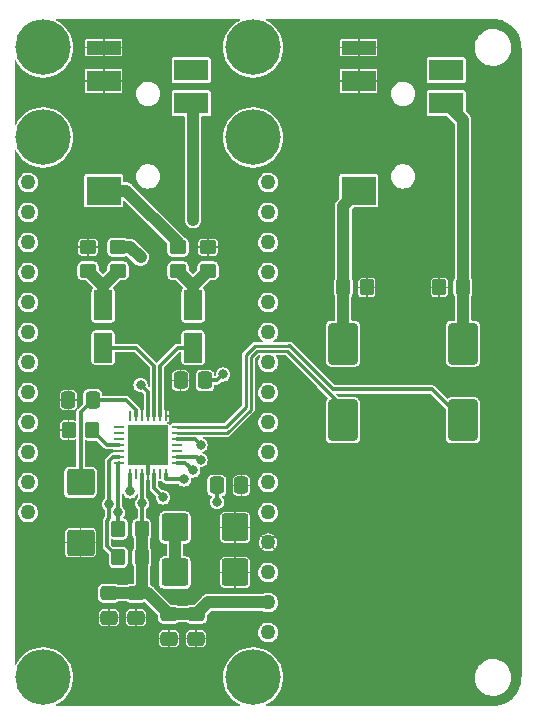
<source format=gbr>
%TF.GenerationSoftware,KiCad,Pcbnew,5.99.0-unknown-8f3343b9e3~128~ubuntu20.04.1*%
%TF.CreationDate,2021-06-03T23:09:28+10:00*%
%TF.ProjectId,dac-featherwing-v2,6461632d-6665-4617-9468-657277696e67,rev?*%
%TF.SameCoordinates,Original*%
%TF.FileFunction,Copper,L1,Top*%
%TF.FilePolarity,Positive*%
%FSLAX46Y46*%
G04 Gerber Fmt 4.6, Leading zero omitted, Abs format (unit mm)*
G04 Created by KiCad (PCBNEW 5.99.0-unknown-8f3343b9e3~128~ubuntu20.04.1) date 2021-06-03 23:09:28*
%MOMM*%
%LPD*%
G01*
G04 APERTURE LIST*
G04 Aperture macros list*
%AMRoundRect*
0 Rectangle with rounded corners*
0 $1 Rounding radius*
0 $2 $3 $4 $5 $6 $7 $8 $9 X,Y pos of 4 corners*
0 Add a 4 corners polygon primitive as box body*
4,1,4,$2,$3,$4,$5,$6,$7,$8,$9,$2,$3,0*
0 Add four circle primitives for the rounded corners*
1,1,$1+$1,$2,$3*
1,1,$1+$1,$4,$5*
1,1,$1+$1,$6,$7*
1,1,$1+$1,$8,$9*
0 Add four rect primitives between the rounded corners*
20,1,$1+$1,$2,$3,$4,$5,0*
20,1,$1+$1,$4,$5,$6,$7,0*
20,1,$1+$1,$6,$7,$8,$9,0*
20,1,$1+$1,$8,$9,$2,$3,0*%
G04 Aperture macros list end*
%TA.AperFunction,SMDPad,CuDef*%
%ADD10RoundRect,0.250000X-0.350000X-0.450000X0.350000X-0.450000X0.350000X0.450000X-0.350000X0.450000X0*%
%TD*%
%TA.AperFunction,ComponentPad*%
%ADD11C,1.270000*%
%TD*%
%TA.AperFunction,SMDPad,CuDef*%
%ADD12RoundRect,0.250000X0.550000X-1.050000X0.550000X1.050000X-0.550000X1.050000X-0.550000X-1.050000X0*%
%TD*%
%TA.AperFunction,SMDPad,CuDef*%
%ADD13RoundRect,0.250000X0.350000X0.450000X-0.350000X0.450000X-0.350000X-0.450000X0.350000X-0.450000X0*%
%TD*%
%TA.AperFunction,SMDPad,CuDef*%
%ADD14RoundRect,0.250000X0.450000X-0.350000X0.450000X0.350000X-0.450000X0.350000X-0.450000X-0.350000X0*%
%TD*%
%TA.AperFunction,ComponentPad*%
%ADD15C,4.700000*%
%TD*%
%TA.AperFunction,SMDPad,CuDef*%
%ADD16RoundRect,0.250000X-0.450000X0.350000X-0.450000X-0.350000X0.450000X-0.350000X0.450000X0.350000X0*%
%TD*%
%TA.AperFunction,SMDPad,CuDef*%
%ADD17RoundRect,0.250000X-0.475000X0.337500X-0.475000X-0.337500X0.475000X-0.337500X0.475000X0.337500X0*%
%TD*%
%TA.AperFunction,SMDPad,CuDef*%
%ADD18RoundRect,0.250000X-0.925000X0.875000X-0.925000X-0.875000X0.925000X-0.875000X0.925000X0.875000X0*%
%TD*%
%TA.AperFunction,SMDPad,CuDef*%
%ADD19RoundRect,0.250000X0.337500X0.475000X-0.337500X0.475000X-0.337500X-0.475000X0.337500X-0.475000X0*%
%TD*%
%TA.AperFunction,SMDPad,CuDef*%
%ADD20RoundRect,0.062500X0.062500X-0.337500X0.062500X0.337500X-0.062500X0.337500X-0.062500X-0.337500X0*%
%TD*%
%TA.AperFunction,SMDPad,CuDef*%
%ADD21RoundRect,0.062500X0.337500X-0.062500X0.337500X0.062500X-0.337500X0.062500X-0.337500X-0.062500X0*%
%TD*%
%TA.AperFunction,SMDPad,CuDef*%
%ADD22R,3.350000X3.350000*%
%TD*%
%TA.AperFunction,SMDPad,CuDef*%
%ADD23R,2.900000X1.800000*%
%TD*%
%TA.AperFunction,SMDPad,CuDef*%
%ADD24R,2.900000X1.200000*%
%TD*%
%TA.AperFunction,SMDPad,CuDef*%
%ADD25R,2.900000X2.400000*%
%TD*%
%TA.AperFunction,SMDPad,CuDef*%
%ADD26RoundRect,0.250000X-0.875000X-0.925000X0.875000X-0.925000X0.875000X0.925000X-0.875000X0.925000X0*%
%TD*%
%TA.AperFunction,SMDPad,CuDef*%
%ADD27RoundRect,0.250000X-0.337500X-0.475000X0.337500X-0.475000X0.337500X0.475000X-0.337500X0.475000X0*%
%TD*%
%TA.AperFunction,SMDPad,CuDef*%
%ADD28RoundRect,0.250000X1.000000X-1.500000X1.000000X1.500000X-1.000000X1.500000X-1.000000X-1.500000X0*%
%TD*%
%TA.AperFunction,ViaPad*%
%ADD29C,0.800000*%
%TD*%
%TA.AperFunction,Conductor*%
%ADD30C,0.300000*%
%TD*%
%TA.AperFunction,Conductor*%
%ADD31C,1.000000*%
%TD*%
%TA.AperFunction,Conductor*%
%ADD32C,0.250000*%
%TD*%
G04 APERTURE END LIST*
D10*
%TO.P,R2,1*%
%TO.N,SCL*%
X117900000Y-98743000D03*
%TO.P,R2,2*%
%TO.N,+3V3*%
X119900000Y-98743000D03*
%TD*%
D11*
%TO.P,J2,1,Pin_1*%
%TO.N,+BATT*%
X110264000Y-97346000D03*
%TO.P,J2,2,Pin_2*%
%TO.N,/3v3A_EN*%
X110264000Y-94806000D03*
%TO.P,J2,3,Pin_3*%
%TO.N,VBUS*%
X110264000Y-92266000D03*
%TO.P,J2,4,Pin_4*%
%TO.N,/~MUTE*%
X110264000Y-89726000D03*
%TO.P,J2,5,Pin_5*%
%TO.N,/IO6*%
X110264000Y-87186000D03*
%TO.P,J2,6,Pin_6*%
%TO.N,/IO5*%
X110264000Y-84646000D03*
%TO.P,J2,7,Pin_7*%
%TO.N,/IO4*%
X110264000Y-82106000D03*
%TO.P,J2,8,Pin_8*%
%TO.N,/IO3*%
X110264000Y-79566000D03*
%TO.P,J2,9,Pin_9*%
%TO.N,/IO2*%
X110264000Y-77026000D03*
%TO.P,J2,10,Pin_10*%
%TO.N,/IO1*%
X110264000Y-74486000D03*
%TO.P,J2,11,Pin_11*%
%TO.N,SCL*%
X110264000Y-71946000D03*
%TO.P,J2,12,Pin_12*%
%TO.N,SDA*%
X110264000Y-69406000D03*
%TD*%
D12*
%TO.P,C12,1*%
%TO.N,Net-(C12-Pad1)*%
X124234000Y-83398000D03*
%TO.P,C12,2*%
%TO.N,Net-(C12-Pad2)*%
X124234000Y-79798000D03*
%TD*%
D13*
%TO.P,R3,1*%
%TO.N,Net-(R3-Pad1)*%
X115709000Y-90361000D03*
%TO.P,R3,2*%
%TO.N,GND*%
X113709000Y-90361000D03*
%TD*%
D14*
%TO.P,R10,1*%
%TO.N,Net-(C12-Pad2)*%
X122964000Y-76883000D03*
%TO.P,R10,2*%
%TO.N,LOUT*%
X122964000Y-74883000D03*
%TD*%
D13*
%TO.P,R6,1*%
%TO.N,RHPOUT*%
X147078000Y-78296000D03*
%TO.P,R6,2*%
%TO.N,GND*%
X145078000Y-78296000D03*
%TD*%
D11*
%TO.P,J1,1,Pin_1*%
%TO.N,+3.3VDAC*%
X130584000Y-69406000D03*
%TO.P,J1,2,Pin_2*%
%TO.N,/U1TXD*%
X130584000Y-71946000D03*
%TO.P,J1,3,Pin_3*%
%TO.N,/I2S_MCLK*%
X130584000Y-74486000D03*
%TO.P,J1,4,Pin_4*%
%TO.N,/SPI_SDI*%
X130584000Y-77026000D03*
%TO.P,J1,5,Pin_5*%
%TO.N,/SPI_SDO*%
X130584000Y-79566000D03*
%TO.P,J1,6,Pin_6*%
%TO.N,/SPI_SCK*%
X130584000Y-82106000D03*
%TO.P,J1,7,Pin_7*%
%TO.N,/I2S_DI*%
X130584000Y-84646000D03*
%TO.P,J1,8,Pin_8*%
%TO.N,/I2S_DO*%
X130584000Y-87186000D03*
%TO.P,J1,9,Pin_9*%
%TO.N,/I2S_WS*%
X130584000Y-89726000D03*
%TO.P,J1,10,Pin_10*%
%TO.N,/I2S_BCK*%
X130584000Y-92266000D03*
%TO.P,J1,11,Pin_11*%
%TO.N,/IO14*%
X130584000Y-94806000D03*
%TO.P,J1,12,Pin_12*%
%TO.N,/IO12*%
X130584000Y-97346000D03*
%TO.P,J1,13,Pin_13*%
%TO.N,GND*%
X130584000Y-99886000D03*
%TO.P,J1,14,Pin_14*%
%TO.N,/ESP32-IO0*%
X130584000Y-102426000D03*
%TO.P,J1,15,Pin_15*%
%TO.N,+3V3*%
X130584000Y-104966000D03*
%TO.P,J1,16,Pin_16*%
%TO.N,/ESP32-EN*%
X130584000Y-107506000D03*
%TD*%
D15*
%TO.P,REF\u002A\u002A,*%
%TO.N,*%
X129314000Y-111316000D03*
%TD*%
D16*
%TO.P,R7,1*%
%TO.N,GND*%
X115344000Y-74883000D03*
%TO.P,R7,2*%
%TO.N,Net-(C10-Pad2)*%
X115344000Y-76883000D03*
%TD*%
D17*
%TO.P,C4,1*%
%TO.N,+3V3*%
X124488000Y-105960500D03*
%TO.P,C4,2*%
%TO.N,GND*%
X124488000Y-108035500D03*
%TD*%
D15*
%TO.P,REF\u002A\u002A,*%
%TO.N,*%
X129314000Y-57976000D03*
%TD*%
D18*
%TO.P,C14,1*%
%TO.N,Net-(C14-Pad1)*%
X114709000Y-94796000D03*
%TO.P,C14,2*%
%TO.N,GND*%
X114709000Y-99896000D03*
%TD*%
D15*
%TO.P,REF\u002A\u002A,*%
%TO.N,*%
X129314000Y-65596000D03*
%TD*%
D12*
%TO.P,C10,1*%
%TO.N,Net-(C10-Pad1)*%
X116614000Y-83398000D03*
%TO.P,C10,2*%
%TO.N,Net-(C10-Pad2)*%
X116614000Y-79798000D03*
%TD*%
D17*
%TO.P,C2,1*%
%TO.N,+3V3*%
X119408000Y-104182500D03*
%TO.P,C2,2*%
%TO.N,GND*%
X119408000Y-106257500D03*
%TD*%
D19*
%TO.P,C9,1*%
%TO.N,Net-(C14-Pad1)*%
X115746500Y-87821000D03*
%TO.P,C9,2*%
%TO.N,GND*%
X113671500Y-87821000D03*
%TD*%
D20*
%TO.P,U1,1,XTI/MCLK*%
%TO.N,/I2S_MCLK*%
X118924000Y-94081000D03*
%TO.P,U1,2,XTO*%
%TO.N,unconnected-(U1-Pad2)*%
X119424000Y-94081000D03*
%TO.P,U1,3,DCVDD*%
%TO.N,+3V3*%
X119924000Y-94081000D03*
%TO.P,U1,4,DGND*%
%TO.N,GND*%
X120424000Y-94081000D03*
%TO.P,U1,5,DBVDD*%
%TO.N,+3V3*%
X120924000Y-94081000D03*
%TO.P,U1,6,CLKOUT*%
%TO.N,unconnected-(U1-Pad6)*%
X121424000Y-94081000D03*
%TO.P,U1,7,BCLK*%
%TO.N,/I2S_BCK*%
X121924000Y-94081000D03*
D21*
%TO.P,U1,8,DACDAT*%
%TO.N,/I2S_DO*%
X122874000Y-93131000D03*
%TO.P,U1,9,DACLRC*%
%TO.N,/I2S_WS*%
X122874000Y-92631000D03*
%TO.P,U1,10,ADCDAT*%
%TO.N,unconnected-(U1-Pad10)*%
X122874000Y-92131000D03*
%TO.P,U1,11,ADCLRC*%
%TO.N,unconnected-(U1-Pad11)*%
X122874000Y-91631000D03*
%TO.P,U1,12,HPVDD*%
%TO.N,+3.3VA*%
X122874000Y-91131000D03*
%TO.P,U1,13,LHPOUT*%
%TO.N,Net-(C11-Pad1)*%
X122874000Y-90631000D03*
%TO.P,U1,14,RHPOUT*%
%TO.N,Net-(C13-Pad1)*%
X122874000Y-90131000D03*
D20*
%TO.P,U1,15,HPGND*%
%TO.N,GND*%
X121924000Y-89181000D03*
%TO.P,U1,16,LOUT*%
%TO.N,Net-(C12-Pad1)*%
X121424000Y-89181000D03*
%TO.P,U1,17,ROUT*%
%TO.N,Net-(C10-Pad1)*%
X120924000Y-89181000D03*
%TO.P,U1,18,AVDD*%
%TO.N,+3.3VA*%
X120424000Y-89181000D03*
%TO.P,U1,19,AGND*%
%TO.N,GND*%
X119924000Y-89181000D03*
%TO.P,U1,20,VMID*%
%TO.N,Net-(C14-Pad1)*%
X119424000Y-89181000D03*
%TO.P,U1,21,MICBIAS*%
%TO.N,unconnected-(U1-Pad21)*%
X118924000Y-89181000D03*
D21*
%TO.P,U1,22,MICIN*%
%TO.N,unconnected-(U1-Pad22)*%
X117974000Y-90131000D03*
%TO.P,U1,23,RLINEIN*%
%TO.N,unconnected-(U1-Pad23)*%
X117974000Y-90631000D03*
%TO.P,U1,24,LLINEIN*%
%TO.N,unconnected-(U1-Pad24)*%
X117974000Y-91131000D03*
%TO.P,U1,25,MODE*%
%TO.N,Net-(R3-Pad1)*%
X117974000Y-91631000D03*
%TO.P,U1,26,~CSB*%
%TO.N,GND*%
X117974000Y-92131000D03*
%TO.P,U1,27,SDIN*%
%TO.N,SDA*%
X117974000Y-92631000D03*
%TO.P,U1,28,SCLK*%
%TO.N,SCL*%
X117974000Y-93131000D03*
D22*
%TO.P,U1,29,AGND*%
%TO.N,GND*%
X120424000Y-91631000D03*
%TD*%
D13*
%TO.P,R1,1*%
%TO.N,+3V3*%
X119900000Y-101156000D03*
%TO.P,R1,2*%
%TO.N,SDA*%
X117900000Y-101156000D03*
%TD*%
D19*
%TO.P,C5,1*%
%TO.N,+3.3VA*%
X125250000Y-86170000D03*
%TO.P,C5,2*%
%TO.N,GND*%
X123175000Y-86170000D03*
%TD*%
D17*
%TO.P,C1,1*%
%TO.N,+3V3*%
X117122000Y-104182500D03*
%TO.P,C1,2*%
%TO.N,GND*%
X117122000Y-106257500D03*
%TD*%
D23*
%TO.P,J4,R1*%
%TO.N,ROUT*%
X124074000Y-62698000D03*
%TO.P,J4,R2*%
%TO.N,GND*%
X116674000Y-60798000D03*
D24*
%TO.P,J4,S*%
X116674000Y-57998000D03*
D23*
%TO.P,J4,SW*%
%TO.N,N/C*%
X124074000Y-59898000D03*
D25*
%TO.P,J4,T*%
%TO.N,LOUT*%
X116674000Y-70098000D03*
%TD*%
D17*
%TO.P,C3,1*%
%TO.N,+3V3*%
X122202000Y-105960500D03*
%TO.P,C3,2*%
%TO.N,GND*%
X122202000Y-108035500D03*
%TD*%
D26*
%TO.P,C7,1*%
%TO.N,+3.3VA*%
X122700000Y-98616000D03*
%TO.P,C7,2*%
%TO.N,GND*%
X127800000Y-98616000D03*
%TD*%
D27*
%TO.P,C8,1*%
%TO.N,+3.3VA*%
X126244500Y-95060000D03*
%TO.P,C8,2*%
%TO.N,GND*%
X128319500Y-95060000D03*
%TD*%
D28*
%TO.P,C11,1*%
%TO.N,Net-(C11-Pad1)*%
X136934000Y-89547000D03*
%TO.P,C11,2*%
%TO.N,LHPOUT*%
X136934000Y-83047000D03*
%TD*%
D15*
%TO.P,REF\u002A\u002A,*%
%TO.N,*%
X111534000Y-111316000D03*
%TD*%
%TO.P,REF\u002A\u002A,*%
%TO.N,*%
X111534000Y-65596000D03*
%TD*%
D23*
%TO.P,J3,R1*%
%TO.N,RHPOUT*%
X145664000Y-62698000D03*
%TO.P,J3,R2*%
%TO.N,GND*%
X138264000Y-60798000D03*
D24*
%TO.P,J3,S*%
X138264000Y-57998000D03*
D23*
%TO.P,J3,SW*%
%TO.N,N/C*%
X145664000Y-59898000D03*
D25*
%TO.P,J3,T*%
%TO.N,LHPOUT*%
X138264000Y-70098000D03*
%TD*%
D15*
%TO.P,REF\u002A\u002A,*%
%TO.N,*%
X111534000Y-57976000D03*
%TD*%
D26*
%TO.P,C6,1*%
%TO.N,+3.3VA*%
X122700000Y-102426000D03*
%TO.P,C6,2*%
%TO.N,GND*%
X127800000Y-102426000D03*
%TD*%
D14*
%TO.P,R9,1*%
%TO.N,Net-(C10-Pad2)*%
X117884000Y-76883000D03*
%TO.P,R9,2*%
%TO.N,ROUT*%
X117884000Y-74883000D03*
%TD*%
%TO.P,R8,1*%
%TO.N,Net-(C12-Pad2)*%
X125504000Y-76883000D03*
%TO.P,R8,2*%
%TO.N,GND*%
X125504000Y-74883000D03*
%TD*%
D13*
%TO.P,R5,1*%
%TO.N,GND*%
X138950000Y-78296000D03*
%TO.P,R5,2*%
%TO.N,LHPOUT*%
X136950000Y-78296000D03*
%TD*%
D28*
%TO.P,C13,1*%
%TO.N,Net-(C13-Pad1)*%
X147094000Y-89547000D03*
%TO.P,C13,2*%
%TO.N,RHPOUT*%
X147094000Y-83047000D03*
%TD*%
D29*
%TO.N,SCL*%
X117884000Y-97346000D03*
%TO.N,SDA*%
X117134500Y-96639245D03*
%TO.N,+3.3VA*%
X124869000Y-91631000D03*
X126774000Y-85662000D03*
X119789000Y-86551000D03*
X126266000Y-96457000D03*
X122700000Y-100531000D03*
%TO.N,/I2S_DO*%
X124234000Y-93790000D03*
%TO.N,/I2S_WS*%
X124869000Y-92901000D03*
%TO.N,/I2S_BCK*%
X123472000Y-94552000D03*
%TO.N,+3V3*%
X121694000Y-96076000D03*
X119924000Y-96576000D03*
%TO.N,/I2S_MCLK*%
X118900000Y-95568000D03*
%TO.N,ROUT*%
X124234000Y-72581000D03*
X119789000Y-75756000D03*
%TD*%
D30*
%TO.N,Net-(C14-Pad1)*%
X114709000Y-88858500D02*
X114709000Y-94796000D01*
X118553758Y-87821000D02*
X115746500Y-87821000D01*
X115746500Y-87821000D02*
X114709000Y-88858500D01*
X119424000Y-88691242D02*
X118553758Y-87821000D01*
X119424000Y-89181000D02*
X119424000Y-88691242D01*
%TO.N,SCL*%
X117884000Y-97346000D02*
X117884000Y-93221000D01*
X117974000Y-93131000D02*
X117884000Y-93221000D01*
X117884000Y-98727000D02*
X117900000Y-98743000D01*
X117884000Y-97346000D02*
X117884000Y-98727000D01*
%TO.N,SDA*%
X117134500Y-96639245D02*
X117134500Y-97853580D01*
X117122000Y-92993242D02*
X117484242Y-92631000D01*
X117484242Y-92631000D02*
X117974000Y-92631000D01*
X117134500Y-95385413D02*
X117122000Y-95372913D01*
X116950480Y-98037600D02*
X116950480Y-100206480D01*
X117122000Y-95372913D02*
X117122000Y-92993242D01*
X117134500Y-96639245D02*
X117134500Y-95385413D01*
X116950480Y-100206480D02*
X117900000Y-101156000D01*
X117134500Y-97853580D02*
X116950480Y-98037600D01*
D31*
%TO.N,+3.3VA*%
X122700000Y-102426000D02*
X122700000Y-100531000D01*
D30*
X122874000Y-91131000D02*
X124369000Y-91131000D01*
X126266000Y-96457000D02*
X126266000Y-95081500D01*
D31*
X122700000Y-100531000D02*
X122700000Y-98616000D01*
D30*
X126266000Y-86170000D02*
X126774000Y-85662000D01*
X120424000Y-87186000D02*
X120424000Y-89181000D01*
X119789000Y-86551000D02*
X120424000Y-87186000D01*
X126266000Y-95081500D02*
X126244500Y-95060000D01*
X125250000Y-86170000D02*
X126266000Y-86170000D01*
X124369000Y-91131000D02*
X124869000Y-91631000D01*
%TO.N,/I2S_DO*%
X124234000Y-93790000D02*
X123575000Y-93131000D01*
X123575000Y-93131000D02*
X122874000Y-93131000D01*
%TO.N,/I2S_WS*%
X124599000Y-92631000D02*
X124869000Y-92901000D01*
X122874000Y-92631000D02*
X124599000Y-92631000D01*
%TO.N,/I2S_BCK*%
X121924000Y-94528000D02*
X121924000Y-94081000D01*
X123472000Y-94552000D02*
X121948000Y-94552000D01*
X121948000Y-94552000D02*
X121924000Y-94528000D01*
%TO.N,GND*%
X120424000Y-94081000D02*
X120424000Y-91631000D01*
%TO.N,+3V3*%
X120924000Y-94081000D02*
X120924000Y-95306000D01*
D31*
X119900000Y-101156000D02*
X119900000Y-103690500D01*
D30*
X120924000Y-95306000D02*
X121694000Y-96076000D01*
X119924000Y-98719000D02*
X119900000Y-98743000D01*
D31*
X122202000Y-105960500D02*
X120424000Y-104182500D01*
X117122000Y-104182500D02*
X119408000Y-104182500D01*
D30*
X119924000Y-94081000D02*
X119924000Y-96576000D01*
D31*
X124488000Y-105960500D02*
X122202000Y-105960500D01*
X119900000Y-98743000D02*
X119900000Y-101156000D01*
X130584000Y-104966000D02*
X125482500Y-104966000D01*
D30*
X119924000Y-96576000D02*
X119924000Y-98719000D01*
D31*
X120424000Y-104182500D02*
X119408000Y-104182500D01*
X125482500Y-104966000D02*
X124488000Y-105960500D01*
X119900000Y-103690500D02*
X119408000Y-104182500D01*
D30*
X120170000Y-101426000D02*
X119900000Y-101156000D01*
D31*
%TO.N,Net-(C10-Pad2)*%
X116614000Y-78153000D02*
X117884000Y-76883000D01*
X116614000Y-78153000D02*
X115344000Y-76883000D01*
X116614000Y-79798000D02*
X116614000Y-78153000D01*
%TO.N,LHPOUT*%
X136934000Y-78312000D02*
X136950000Y-78296000D01*
X136950000Y-78296000D02*
X136950000Y-71412000D01*
X136934000Y-83047000D02*
X136934000Y-78312000D01*
D30*
X138264000Y-70098000D02*
X138896000Y-70098000D01*
D31*
X136950000Y-71412000D02*
X138264000Y-70098000D01*
%TO.N,Net-(C12-Pad2)*%
X124234000Y-79798000D02*
X124234000Y-78153000D01*
X124234000Y-78153000D02*
X122964000Y-76883000D01*
X124234000Y-78153000D02*
X125504000Y-76883000D01*
%TO.N,RHPOUT*%
X147078000Y-64112000D02*
X145664000Y-62698000D01*
D30*
X146443000Y-82396000D02*
X147094000Y-83047000D01*
D31*
X147078000Y-78296000D02*
X147078000Y-64112000D01*
D30*
X147078000Y-83031000D02*
X147094000Y-83047000D01*
D31*
X147094000Y-78312000D02*
X147078000Y-78296000D01*
X147094000Y-83047000D02*
X147094000Y-78312000D01*
D30*
%TO.N,/I2S_MCLK*%
X118900000Y-95568000D02*
X118924000Y-95544000D01*
X118924000Y-94081000D02*
X118900000Y-95568000D01*
%TO.N,Net-(R3-Pad1)*%
X117974000Y-91631000D02*
X116979000Y-91631000D01*
X116979000Y-91631000D02*
X115709000Y-90361000D01*
%TO.N,LOUT*%
X122964000Y-74486000D02*
X122964000Y-74883000D01*
D31*
X122964000Y-74486000D02*
X118576000Y-70098000D01*
X118576000Y-70098000D02*
X116674000Y-70098000D01*
%TO.N,ROUT*%
X124234000Y-72581000D02*
X124234000Y-62858000D01*
X124234000Y-62858000D02*
X124074000Y-62698000D01*
X117884000Y-74883000D02*
X118916000Y-74883000D01*
X118916000Y-74883000D02*
X119789000Y-75756000D01*
D30*
%TO.N,Net-(C10-Pad1)*%
X116614000Y-83398000D02*
X119379200Y-83398000D01*
X119379200Y-83398000D02*
X120924000Y-84942800D01*
X120924000Y-84942800D02*
X120924000Y-89181000D01*
%TO.N,Net-(C12-Pad1)*%
X124234000Y-83398000D02*
X122942000Y-83398000D01*
X121424000Y-84916000D02*
X121424000Y-89181000D01*
X122942000Y-83398000D02*
X121424000Y-84916000D01*
D32*
%TO.N,Net-(C11-Pad1)*%
X129128520Y-84196480D02*
X129128520Y-88641480D01*
D30*
X135029000Y-86551000D02*
X136934000Y-88456000D01*
D32*
X135029000Y-86551000D02*
X132164489Y-83686489D01*
X127139000Y-90631000D02*
X122874000Y-90631000D01*
X129638511Y-83686489D02*
X129128520Y-84196480D01*
X129128520Y-88641480D02*
X127139000Y-90631000D01*
D30*
X136934000Y-88456000D02*
X136934000Y-89547000D01*
D32*
X132164489Y-83686489D02*
X129638511Y-83686489D01*
D30*
%TO.N,Net-(C13-Pad1)*%
X144479000Y-86932000D02*
X147094000Y-89547000D01*
X132421397Y-83236969D02*
X136116428Y-86932000D01*
D32*
X127003282Y-90131000D02*
X122874000Y-90131000D01*
X128679000Y-88455282D02*
X127003282Y-90131000D01*
X128679000Y-88455282D02*
X128678641Y-88455641D01*
D30*
X136116428Y-86932000D02*
X144479000Y-86932000D01*
D32*
X129452313Y-83236969D02*
X128679000Y-84010282D01*
X132373969Y-83236969D02*
X129452313Y-83236969D01*
X128679000Y-84010282D02*
X128679000Y-88455282D01*
D30*
X132373969Y-83236969D02*
X132421397Y-83236969D01*
%TD*%
%TA.AperFunction,Conductor*%
%TO.N,GND*%
G36*
X128209892Y-55581306D02*
G01*
X128228198Y-55625500D01*
X128209892Y-55669694D01*
X128195809Y-55680268D01*
X128167468Y-55695849D01*
X127989786Y-55793531D01*
X127944695Y-55818320D01*
X127943117Y-55819466D01*
X127943113Y-55819469D01*
X127686648Y-56005801D01*
X127686644Y-56005805D01*
X127685063Y-56006953D01*
X127683632Y-56008297D01*
X127452558Y-56225290D01*
X127452554Y-56225295D01*
X127451121Y-56226640D01*
X127449867Y-56228156D01*
X127266239Y-56450124D01*
X127246557Y-56473915D01*
X127245498Y-56475583D01*
X127245497Y-56475585D01*
X127099959Y-56704916D01*
X127074598Y-56744878D01*
X127073763Y-56746653D01*
X127073760Y-56746658D01*
X126946139Y-57017869D01*
X126937956Y-57035258D01*
X126838786Y-57340473D01*
X126838420Y-57342394D01*
X126838418Y-57342400D01*
X126791346Y-57589163D01*
X126778651Y-57655711D01*
X126758500Y-57976000D01*
X126778651Y-58296289D01*
X126779019Y-58298218D01*
X126835620Y-58594929D01*
X126838786Y-58611527D01*
X126937956Y-58916742D01*
X126938786Y-58918505D01*
X126938788Y-58918511D01*
X127055161Y-59165817D01*
X127074598Y-59207122D01*
X127075653Y-59208785D01*
X127075655Y-59208788D01*
X127211599Y-59423001D01*
X127246557Y-59478085D01*
X127247813Y-59479603D01*
X127247815Y-59479606D01*
X127380958Y-59640548D01*
X127451121Y-59725360D01*
X127452554Y-59726705D01*
X127452558Y-59726710D01*
X127575720Y-59842367D01*
X127685063Y-59945047D01*
X127686644Y-59946195D01*
X127686648Y-59946199D01*
X127943113Y-60132531D01*
X127943117Y-60132534D01*
X127944695Y-60133680D01*
X128225921Y-60288286D01*
X128524307Y-60406425D01*
X128526212Y-60406914D01*
X128833233Y-60485744D01*
X128833240Y-60485745D01*
X128835147Y-60486235D01*
X129018306Y-60509373D01*
X129151581Y-60526210D01*
X129151587Y-60526210D01*
X129153539Y-60526457D01*
X129474461Y-60526457D01*
X129476413Y-60526210D01*
X129476419Y-60526210D01*
X129609694Y-60509373D01*
X129792853Y-60486235D01*
X129794760Y-60485745D01*
X129794767Y-60485744D01*
X130101788Y-60406914D01*
X130103693Y-60406425D01*
X130402079Y-60288286D01*
X130683305Y-60133680D01*
X130684883Y-60132534D01*
X130684887Y-60132531D01*
X130941352Y-59946199D01*
X130941356Y-59946195D01*
X130942937Y-59945047D01*
X130989767Y-59901071D01*
X136682000Y-59901071D01*
X136682000Y-60722069D01*
X136685641Y-60730859D01*
X136694431Y-60734500D01*
X138188069Y-60734500D01*
X138196859Y-60730859D01*
X138200500Y-60722069D01*
X138200500Y-59778431D01*
X138327500Y-59778431D01*
X138327500Y-60722069D01*
X138331141Y-60730859D01*
X138339931Y-60734500D01*
X139833569Y-60734500D01*
X139842359Y-60730859D01*
X139846000Y-60722069D01*
X139846000Y-59901071D01*
X139845401Y-59894987D01*
X139837153Y-59853525D01*
X139832532Y-59842367D01*
X139810757Y-59809779D01*
X139802221Y-59801243D01*
X139769633Y-59779468D01*
X139758475Y-59774847D01*
X139717013Y-59766599D01*
X139710929Y-59766000D01*
X138339931Y-59766000D01*
X138331141Y-59769641D01*
X138327500Y-59778431D01*
X138200500Y-59778431D01*
X138196859Y-59769641D01*
X138188069Y-59766000D01*
X136817071Y-59766000D01*
X136810987Y-59766599D01*
X136769525Y-59774847D01*
X136758367Y-59779468D01*
X136725779Y-59801243D01*
X136717243Y-59809779D01*
X136695468Y-59842367D01*
X136690847Y-59853525D01*
X136682599Y-59894987D01*
X136682000Y-59901071D01*
X130989767Y-59901071D01*
X131052280Y-59842367D01*
X131175442Y-59726710D01*
X131175446Y-59726705D01*
X131176879Y-59725360D01*
X131247042Y-59640548D01*
X131380185Y-59479606D01*
X131380187Y-59479603D01*
X131381443Y-59478085D01*
X131416401Y-59423001D01*
X131552345Y-59208788D01*
X131552347Y-59208785D01*
X131553402Y-59207122D01*
X131572839Y-59165817D01*
X131651807Y-58998000D01*
X144008500Y-58998000D01*
X144008500Y-60798000D01*
X144024143Y-60876641D01*
X144027562Y-60881758D01*
X144027563Y-60881760D01*
X144058926Y-60928697D01*
X144068690Y-60943310D01*
X144073807Y-60946729D01*
X144130240Y-60984437D01*
X144130242Y-60984438D01*
X144135359Y-60987857D01*
X144186835Y-60998096D01*
X144210988Y-61002901D01*
X144210989Y-61002901D01*
X144214000Y-61003500D01*
X147114000Y-61003500D01*
X147117011Y-61002901D01*
X147117012Y-61002901D01*
X147141165Y-60998096D01*
X147192641Y-60987857D01*
X147197758Y-60984438D01*
X147197760Y-60984437D01*
X147254193Y-60946729D01*
X147259310Y-60943310D01*
X147269074Y-60928697D01*
X147300437Y-60881760D01*
X147300438Y-60881758D01*
X147303857Y-60876641D01*
X147319500Y-60798000D01*
X147319500Y-58998000D01*
X147303857Y-58919359D01*
X147259310Y-58852690D01*
X147244697Y-58842926D01*
X147197760Y-58811563D01*
X147197758Y-58811562D01*
X147192641Y-58808143D01*
X147141165Y-58797904D01*
X147117012Y-58793099D01*
X147117011Y-58793099D01*
X147114000Y-58792500D01*
X144214000Y-58792500D01*
X144210989Y-58793099D01*
X144210988Y-58793099D01*
X144186835Y-58797904D01*
X144135359Y-58808143D01*
X144130242Y-58811562D01*
X144130240Y-58811563D01*
X144083303Y-58842926D01*
X144068690Y-58852690D01*
X144024143Y-58919359D01*
X144008500Y-58998000D01*
X131651807Y-58998000D01*
X131689212Y-58918511D01*
X131689214Y-58918505D01*
X131690044Y-58916742D01*
X131789214Y-58611527D01*
X131792381Y-58594929D01*
X131848981Y-58298218D01*
X131849349Y-58296289D01*
X131863339Y-58073931D01*
X136682000Y-58073931D01*
X136682000Y-58594929D01*
X136682599Y-58601013D01*
X136690847Y-58642475D01*
X136695468Y-58653633D01*
X136717243Y-58686221D01*
X136725779Y-58694757D01*
X136758367Y-58716532D01*
X136769525Y-58721153D01*
X136810987Y-58729401D01*
X136817071Y-58730000D01*
X138188069Y-58730000D01*
X138196859Y-58726359D01*
X138200500Y-58717569D01*
X138200500Y-58073931D01*
X138327500Y-58073931D01*
X138327500Y-58717569D01*
X138331141Y-58726359D01*
X138339931Y-58730000D01*
X139710929Y-58730000D01*
X139717013Y-58729401D01*
X139758475Y-58721153D01*
X139769633Y-58716532D01*
X139802221Y-58694757D01*
X139810757Y-58686221D01*
X139832532Y-58653633D01*
X139837153Y-58642475D01*
X139845401Y-58601013D01*
X139846000Y-58594929D01*
X139846000Y-58084506D01*
X148082289Y-58084506D01*
X148119598Y-58331200D01*
X148195869Y-58568755D01*
X148309139Y-58791060D01*
X148310624Y-58793089D01*
X148455012Y-58990372D01*
X148455016Y-58990377D01*
X148456494Y-58992396D01*
X148458276Y-58994154D01*
X148458281Y-58994159D01*
X148581295Y-59115466D01*
X148634144Y-59167582D01*
X148636192Y-59169037D01*
X148636195Y-59169040D01*
X148835468Y-59310656D01*
X148837517Y-59312112D01*
X148839764Y-59313218D01*
X148839768Y-59313220D01*
X148951836Y-59368364D01*
X149061382Y-59422267D01*
X149063775Y-59422999D01*
X149063781Y-59423001D01*
X149197875Y-59463998D01*
X149299979Y-59495214D01*
X149547170Y-59529075D01*
X149549679Y-59529014D01*
X149549685Y-59529014D01*
X149794074Y-59523041D01*
X149794079Y-59523040D01*
X149796594Y-59522979D01*
X149873338Y-59508617D01*
X150039364Y-59477546D01*
X150039371Y-59477544D01*
X150041835Y-59477083D01*
X150119558Y-59449101D01*
X150274219Y-59393420D01*
X150274225Y-59393417D01*
X150276584Y-59392568D01*
X150494801Y-59271609D01*
X150690871Y-59117317D01*
X150747884Y-59055316D01*
X150858055Y-58935506D01*
X150858058Y-58935502D01*
X150859751Y-58933661D01*
X150997095Y-58725368D01*
X151099370Y-58497795D01*
X151144676Y-58328714D01*
X151163294Y-58259229D01*
X151163295Y-58259224D01*
X151163945Y-58256798D01*
X151189159Y-58008576D01*
X151189236Y-58001272D01*
X151189349Y-57990418D01*
X151189500Y-57976000D01*
X151169490Y-57727305D01*
X151168892Y-57724871D01*
X151168891Y-57724864D01*
X151110576Y-57487447D01*
X151109977Y-57485008D01*
X151049430Y-57342367D01*
X151013468Y-57257647D01*
X151012490Y-57255343D01*
X150879538Y-57044219D01*
X150746056Y-56892814D01*
X150716195Y-56858943D01*
X150716194Y-56858942D01*
X150714541Y-56857067D01*
X150521745Y-56698702D01*
X150306109Y-56573200D01*
X150073182Y-56483787D01*
X149915305Y-56450805D01*
X149831418Y-56433280D01*
X149831414Y-56433279D01*
X149828956Y-56432766D01*
X149826448Y-56432652D01*
X149826447Y-56432652D01*
X149774557Y-56430296D01*
X149579714Y-56421448D01*
X149577226Y-56421736D01*
X149577222Y-56421736D01*
X149334357Y-56449836D01*
X149331868Y-56450124D01*
X149329465Y-56450804D01*
X149329460Y-56450805D01*
X149094208Y-56517375D01*
X149094203Y-56517377D01*
X149091796Y-56518058D01*
X149089521Y-56519119D01*
X148867945Y-56622441D01*
X148867940Y-56622444D01*
X148865673Y-56623501D01*
X148659318Y-56763740D01*
X148657499Y-56765461D01*
X148657498Y-56765461D01*
X148501509Y-56912972D01*
X148478038Y-56935167D01*
X148458472Y-56960759D01*
X148328025Y-57131376D01*
X148328021Y-57131383D01*
X148326499Y-57133373D01*
X148208598Y-57353257D01*
X148207780Y-57355633D01*
X148132408Y-57574530D01*
X148127369Y-57589163D01*
X148084902Y-57835021D01*
X148084486Y-57874749D01*
X148083070Y-58009980D01*
X148082289Y-58084506D01*
X139846000Y-58084506D01*
X139846000Y-58073931D01*
X139842359Y-58065141D01*
X139833569Y-58061500D01*
X138339931Y-58061500D01*
X138331141Y-58065141D01*
X138327500Y-58073931D01*
X138200500Y-58073931D01*
X138196859Y-58065141D01*
X138188069Y-58061500D01*
X136694431Y-58061500D01*
X136685641Y-58065141D01*
X136682000Y-58073931D01*
X131863339Y-58073931D01*
X131869500Y-57976000D01*
X131849349Y-57655711D01*
X131836654Y-57589163D01*
X131800774Y-57401071D01*
X136682000Y-57401071D01*
X136682000Y-57922069D01*
X136685641Y-57930859D01*
X136694431Y-57934500D01*
X138188069Y-57934500D01*
X138196859Y-57930859D01*
X138200500Y-57922069D01*
X138200500Y-57278431D01*
X138327500Y-57278431D01*
X138327500Y-57922069D01*
X138331141Y-57930859D01*
X138339931Y-57934500D01*
X139833569Y-57934500D01*
X139842359Y-57930859D01*
X139846000Y-57922069D01*
X139846000Y-57401071D01*
X139845401Y-57394987D01*
X139837153Y-57353525D01*
X139832532Y-57342367D01*
X139810757Y-57309779D01*
X139802221Y-57301243D01*
X139769633Y-57279468D01*
X139758475Y-57274847D01*
X139717013Y-57266599D01*
X139710929Y-57266000D01*
X138339931Y-57266000D01*
X138331141Y-57269641D01*
X138327500Y-57278431D01*
X138200500Y-57278431D01*
X138196859Y-57269641D01*
X138188069Y-57266000D01*
X136817071Y-57266000D01*
X136810987Y-57266599D01*
X136769525Y-57274847D01*
X136758367Y-57279468D01*
X136725779Y-57301243D01*
X136717243Y-57309779D01*
X136695468Y-57342367D01*
X136690847Y-57353525D01*
X136682599Y-57394987D01*
X136682000Y-57401071D01*
X131800774Y-57401071D01*
X131789582Y-57342400D01*
X131789580Y-57342394D01*
X131789214Y-57340473D01*
X131690044Y-57035258D01*
X131681862Y-57017869D01*
X131554240Y-56746658D01*
X131554237Y-56746653D01*
X131553402Y-56744878D01*
X131528042Y-56704916D01*
X131382503Y-56475585D01*
X131382502Y-56475583D01*
X131381443Y-56473915D01*
X131361762Y-56450124D01*
X131178133Y-56228156D01*
X131176879Y-56226640D01*
X131175446Y-56225295D01*
X131175442Y-56225290D01*
X130944368Y-56008297D01*
X130942937Y-56006953D01*
X130941356Y-56005805D01*
X130941352Y-56005801D01*
X130684887Y-55819469D01*
X130684883Y-55819466D01*
X130683305Y-55818320D01*
X130638215Y-55793531D01*
X130460532Y-55695849D01*
X130432192Y-55680269D01*
X130402284Y-55642937D01*
X130407533Y-55595390D01*
X130444865Y-55565482D01*
X130462302Y-55563000D01*
X149575692Y-55563000D01*
X149592234Y-55566118D01*
X149593264Y-55566803D01*
X149597682Y-55567507D01*
X149686331Y-55568742D01*
X149735250Y-55569424D01*
X149738152Y-55569532D01*
X149763611Y-55571072D01*
X149808771Y-55573803D01*
X149812503Y-55574143D01*
X150035486Y-55601218D01*
X150039194Y-55601783D01*
X150068608Y-55607173D01*
X150097035Y-55612383D01*
X150100725Y-55613175D01*
X150221478Y-55642937D01*
X150318792Y-55666923D01*
X150322398Y-55667928D01*
X150378590Y-55685438D01*
X150382119Y-55686655D01*
X150592149Y-55766309D01*
X150595605Y-55767741D01*
X150649234Y-55791878D01*
X150652628Y-55793531D01*
X150851495Y-55897904D01*
X150854784Y-55899759D01*
X150905086Y-55930168D01*
X150908256Y-55932217D01*
X151093106Y-56059809D01*
X151096147Y-56062047D01*
X151142429Y-56098307D01*
X151145329Y-56100724D01*
X151313424Y-56249642D01*
X151316173Y-56252230D01*
X151357768Y-56293825D01*
X151360356Y-56296574D01*
X151496134Y-56449836D01*
X151509285Y-56464681D01*
X151511698Y-56467576D01*
X151547955Y-56513855D01*
X151550171Y-56516866D01*
X151676782Y-56700294D01*
X151677784Y-56701745D01*
X151679834Y-56704916D01*
X151710242Y-56755218D01*
X151712096Y-56758506D01*
X151816466Y-56957365D01*
X151818118Y-56960759D01*
X151842252Y-57014381D01*
X151843692Y-57017855D01*
X151911018Y-57195378D01*
X151923336Y-57227857D01*
X151924563Y-57231414D01*
X151942076Y-57287616D01*
X151943078Y-57291209D01*
X151993027Y-57493863D01*
X151996826Y-57509277D01*
X151997618Y-57512968D01*
X152008216Y-57570798D01*
X152008783Y-57574523D01*
X152035858Y-57797501D01*
X152036196Y-57801220D01*
X152038091Y-57832543D01*
X152040468Y-57871847D01*
X152040576Y-57874749D01*
X152041358Y-57930859D01*
X152042250Y-57994881D01*
X152044203Y-58001209D01*
X152044222Y-58001272D01*
X152047000Y-58019700D01*
X152047000Y-111257692D01*
X152043882Y-111274234D01*
X152043197Y-111275264D01*
X152042493Y-111279682D01*
X152041960Y-111317955D01*
X152040576Y-111417250D01*
X152040468Y-111420152D01*
X152036198Y-111490756D01*
X152035857Y-111494503D01*
X152008783Y-111717476D01*
X152008215Y-111721209D01*
X151997617Y-111779034D01*
X151996825Y-111782724D01*
X151983252Y-111837795D01*
X151943072Y-112000814D01*
X151942077Y-112004382D01*
X151924563Y-112060588D01*
X151923331Y-112064156D01*
X151843702Y-112274119D01*
X151842258Y-112277607D01*
X151818121Y-112331236D01*
X151816468Y-112334630D01*
X151712105Y-112533479D01*
X151710251Y-112536767D01*
X151679812Y-112587120D01*
X151677766Y-112590284D01*
X151550183Y-112775118D01*
X151547967Y-112778129D01*
X151529828Y-112801282D01*
X151511698Y-112824423D01*
X151509282Y-112827322D01*
X151360357Y-112995425D01*
X151357769Y-112998174D01*
X151316175Y-113039768D01*
X151313426Y-113042356D01*
X151145319Y-113191284D01*
X151142420Y-113193700D01*
X151096148Y-113229953D01*
X151093118Y-113232182D01*
X151018478Y-113283703D01*
X150908281Y-113359767D01*
X150905111Y-113361817D01*
X150854762Y-113392254D01*
X150851496Y-113394096D01*
X150698066Y-113474622D01*
X150652625Y-113498471D01*
X150649230Y-113500124D01*
X150595632Y-113524246D01*
X150592145Y-113525690D01*
X150382135Y-113605337D01*
X150378567Y-113606569D01*
X150322393Y-113624074D01*
X150318789Y-113625078D01*
X150100723Y-113678826D01*
X150097032Y-113679618D01*
X150039196Y-113690217D01*
X150035477Y-113690783D01*
X149812499Y-113717858D01*
X149808780Y-113718196D01*
X149754679Y-113721469D01*
X149738153Y-113722468D01*
X149735251Y-113722576D01*
X149672416Y-113723452D01*
X149615120Y-113724250D01*
X149608792Y-113726203D01*
X149608729Y-113726222D01*
X149590301Y-113729000D01*
X130462302Y-113729000D01*
X130418108Y-113710694D01*
X130399802Y-113666500D01*
X130418108Y-113622306D01*
X130432192Y-113611731D01*
X130452105Y-113600784D01*
X130683305Y-113473680D01*
X130684883Y-113472534D01*
X130684887Y-113472531D01*
X130941352Y-113286199D01*
X130941356Y-113286195D01*
X130942937Y-113285047D01*
X131055299Y-113179532D01*
X131175442Y-113066710D01*
X131175446Y-113066705D01*
X131176879Y-113065360D01*
X131284721Y-112935002D01*
X131380185Y-112819606D01*
X131380187Y-112819603D01*
X131381443Y-112818085D01*
X131416401Y-112763001D01*
X131552345Y-112548788D01*
X131552347Y-112548785D01*
X131553402Y-112547122D01*
X131572839Y-112505817D01*
X131689212Y-112258511D01*
X131689214Y-112258505D01*
X131690044Y-112256742D01*
X131789214Y-111951527D01*
X131796947Y-111910992D01*
X131848981Y-111638218D01*
X131849349Y-111636289D01*
X131862673Y-111424506D01*
X148082289Y-111424506D01*
X148119598Y-111671200D01*
X148120365Y-111673589D01*
X148120366Y-111673593D01*
X148135654Y-111721209D01*
X148195869Y-111908755D01*
X148218614Y-111953394D01*
X148299298Y-112111745D01*
X148309139Y-112131060D01*
X148310624Y-112133089D01*
X148455012Y-112330372D01*
X148455016Y-112330377D01*
X148456494Y-112332396D01*
X148458276Y-112334154D01*
X148458281Y-112334159D01*
X148581295Y-112455466D01*
X148634144Y-112507582D01*
X148636192Y-112509037D01*
X148636195Y-112509040D01*
X148835468Y-112650656D01*
X148837517Y-112652112D01*
X148839764Y-112653218D01*
X148839768Y-112653220D01*
X148934314Y-112699742D01*
X149061382Y-112762267D01*
X149063775Y-112762999D01*
X149063781Y-112763001D01*
X149188993Y-112801282D01*
X149299979Y-112835214D01*
X149547170Y-112869075D01*
X149549679Y-112869014D01*
X149549685Y-112869014D01*
X149794074Y-112863041D01*
X149794079Y-112863040D01*
X149796594Y-112862979D01*
X149873338Y-112848617D01*
X150039364Y-112817546D01*
X150039371Y-112817544D01*
X150041835Y-112817083D01*
X150158447Y-112775100D01*
X150274219Y-112733420D01*
X150274225Y-112733417D01*
X150276584Y-112732568D01*
X150494801Y-112611609D01*
X150690871Y-112457317D01*
X150738311Y-112405726D01*
X150858055Y-112275506D01*
X150858058Y-112275502D01*
X150859751Y-112273661D01*
X150997095Y-112065368D01*
X151099370Y-111837795D01*
X151101792Y-111828758D01*
X151163294Y-111599229D01*
X151163295Y-111599224D01*
X151163945Y-111596798D01*
X151189159Y-111348576D01*
X151189500Y-111316000D01*
X151186672Y-111280844D01*
X151169691Y-111069808D01*
X151169490Y-111067305D01*
X151168892Y-111064871D01*
X151168891Y-111064864D01*
X151110576Y-110827447D01*
X151109977Y-110825008D01*
X151012490Y-110595343D01*
X150879538Y-110384219D01*
X150714541Y-110197067D01*
X150521745Y-110038702D01*
X150306109Y-109913200D01*
X150073182Y-109823787D01*
X149915305Y-109790805D01*
X149831418Y-109773280D01*
X149831414Y-109773279D01*
X149828956Y-109772766D01*
X149826448Y-109772652D01*
X149826447Y-109772652D01*
X149774557Y-109770296D01*
X149579714Y-109761448D01*
X149577226Y-109761736D01*
X149577222Y-109761736D01*
X149334357Y-109789836D01*
X149331868Y-109790124D01*
X149329465Y-109790804D01*
X149329460Y-109790805D01*
X149094208Y-109857375D01*
X149094203Y-109857377D01*
X149091796Y-109858058D01*
X149089521Y-109859119D01*
X148867945Y-109962441D01*
X148867940Y-109962444D01*
X148865673Y-109963501D01*
X148659318Y-110103740D01*
X148657499Y-110105461D01*
X148657498Y-110105461D01*
X148525023Y-110230736D01*
X148478038Y-110275167D01*
X148476510Y-110277166D01*
X148328025Y-110471376D01*
X148328021Y-110471383D01*
X148326499Y-110473373D01*
X148208598Y-110693257D01*
X148207780Y-110695633D01*
X148164028Y-110822699D01*
X148127369Y-110929163D01*
X148084902Y-111175021D01*
X148084876Y-111177532D01*
X148082335Y-111420152D01*
X148082289Y-111424506D01*
X131862673Y-111424506D01*
X131869500Y-111316000D01*
X131849349Y-110995711D01*
X131836654Y-110929163D01*
X131789582Y-110682400D01*
X131789580Y-110682394D01*
X131789214Y-110680473D01*
X131690044Y-110375258D01*
X131642132Y-110273438D01*
X131554240Y-110086658D01*
X131554237Y-110086653D01*
X131553402Y-110084878D01*
X131444452Y-109913200D01*
X131382503Y-109815585D01*
X131382502Y-109815583D01*
X131381443Y-109813915D01*
X131361762Y-109790124D01*
X131178133Y-109568156D01*
X131176879Y-109566640D01*
X131175446Y-109565295D01*
X131175442Y-109565290D01*
X130944368Y-109348297D01*
X130942937Y-109346953D01*
X130941356Y-109345805D01*
X130941352Y-109345801D01*
X130684887Y-109159469D01*
X130684883Y-109159466D01*
X130683305Y-109158320D01*
X130402079Y-109003714D01*
X130103693Y-108885575D01*
X130034910Y-108867915D01*
X129794767Y-108806256D01*
X129794760Y-108806255D01*
X129792853Y-108805765D01*
X129609694Y-108782627D01*
X129476419Y-108765790D01*
X129476413Y-108765790D01*
X129474461Y-108765543D01*
X129153539Y-108765543D01*
X129151587Y-108765790D01*
X129151581Y-108765790D01*
X129018306Y-108782627D01*
X128835147Y-108805765D01*
X128833240Y-108806255D01*
X128833233Y-108806256D01*
X128593090Y-108867915D01*
X128524307Y-108885575D01*
X128225921Y-109003714D01*
X127944695Y-109158320D01*
X127943117Y-109159466D01*
X127943113Y-109159469D01*
X127686648Y-109345801D01*
X127686644Y-109345805D01*
X127685063Y-109346953D01*
X127683632Y-109348297D01*
X127452558Y-109565290D01*
X127452554Y-109565295D01*
X127451121Y-109566640D01*
X127449867Y-109568156D01*
X127266239Y-109790124D01*
X127246557Y-109813915D01*
X127245498Y-109815583D01*
X127245497Y-109815585D01*
X127183549Y-109913200D01*
X127074598Y-110084878D01*
X127073763Y-110086653D01*
X127073760Y-110086658D01*
X126985869Y-110273438D01*
X126937956Y-110375258D01*
X126838786Y-110680473D01*
X126838420Y-110682394D01*
X126838418Y-110682400D01*
X126791346Y-110929163D01*
X126778651Y-110995711D01*
X126758500Y-111316000D01*
X126778651Y-111636289D01*
X126779019Y-111638218D01*
X126831054Y-111910992D01*
X126838786Y-111951527D01*
X126937956Y-112256742D01*
X126938786Y-112258505D01*
X126938788Y-112258511D01*
X127055161Y-112505817D01*
X127074598Y-112547122D01*
X127075653Y-112548785D01*
X127075655Y-112548788D01*
X127211599Y-112763001D01*
X127246557Y-112818085D01*
X127247813Y-112819603D01*
X127247815Y-112819606D01*
X127343279Y-112935002D01*
X127451121Y-113065360D01*
X127452554Y-113066705D01*
X127452558Y-113066710D01*
X127572701Y-113179532D01*
X127685063Y-113285047D01*
X127686644Y-113286195D01*
X127686648Y-113286199D01*
X127943113Y-113472531D01*
X127943117Y-113472534D01*
X127944695Y-113473680D01*
X128175896Y-113600784D01*
X128195808Y-113611731D01*
X128225716Y-113649063D01*
X128220467Y-113696610D01*
X128183135Y-113726518D01*
X128165698Y-113729000D01*
X112682302Y-113729000D01*
X112638108Y-113710694D01*
X112619802Y-113666500D01*
X112638108Y-113622306D01*
X112652192Y-113611731D01*
X112672105Y-113600784D01*
X112903305Y-113473680D01*
X112904883Y-113472534D01*
X112904887Y-113472531D01*
X113161352Y-113286199D01*
X113161356Y-113286195D01*
X113162937Y-113285047D01*
X113275299Y-113179532D01*
X113395442Y-113066710D01*
X113395446Y-113066705D01*
X113396879Y-113065360D01*
X113504721Y-112935002D01*
X113600185Y-112819606D01*
X113600187Y-112819603D01*
X113601443Y-112818085D01*
X113636401Y-112763001D01*
X113772345Y-112548788D01*
X113772347Y-112548785D01*
X113773402Y-112547122D01*
X113792839Y-112505817D01*
X113909212Y-112258511D01*
X113909214Y-112258505D01*
X113910044Y-112256742D01*
X114009214Y-111951527D01*
X114016947Y-111910992D01*
X114068981Y-111638218D01*
X114069349Y-111636289D01*
X114089500Y-111316000D01*
X114069349Y-110995711D01*
X114056654Y-110929163D01*
X114009582Y-110682400D01*
X114009580Y-110682394D01*
X114009214Y-110680473D01*
X113910044Y-110375258D01*
X113862132Y-110273438D01*
X113774240Y-110086658D01*
X113774237Y-110086653D01*
X113773402Y-110084878D01*
X113664452Y-109913200D01*
X113602503Y-109815585D01*
X113602502Y-109815583D01*
X113601443Y-109813915D01*
X113581762Y-109790124D01*
X113398133Y-109568156D01*
X113396879Y-109566640D01*
X113395446Y-109565295D01*
X113395442Y-109565290D01*
X113164368Y-109348297D01*
X113162937Y-109346953D01*
X113161356Y-109345805D01*
X113161352Y-109345801D01*
X112904887Y-109159469D01*
X112904883Y-109159466D01*
X112903305Y-109158320D01*
X112622079Y-109003714D01*
X112323693Y-108885575D01*
X112254910Y-108867915D01*
X112014767Y-108806256D01*
X112014760Y-108806255D01*
X112012853Y-108805765D01*
X111829694Y-108782627D01*
X111696419Y-108765790D01*
X111696413Y-108765790D01*
X111694461Y-108765543D01*
X111373539Y-108765543D01*
X111371587Y-108765790D01*
X111371581Y-108765790D01*
X111238306Y-108782627D01*
X111055147Y-108805765D01*
X111053240Y-108806255D01*
X111053233Y-108806256D01*
X110813090Y-108867915D01*
X110744307Y-108885575D01*
X110445921Y-109003714D01*
X110164695Y-109158320D01*
X110163117Y-109159466D01*
X110163113Y-109159469D01*
X109906648Y-109345801D01*
X109906644Y-109345805D01*
X109905063Y-109346953D01*
X109903632Y-109348297D01*
X109672558Y-109565290D01*
X109672554Y-109565295D01*
X109671121Y-109566640D01*
X109669867Y-109568156D01*
X109486239Y-109790124D01*
X109466557Y-109813915D01*
X109465498Y-109815583D01*
X109465497Y-109815585D01*
X109403549Y-109913200D01*
X109294598Y-110084878D01*
X109242553Y-110195481D01*
X109240052Y-110200795D01*
X109204671Y-110232989D01*
X109156889Y-110230736D01*
X109124695Y-110195355D01*
X109121000Y-110174184D01*
X109121000Y-108111431D01*
X121350000Y-108111431D01*
X121350000Y-108400457D01*
X121350424Y-108405587D01*
X121364747Y-108491638D01*
X121368049Y-108501283D01*
X121422708Y-108602583D01*
X121428956Y-108610638D01*
X121513480Y-108688772D01*
X121521996Y-108694366D01*
X121627841Y-108741160D01*
X121636513Y-108743569D01*
X121685462Y-108749753D01*
X121689392Y-108750000D01*
X122126069Y-108750000D01*
X122134859Y-108746359D01*
X122138500Y-108737569D01*
X122138500Y-108111431D01*
X122265500Y-108111431D01*
X122265500Y-108737569D01*
X122269141Y-108746359D01*
X122277931Y-108750000D01*
X122704457Y-108750000D01*
X122709587Y-108749576D01*
X122795638Y-108735253D01*
X122805283Y-108731951D01*
X122906583Y-108677292D01*
X122914638Y-108671044D01*
X122992772Y-108586520D01*
X122998366Y-108578004D01*
X123045160Y-108472159D01*
X123047569Y-108463487D01*
X123053753Y-108414538D01*
X123054000Y-108410608D01*
X123054000Y-108111431D01*
X123636000Y-108111431D01*
X123636000Y-108400457D01*
X123636424Y-108405587D01*
X123650747Y-108491638D01*
X123654049Y-108501283D01*
X123708708Y-108602583D01*
X123714956Y-108610638D01*
X123799480Y-108688772D01*
X123807996Y-108694366D01*
X123913841Y-108741160D01*
X123922513Y-108743569D01*
X123971462Y-108749753D01*
X123975392Y-108750000D01*
X124412069Y-108750000D01*
X124420859Y-108746359D01*
X124424500Y-108737569D01*
X124424500Y-108111431D01*
X124551500Y-108111431D01*
X124551500Y-108737569D01*
X124555141Y-108746359D01*
X124563931Y-108750000D01*
X124990457Y-108750000D01*
X124995587Y-108749576D01*
X125081638Y-108735253D01*
X125091283Y-108731951D01*
X125192583Y-108677292D01*
X125200638Y-108671044D01*
X125278772Y-108586520D01*
X125284366Y-108578004D01*
X125331160Y-108472159D01*
X125333569Y-108463487D01*
X125339753Y-108414538D01*
X125340000Y-108410608D01*
X125340000Y-108111431D01*
X125336359Y-108102641D01*
X125327569Y-108099000D01*
X124563931Y-108099000D01*
X124555141Y-108102641D01*
X124551500Y-108111431D01*
X124424500Y-108111431D01*
X124420859Y-108102641D01*
X124412069Y-108099000D01*
X123648431Y-108099000D01*
X123639641Y-108102641D01*
X123636000Y-108111431D01*
X123054000Y-108111431D01*
X123050359Y-108102641D01*
X123041569Y-108099000D01*
X122277931Y-108099000D01*
X122269141Y-108102641D01*
X122265500Y-108111431D01*
X122138500Y-108111431D01*
X122134859Y-108102641D01*
X122126069Y-108099000D01*
X121362431Y-108099000D01*
X121353641Y-108102641D01*
X121350000Y-108111431D01*
X109121000Y-108111431D01*
X109121000Y-107660392D01*
X121350000Y-107660392D01*
X121350000Y-107959569D01*
X121353641Y-107968359D01*
X121362431Y-107972000D01*
X122126069Y-107972000D01*
X122134859Y-107968359D01*
X122138500Y-107959569D01*
X122138500Y-107333431D01*
X122265500Y-107333431D01*
X122265500Y-107959569D01*
X122269141Y-107968359D01*
X122277931Y-107972000D01*
X123041569Y-107972000D01*
X123050359Y-107968359D01*
X123054000Y-107959569D01*
X123054000Y-107670543D01*
X123053576Y-107665413D01*
X123052740Y-107660392D01*
X123636000Y-107660392D01*
X123636000Y-107959569D01*
X123639641Y-107968359D01*
X123648431Y-107972000D01*
X124412069Y-107972000D01*
X124420859Y-107968359D01*
X124424500Y-107959569D01*
X124424500Y-107333431D01*
X124551500Y-107333431D01*
X124551500Y-107959569D01*
X124555141Y-107968359D01*
X124563931Y-107972000D01*
X125327569Y-107972000D01*
X125336359Y-107968359D01*
X125340000Y-107959569D01*
X125340000Y-107670543D01*
X125339576Y-107665413D01*
X125327665Y-107593856D01*
X129748104Y-107593856D01*
X129748819Y-107597161D01*
X129748819Y-107597165D01*
X129769370Y-107692212D01*
X129786470Y-107771303D01*
X129862044Y-107936372D01*
X129971302Y-108081362D01*
X130109145Y-108199508D01*
X130112132Y-108201110D01*
X130112134Y-108201111D01*
X130201393Y-108248971D01*
X130269143Y-108285298D01*
X130272399Y-108286219D01*
X130272398Y-108286219D01*
X130440578Y-108333810D01*
X130440582Y-108333811D01*
X130443831Y-108334730D01*
X130447205Y-108334930D01*
X130447208Y-108334931D01*
X130542132Y-108340570D01*
X130625058Y-108345497D01*
X130714714Y-108331296D01*
X130801026Y-108317626D01*
X130801029Y-108317625D01*
X130804370Y-108317096D01*
X130807516Y-108315863D01*
X130807520Y-108315862D01*
X130889594Y-108283697D01*
X130973400Y-108250854D01*
X131124263Y-108149860D01*
X131249919Y-108018827D01*
X131302131Y-107933291D01*
X131342743Y-107866757D01*
X131344507Y-107863867D01*
X131403613Y-107692212D01*
X131424480Y-107511868D01*
X131424500Y-107506000D01*
X131423088Y-107492996D01*
X131405259Y-107328883D01*
X131405259Y-107328882D01*
X131404893Y-107325515D01*
X131346987Y-107153451D01*
X131345247Y-107150555D01*
X131255227Y-107000736D01*
X131255226Y-107000734D01*
X131253483Y-106997834D01*
X131128745Y-106865927D01*
X131125945Y-106864024D01*
X130981387Y-106765783D01*
X130981386Y-106765782D01*
X130978591Y-106763883D01*
X130884140Y-106726105D01*
X130813171Y-106697719D01*
X130813167Y-106697718D01*
X130810027Y-106696462D01*
X130806693Y-106695910D01*
X130806689Y-106695909D01*
X130634259Y-106667364D01*
X130634258Y-106667364D01*
X130630918Y-106666811D01*
X130627537Y-106666988D01*
X130627533Y-106666988D01*
X130496524Y-106673854D01*
X130449620Y-106676312D01*
X130446362Y-106677209D01*
X130446358Y-106677210D01*
X130371902Y-106697719D01*
X130274591Y-106724523D01*
X130113998Y-106809194D01*
X130111414Y-106811378D01*
X130111412Y-106811379D01*
X130086256Y-106832638D01*
X129975334Y-106926375D01*
X129973278Y-106929064D01*
X129940640Y-106971753D01*
X129865066Y-107070598D01*
X129788341Y-107235136D01*
X129787603Y-107238436D01*
X129787603Y-107238437D01*
X129756713Y-107376634D01*
X129748738Y-107412310D01*
X129748104Y-107593856D01*
X125327665Y-107593856D01*
X125325253Y-107579362D01*
X125321951Y-107569717D01*
X125267292Y-107468417D01*
X125261044Y-107460362D01*
X125176520Y-107382228D01*
X125168004Y-107376634D01*
X125062159Y-107329840D01*
X125053487Y-107327431D01*
X125004538Y-107321247D01*
X125000608Y-107321000D01*
X124563931Y-107321000D01*
X124555141Y-107324641D01*
X124551500Y-107333431D01*
X124424500Y-107333431D01*
X124420859Y-107324641D01*
X124412069Y-107321000D01*
X123985543Y-107321000D01*
X123980413Y-107321424D01*
X123894362Y-107335747D01*
X123884717Y-107339049D01*
X123783417Y-107393708D01*
X123775362Y-107399956D01*
X123697228Y-107484480D01*
X123691634Y-107492996D01*
X123644840Y-107598841D01*
X123642431Y-107607513D01*
X123636247Y-107656462D01*
X123636000Y-107660392D01*
X123052740Y-107660392D01*
X123039253Y-107579362D01*
X123035951Y-107569717D01*
X122981292Y-107468417D01*
X122975044Y-107460362D01*
X122890520Y-107382228D01*
X122882004Y-107376634D01*
X122776159Y-107329840D01*
X122767487Y-107327431D01*
X122718538Y-107321247D01*
X122714608Y-107321000D01*
X122277931Y-107321000D01*
X122269141Y-107324641D01*
X122265500Y-107333431D01*
X122138500Y-107333431D01*
X122134859Y-107324641D01*
X122126069Y-107321000D01*
X121699543Y-107321000D01*
X121694413Y-107321424D01*
X121608362Y-107335747D01*
X121598717Y-107339049D01*
X121497417Y-107393708D01*
X121489362Y-107399956D01*
X121411228Y-107484480D01*
X121405634Y-107492996D01*
X121358840Y-107598841D01*
X121356431Y-107607513D01*
X121350247Y-107656462D01*
X121350000Y-107660392D01*
X109121000Y-107660392D01*
X109121000Y-106333431D01*
X116270000Y-106333431D01*
X116270000Y-106622457D01*
X116270424Y-106627587D01*
X116284747Y-106713638D01*
X116288049Y-106723283D01*
X116342708Y-106824583D01*
X116348956Y-106832638D01*
X116433480Y-106910772D01*
X116441996Y-106916366D01*
X116547841Y-106963160D01*
X116556513Y-106965569D01*
X116605462Y-106971753D01*
X116609392Y-106972000D01*
X117046069Y-106972000D01*
X117054859Y-106968359D01*
X117058500Y-106959569D01*
X117058500Y-106333431D01*
X117185500Y-106333431D01*
X117185500Y-106959569D01*
X117189141Y-106968359D01*
X117197931Y-106972000D01*
X117624457Y-106972000D01*
X117629587Y-106971576D01*
X117715638Y-106957253D01*
X117725283Y-106953951D01*
X117826583Y-106899292D01*
X117834638Y-106893044D01*
X117912772Y-106808520D01*
X117918366Y-106800004D01*
X117965160Y-106694159D01*
X117967569Y-106685487D01*
X117973753Y-106636538D01*
X117974000Y-106632608D01*
X117974000Y-106333431D01*
X118556000Y-106333431D01*
X118556000Y-106622457D01*
X118556424Y-106627587D01*
X118570747Y-106713638D01*
X118574049Y-106723283D01*
X118628708Y-106824583D01*
X118634956Y-106832638D01*
X118719480Y-106910772D01*
X118727996Y-106916366D01*
X118833841Y-106963160D01*
X118842513Y-106965569D01*
X118891462Y-106971753D01*
X118895392Y-106972000D01*
X119332069Y-106972000D01*
X119340859Y-106968359D01*
X119344500Y-106959569D01*
X119344500Y-106333431D01*
X119471500Y-106333431D01*
X119471500Y-106959569D01*
X119475141Y-106968359D01*
X119483931Y-106972000D01*
X119910457Y-106972000D01*
X119915587Y-106971576D01*
X120001638Y-106957253D01*
X120011283Y-106953951D01*
X120112583Y-106899292D01*
X120120638Y-106893044D01*
X120198772Y-106808520D01*
X120204366Y-106800004D01*
X120251160Y-106694159D01*
X120253569Y-106685487D01*
X120259753Y-106636538D01*
X120260000Y-106632608D01*
X120260000Y-106333431D01*
X120256359Y-106324641D01*
X120247569Y-106321000D01*
X119483931Y-106321000D01*
X119475141Y-106324641D01*
X119471500Y-106333431D01*
X119344500Y-106333431D01*
X119340859Y-106324641D01*
X119332069Y-106321000D01*
X118568431Y-106321000D01*
X118559641Y-106324641D01*
X118556000Y-106333431D01*
X117974000Y-106333431D01*
X117970359Y-106324641D01*
X117961569Y-106321000D01*
X117197931Y-106321000D01*
X117189141Y-106324641D01*
X117185500Y-106333431D01*
X117058500Y-106333431D01*
X117054859Y-106324641D01*
X117046069Y-106321000D01*
X116282431Y-106321000D01*
X116273641Y-106324641D01*
X116270000Y-106333431D01*
X109121000Y-106333431D01*
X109121000Y-105882392D01*
X116270000Y-105882392D01*
X116270000Y-106181569D01*
X116273641Y-106190359D01*
X116282431Y-106194000D01*
X117046069Y-106194000D01*
X117054859Y-106190359D01*
X117058500Y-106181569D01*
X117058500Y-105555431D01*
X117185500Y-105555431D01*
X117185500Y-106181569D01*
X117189141Y-106190359D01*
X117197931Y-106194000D01*
X117961569Y-106194000D01*
X117970359Y-106190359D01*
X117974000Y-106181569D01*
X117974000Y-105892543D01*
X117973576Y-105887413D01*
X117972740Y-105882392D01*
X118556000Y-105882392D01*
X118556000Y-106181569D01*
X118559641Y-106190359D01*
X118568431Y-106194000D01*
X119332069Y-106194000D01*
X119340859Y-106190359D01*
X119344500Y-106181569D01*
X119344500Y-105555431D01*
X119471500Y-105555431D01*
X119471500Y-106181569D01*
X119475141Y-106190359D01*
X119483931Y-106194000D01*
X120247569Y-106194000D01*
X120256359Y-106190359D01*
X120260000Y-106181569D01*
X120260000Y-105892543D01*
X120259576Y-105887413D01*
X120245253Y-105801362D01*
X120241951Y-105791717D01*
X120187292Y-105690417D01*
X120181044Y-105682362D01*
X120096520Y-105604228D01*
X120088004Y-105598634D01*
X119982159Y-105551840D01*
X119973487Y-105549431D01*
X119924538Y-105543247D01*
X119920608Y-105543000D01*
X119483931Y-105543000D01*
X119475141Y-105546641D01*
X119471500Y-105555431D01*
X119344500Y-105555431D01*
X119340859Y-105546641D01*
X119332069Y-105543000D01*
X118905543Y-105543000D01*
X118900413Y-105543424D01*
X118814362Y-105557747D01*
X118804717Y-105561049D01*
X118703417Y-105615708D01*
X118695362Y-105621956D01*
X118617228Y-105706480D01*
X118611634Y-105714996D01*
X118564840Y-105820841D01*
X118562431Y-105829513D01*
X118556247Y-105878462D01*
X118556000Y-105882392D01*
X117972740Y-105882392D01*
X117959253Y-105801362D01*
X117955951Y-105791717D01*
X117901292Y-105690417D01*
X117895044Y-105682362D01*
X117810520Y-105604228D01*
X117802004Y-105598634D01*
X117696159Y-105551840D01*
X117687487Y-105549431D01*
X117638538Y-105543247D01*
X117634608Y-105543000D01*
X117197931Y-105543000D01*
X117189141Y-105546641D01*
X117185500Y-105555431D01*
X117058500Y-105555431D01*
X117054859Y-105546641D01*
X117046069Y-105543000D01*
X116619543Y-105543000D01*
X116614413Y-105543424D01*
X116528362Y-105557747D01*
X116518717Y-105561049D01*
X116417417Y-105615708D01*
X116409362Y-105621956D01*
X116331228Y-105706480D01*
X116325634Y-105714996D01*
X116278840Y-105820841D01*
X116276431Y-105829513D01*
X116270247Y-105878462D01*
X116270000Y-105882392D01*
X109121000Y-105882392D01*
X109121000Y-99971931D01*
X113407000Y-99971931D01*
X113407000Y-100798457D01*
X113407424Y-100803587D01*
X113421747Y-100889638D01*
X113425049Y-100899283D01*
X113479708Y-101000583D01*
X113485956Y-101008638D01*
X113570480Y-101086772D01*
X113578996Y-101092366D01*
X113684841Y-101139160D01*
X113693513Y-101141569D01*
X113742462Y-101147753D01*
X113746392Y-101148000D01*
X114633069Y-101148000D01*
X114641859Y-101144359D01*
X114645500Y-101135569D01*
X114645500Y-99971931D01*
X114772500Y-99971931D01*
X114772500Y-101135569D01*
X114776141Y-101144359D01*
X114784931Y-101148000D01*
X115661457Y-101148000D01*
X115666587Y-101147576D01*
X115752638Y-101133253D01*
X115762283Y-101129951D01*
X115863583Y-101075292D01*
X115871638Y-101069044D01*
X115949772Y-100984520D01*
X115955366Y-100976004D01*
X116002160Y-100870159D01*
X116004569Y-100861487D01*
X116010753Y-100812538D01*
X116011000Y-100808608D01*
X116011000Y-99971931D01*
X116007359Y-99963141D01*
X115998569Y-99959500D01*
X114784931Y-99959500D01*
X114776141Y-99963141D01*
X114772500Y-99971931D01*
X114645500Y-99971931D01*
X114641859Y-99963141D01*
X114633069Y-99959500D01*
X113419431Y-99959500D01*
X113410641Y-99963141D01*
X113407000Y-99971931D01*
X109121000Y-99971931D01*
X109121000Y-98983392D01*
X113407000Y-98983392D01*
X113407000Y-99820069D01*
X113410641Y-99828859D01*
X113419431Y-99832500D01*
X114633069Y-99832500D01*
X114641859Y-99828859D01*
X114645500Y-99820069D01*
X114645500Y-98656431D01*
X114772500Y-98656431D01*
X114772500Y-99820069D01*
X114776141Y-99828859D01*
X114784931Y-99832500D01*
X115998569Y-99832500D01*
X116007359Y-99828859D01*
X116011000Y-99820069D01*
X116011000Y-98993543D01*
X116010576Y-98988413D01*
X115996253Y-98902362D01*
X115992951Y-98892717D01*
X115938292Y-98791417D01*
X115932044Y-98783362D01*
X115847520Y-98705228D01*
X115839004Y-98699634D01*
X115733159Y-98652840D01*
X115724487Y-98650431D01*
X115675538Y-98644247D01*
X115671608Y-98644000D01*
X114784931Y-98644000D01*
X114776141Y-98647641D01*
X114772500Y-98656431D01*
X114645500Y-98656431D01*
X114641859Y-98647641D01*
X114633069Y-98644000D01*
X113756543Y-98644000D01*
X113751413Y-98644424D01*
X113665362Y-98658747D01*
X113655717Y-98662049D01*
X113554417Y-98716708D01*
X113546362Y-98722956D01*
X113468228Y-98807480D01*
X113462634Y-98815996D01*
X113415840Y-98921841D01*
X113413431Y-98930513D01*
X113407247Y-98979462D01*
X113407000Y-98983392D01*
X109121000Y-98983392D01*
X109121000Y-97433856D01*
X109428104Y-97433856D01*
X109428819Y-97437161D01*
X109428819Y-97437165D01*
X109458051Y-97572362D01*
X109466470Y-97611303D01*
X109542044Y-97776372D01*
X109651302Y-97921362D01*
X109789145Y-98039508D01*
X109792132Y-98041110D01*
X109792134Y-98041111D01*
X109792265Y-98041181D01*
X109949143Y-98125298D01*
X109952399Y-98126219D01*
X109952398Y-98126219D01*
X110120578Y-98173810D01*
X110120582Y-98173811D01*
X110123831Y-98174730D01*
X110127205Y-98174930D01*
X110127208Y-98174931D01*
X110222132Y-98180570D01*
X110305058Y-98185497D01*
X110394714Y-98171296D01*
X110481026Y-98157626D01*
X110481029Y-98157625D01*
X110484370Y-98157096D01*
X110487516Y-98155863D01*
X110487520Y-98155862D01*
X110563159Y-98126219D01*
X110653400Y-98090854D01*
X110804263Y-97989860D01*
X110808252Y-97985701D01*
X110915298Y-97874074D01*
X110929919Y-97858827D01*
X110945234Y-97833738D01*
X111022743Y-97706757D01*
X111024507Y-97703867D01*
X111083613Y-97532212D01*
X111104480Y-97351868D01*
X111104500Y-97346000D01*
X111103734Y-97338944D01*
X111085259Y-97168883D01*
X111085259Y-97168882D01*
X111084893Y-97165515D01*
X111082299Y-97157805D01*
X111050225Y-97062500D01*
X111026987Y-96993451D01*
X110980062Y-96915354D01*
X110935227Y-96840736D01*
X110935226Y-96840734D01*
X110933483Y-96837834D01*
X110808745Y-96705927D01*
X110772802Y-96681500D01*
X110661387Y-96605783D01*
X110661386Y-96605782D01*
X110658591Y-96603883D01*
X110564140Y-96566105D01*
X110493171Y-96537719D01*
X110493167Y-96537718D01*
X110490027Y-96536462D01*
X110486693Y-96535910D01*
X110486689Y-96535909D01*
X110314259Y-96507364D01*
X110314258Y-96507364D01*
X110310918Y-96506811D01*
X110307537Y-96506988D01*
X110307533Y-96506988D01*
X110176524Y-96513854D01*
X110129620Y-96516312D01*
X110126362Y-96517209D01*
X110126358Y-96517210D01*
X110051902Y-96537719D01*
X109954591Y-96564523D01*
X109793998Y-96649194D01*
X109791414Y-96651378D01*
X109791412Y-96651379D01*
X109756402Y-96680965D01*
X109655334Y-96766375D01*
X109653278Y-96769064D01*
X109570736Y-96877024D01*
X109545066Y-96910598D01*
X109468341Y-97075136D01*
X109467603Y-97078436D01*
X109467603Y-97078437D01*
X109441918Y-97193348D01*
X109428738Y-97252310D01*
X109428726Y-97255687D01*
X109428726Y-97255689D01*
X109428522Y-97314247D01*
X109428104Y-97433856D01*
X109121000Y-97433856D01*
X109121000Y-94893856D01*
X109428104Y-94893856D01*
X109428819Y-94897161D01*
X109428819Y-94897165D01*
X109450297Y-94996500D01*
X109466470Y-95071303D01*
X109542044Y-95236372D01*
X109651302Y-95381362D01*
X109789145Y-95499508D01*
X109792132Y-95501110D01*
X109792134Y-95501111D01*
X109944283Y-95582692D01*
X109949143Y-95585298D01*
X109974493Y-95592471D01*
X110120578Y-95633810D01*
X110120582Y-95633811D01*
X110123831Y-95634730D01*
X110127205Y-95634930D01*
X110127208Y-95634931D01*
X110222132Y-95640570D01*
X110305058Y-95645497D01*
X110394714Y-95631297D01*
X110481026Y-95617626D01*
X110481029Y-95617625D01*
X110484370Y-95617096D01*
X110487516Y-95615863D01*
X110487520Y-95615862D01*
X110572159Y-95582692D01*
X110653400Y-95550854D01*
X110804263Y-95449860D01*
X110839634Y-95412976D01*
X110894872Y-95355374D01*
X110929919Y-95318827D01*
X110946453Y-95291741D01*
X111022743Y-95166757D01*
X111024507Y-95163867D01*
X111083613Y-94992212D01*
X111104480Y-94811868D01*
X111104500Y-94806000D01*
X111102899Y-94791256D01*
X111085259Y-94628883D01*
X111085259Y-94628882D01*
X111084893Y-94625515D01*
X111026987Y-94453451D01*
X111002852Y-94413284D01*
X110935227Y-94300736D01*
X110935226Y-94300734D01*
X110933483Y-94297834D01*
X110808745Y-94165927D01*
X110787752Y-94151660D01*
X110661387Y-94065783D01*
X110661386Y-94065782D01*
X110658591Y-94063883D01*
X110574160Y-94030113D01*
X110493171Y-93997719D01*
X110493167Y-93997718D01*
X110490027Y-93996462D01*
X110486693Y-93995910D01*
X110486689Y-93995909D01*
X110314259Y-93967364D01*
X110314258Y-93967364D01*
X110310918Y-93966811D01*
X110307537Y-93966988D01*
X110307533Y-93966988D01*
X110176524Y-93973854D01*
X110129620Y-93976312D01*
X110126362Y-93977209D01*
X110126358Y-93977210D01*
X110051902Y-93997719D01*
X109954591Y-94024523D01*
X109793998Y-94109194D01*
X109791414Y-94111378D01*
X109791412Y-94111379D01*
X109733365Y-94160433D01*
X109655334Y-94226375D01*
X109653278Y-94229064D01*
X109576893Y-94328971D01*
X109545066Y-94370598D01*
X109468341Y-94535136D01*
X109467603Y-94538436D01*
X109467603Y-94538437D01*
X109429542Y-94708715D01*
X109428738Y-94712310D01*
X109428726Y-94715687D01*
X109428726Y-94715689D01*
X109428634Y-94742007D01*
X109428104Y-94893856D01*
X109121000Y-94893856D01*
X109121000Y-93869748D01*
X113333500Y-93869748D01*
X113333500Y-95704258D01*
X113348636Y-95804935D01*
X113378426Y-95866973D01*
X113399930Y-95911753D01*
X113407265Y-95927029D01*
X113499202Y-96026486D01*
X113616319Y-96094513D01*
X113732748Y-96121500D01*
X115667258Y-96121500D01*
X115767935Y-96106364D01*
X115852957Y-96065537D01*
X115885819Y-96049757D01*
X115885821Y-96049756D01*
X115890029Y-96047735D01*
X115977162Y-95967190D01*
X115986056Y-95958969D01*
X115986057Y-95958968D01*
X115989486Y-95955798D01*
X116004204Y-95930460D01*
X116027422Y-95890486D01*
X116057513Y-95838681D01*
X116084500Y-95722252D01*
X116084500Y-93887742D01*
X116069364Y-93787065D01*
X116010735Y-93664971D01*
X115938374Y-93586691D01*
X115921969Y-93568944D01*
X115921968Y-93568943D01*
X115918798Y-93565514D01*
X115914355Y-93562933D01*
X115866648Y-93535223D01*
X115801681Y-93497487D01*
X115685252Y-93470500D01*
X115122000Y-93470500D01*
X115077806Y-93452194D01*
X115059500Y-93408000D01*
X115059500Y-91266528D01*
X115077806Y-91222334D01*
X115122000Y-91204028D01*
X115153392Y-91212484D01*
X115187278Y-91232167D01*
X115187284Y-91232170D01*
X115191319Y-91234513D01*
X115307748Y-91261500D01*
X116087930Y-91261500D01*
X116132124Y-91279806D01*
X116699488Y-91847170D01*
X116707797Y-91857458D01*
X116716061Y-91870256D01*
X116720120Y-91873456D01*
X116720122Y-91873458D01*
X116743935Y-91892230D01*
X116749436Y-91897118D01*
X116752400Y-91900082D01*
X116754494Y-91901579D01*
X116754496Y-91901580D01*
X116767204Y-91910661D01*
X116769559Y-91912430D01*
X116803676Y-91939326D01*
X116803678Y-91939327D01*
X116807737Y-91942527D01*
X116812611Y-91944239D01*
X116815474Y-91945813D01*
X116818399Y-91947246D01*
X116822602Y-91950249D01*
X116869217Y-91964189D01*
X116871992Y-91965092D01*
X116917879Y-91981206D01*
X116921273Y-91981500D01*
X116922255Y-91981500D01*
X116927009Y-91981902D01*
X116929495Y-91982216D01*
X116934444Y-91983696D01*
X116989127Y-91981548D01*
X116991580Y-91981500D01*
X117384500Y-91981500D01*
X117428694Y-91999806D01*
X117447000Y-92044000D01*
X117447000Y-92055069D01*
X117450641Y-92063859D01*
X117459431Y-92067500D01*
X117975000Y-92067500D01*
X118019194Y-92085806D01*
X118037500Y-92130000D01*
X118037500Y-92132000D01*
X118019194Y-92176194D01*
X117975000Y-92194500D01*
X117459431Y-92194500D01*
X117450641Y-92198141D01*
X117447000Y-92206931D01*
X117447000Y-92215560D01*
X117447489Y-92220521D01*
X117433606Y-92266298D01*
X117395097Y-92287373D01*
X117395153Y-92287567D01*
X117394277Y-92287822D01*
X117392639Y-92288718D01*
X117390197Y-92289007D01*
X117390191Y-92289009D01*
X117385061Y-92289616D01*
X117380401Y-92291854D01*
X117377255Y-92292768D01*
X117374186Y-92293819D01*
X117369089Y-92294667D01*
X117364542Y-92297120D01*
X117364543Y-92297120D01*
X117326294Y-92317757D01*
X117323671Y-92319093D01*
X117283382Y-92338440D01*
X117283374Y-92338445D01*
X117279828Y-92340148D01*
X117277221Y-92342340D01*
X117276528Y-92343033D01*
X117272884Y-92346109D01*
X117270903Y-92347645D01*
X117266354Y-92350100D01*
X117246829Y-92371222D01*
X117229193Y-92390300D01*
X117227492Y-92392069D01*
X116905832Y-92713728D01*
X116895542Y-92722040D01*
X116882744Y-92730303D01*
X116879546Y-92734360D01*
X116860770Y-92758177D01*
X116855882Y-92763678D01*
X116852918Y-92766642D01*
X116851421Y-92768736D01*
X116851420Y-92768738D01*
X116842339Y-92781446D01*
X116840570Y-92783801D01*
X116830907Y-92796059D01*
X116810473Y-92821979D01*
X116808761Y-92826853D01*
X116807187Y-92829716D01*
X116805754Y-92832641D01*
X116802751Y-92836844D01*
X116801271Y-92841793D01*
X116788815Y-92883446D01*
X116787908Y-92886234D01*
X116771794Y-92932121D01*
X116771500Y-92935515D01*
X116771500Y-92936497D01*
X116771098Y-92941251D01*
X116770784Y-92943737D01*
X116769304Y-92948686D01*
X116769729Y-92959508D01*
X116771452Y-93003369D01*
X116771500Y-93005822D01*
X116771500Y-95328126D01*
X116770100Y-95341280D01*
X116766895Y-95356167D01*
X116767502Y-95361296D01*
X116767502Y-95361299D01*
X116771067Y-95391416D01*
X116771500Y-95398762D01*
X116771500Y-95402952D01*
X116771924Y-95405499D01*
X116771924Y-95405500D01*
X116774485Y-95420888D01*
X116774900Y-95423803D01*
X116780616Y-95472095D01*
X116781885Y-95474737D01*
X116784000Y-95489598D01*
X116784000Y-96120685D01*
X116765694Y-96164879D01*
X116759548Y-96170269D01*
X116735500Y-96188722D01*
X116706347Y-96211092D01*
X116610122Y-96336495D01*
X116608555Y-96340278D01*
X116558524Y-96461064D01*
X116549632Y-96482530D01*
X116549097Y-96486592D01*
X116549097Y-96486593D01*
X116533405Y-96605783D01*
X116529000Y-96639245D01*
X116549632Y-96795960D01*
X116551200Y-96799744D01*
X116551200Y-96799746D01*
X116601464Y-96921093D01*
X116610122Y-96941995D01*
X116612613Y-96945241D01*
X116703539Y-97063738D01*
X116706347Y-97067398D01*
X116709596Y-97069891D01*
X116759548Y-97108221D01*
X116783465Y-97149647D01*
X116784000Y-97157805D01*
X116784000Y-97682510D01*
X116765694Y-97726704D01*
X116734312Y-97758086D01*
X116724022Y-97766398D01*
X116711224Y-97774661D01*
X116690045Y-97801527D01*
X116689250Y-97802535D01*
X116684362Y-97808036D01*
X116681398Y-97811000D01*
X116679901Y-97813094D01*
X116679900Y-97813096D01*
X116670819Y-97825804D01*
X116669050Y-97828159D01*
X116644217Y-97859660D01*
X116638953Y-97866337D01*
X116637241Y-97871211D01*
X116635667Y-97874074D01*
X116634234Y-97876999D01*
X116631231Y-97881202D01*
X116618562Y-97923568D01*
X116617295Y-97927804D01*
X116616388Y-97930592D01*
X116600274Y-97976479D01*
X116599980Y-97979873D01*
X116599980Y-97980855D01*
X116599578Y-97985609D01*
X116599264Y-97988095D01*
X116597784Y-97993044D01*
X116599609Y-98039508D01*
X116599932Y-98047727D01*
X116599980Y-98050180D01*
X116599980Y-100161693D01*
X116598580Y-100174847D01*
X116595375Y-100189734D01*
X116595982Y-100194863D01*
X116595982Y-100194866D01*
X116599547Y-100224983D01*
X116599980Y-100232329D01*
X116599980Y-100236519D01*
X116600404Y-100239066D01*
X116600404Y-100239067D01*
X116602965Y-100254455D01*
X116603380Y-100257370D01*
X116609096Y-100305662D01*
X116611333Y-100310320D01*
X116612244Y-100313456D01*
X116613299Y-100316536D01*
X116614147Y-100321633D01*
X116628465Y-100348169D01*
X116637235Y-100364424D01*
X116638571Y-100367046D01*
X116657923Y-100407345D01*
X116657926Y-100407350D01*
X116659628Y-100410894D01*
X116661820Y-100413502D01*
X116662516Y-100414198D01*
X116665587Y-100417837D01*
X116667128Y-100419824D01*
X116669580Y-100424368D01*
X116673370Y-100427872D01*
X116673372Y-100427874D01*
X116709768Y-100461518D01*
X116711537Y-100463219D01*
X117081194Y-100832876D01*
X117099500Y-100877070D01*
X117099500Y-101639258D01*
X117114636Y-101739935D01*
X117173265Y-101862029D01*
X117265202Y-101961486D01*
X117382319Y-102029513D01*
X117498748Y-102056500D01*
X118283258Y-102056500D01*
X118383935Y-102041364D01*
X118483276Y-101993661D01*
X118501819Y-101984757D01*
X118501821Y-101984756D01*
X118506029Y-101982735D01*
X118605486Y-101890798D01*
X118620204Y-101865460D01*
X118671169Y-101777716D01*
X118673513Y-101773681D01*
X118700500Y-101657252D01*
X118700500Y-100672742D01*
X118685364Y-100572065D01*
X118633097Y-100463219D01*
X118628757Y-100454181D01*
X118628756Y-100454179D01*
X118626735Y-100449971D01*
X118558219Y-100375851D01*
X118537969Y-100353944D01*
X118537968Y-100353943D01*
X118534798Y-100350514D01*
X118417681Y-100282487D01*
X118301252Y-100255500D01*
X117521070Y-100255500D01*
X117476876Y-100237194D01*
X117319286Y-100079604D01*
X117300980Y-100035410D01*
X117300980Y-99675528D01*
X117319286Y-99631334D01*
X117363480Y-99613028D01*
X117382295Y-99616617D01*
X117382319Y-99616513D01*
X117386867Y-99617567D01*
X117386869Y-99617568D01*
X117424715Y-99626340D01*
X117498748Y-99643500D01*
X118283258Y-99643500D01*
X118383935Y-99628364D01*
X118459138Y-99592252D01*
X118501819Y-99571757D01*
X118501821Y-99571756D01*
X118506029Y-99569735D01*
X118605486Y-99477798D01*
X118613691Y-99463673D01*
X118649012Y-99402863D01*
X118673513Y-99360681D01*
X118700500Y-99244252D01*
X118700500Y-98259742D01*
X118685364Y-98159065D01*
X118626735Y-98036971D01*
X118534798Y-97937514D01*
X118417681Y-97869487D01*
X118413134Y-97868433D01*
X118360549Y-97856244D01*
X118321630Y-97828431D01*
X118313776Y-97781245D01*
X118325077Y-97757310D01*
X118348562Y-97726704D01*
X118408378Y-97648750D01*
X118444440Y-97561690D01*
X118467300Y-97506501D01*
X118467300Y-97506499D01*
X118468868Y-97502715D01*
X118475366Y-97453362D01*
X118488965Y-97350064D01*
X118489500Y-97346000D01*
X118488571Y-97338944D01*
X118469403Y-97193348D01*
X118469403Y-97193347D01*
X118468868Y-97189285D01*
X118455829Y-97157805D01*
X118409945Y-97047033D01*
X118408378Y-97043250D01*
X118333173Y-96945241D01*
X118314644Y-96921093D01*
X118314643Y-96921092D01*
X118312153Y-96917847D01*
X118299208Y-96907914D01*
X118258952Y-96877024D01*
X118235035Y-96835598D01*
X118234500Y-96827440D01*
X118234500Y-95844259D01*
X118252806Y-95800065D01*
X118297000Y-95781759D01*
X118341194Y-95800065D01*
X118354740Y-95820336D01*
X118375622Y-95870750D01*
X118471847Y-95996153D01*
X118597250Y-96092378D01*
X118601033Y-96093945D01*
X118739499Y-96151300D01*
X118739501Y-96151300D01*
X118743285Y-96152868D01*
X118747347Y-96153403D01*
X118747348Y-96153403D01*
X118895936Y-96172965D01*
X118900000Y-96173500D01*
X118904064Y-96172965D01*
X119052652Y-96153403D01*
X119052653Y-96153403D01*
X119056715Y-96152868D01*
X119060499Y-96151300D01*
X119060501Y-96151300D01*
X119198967Y-96093945D01*
X119202750Y-96092378D01*
X119328153Y-95996153D01*
X119424378Y-95870750D01*
X119437408Y-95839292D01*
X119453258Y-95801028D01*
X119487082Y-95767203D01*
X119534918Y-95767204D01*
X119568743Y-95801028D01*
X119573500Y-95824946D01*
X119573500Y-96057440D01*
X119555194Y-96101634D01*
X119549048Y-96107024D01*
X119530183Y-96121500D01*
X119495847Y-96147847D01*
X119493357Y-96151092D01*
X119493356Y-96151093D01*
X119449230Y-96208599D01*
X119399622Y-96273250D01*
X119339132Y-96419285D01*
X119318500Y-96576000D01*
X119319035Y-96580064D01*
X119329744Y-96661403D01*
X119339132Y-96732715D01*
X119340700Y-96736499D01*
X119340700Y-96736501D01*
X119381655Y-96835374D01*
X119399622Y-96878750D01*
X119402113Y-96881996D01*
X119479574Y-96982945D01*
X119495847Y-97004153D01*
X119499096Y-97006646D01*
X119549048Y-97044976D01*
X119572965Y-97086402D01*
X119573500Y-97094560D01*
X119573500Y-97780429D01*
X119555194Y-97824623D01*
X119516709Y-97842278D01*
X119516742Y-97842500D01*
X119514442Y-97842846D01*
X119514439Y-97842846D01*
X119475331Y-97848726D01*
X119416065Y-97857636D01*
X119381325Y-97874318D01*
X119298181Y-97914243D01*
X119298179Y-97914244D01*
X119293971Y-97916265D01*
X119239661Y-97966469D01*
X119205330Y-97998204D01*
X119194514Y-98008202D01*
X119192169Y-98012238D01*
X119192169Y-98012239D01*
X119177804Y-98036971D01*
X119126487Y-98125319D01*
X119099500Y-98241748D01*
X119099500Y-99226258D01*
X119114636Y-99326935D01*
X119130841Y-99360681D01*
X119150691Y-99402018D01*
X119173265Y-99449029D01*
X119176437Y-99452460D01*
X119182896Y-99459448D01*
X119199500Y-99501872D01*
X119199500Y-100395782D01*
X119191045Y-100427174D01*
X119177804Y-100449971D01*
X119126487Y-100538319D01*
X119125433Y-100542866D01*
X119124321Y-100547663D01*
X119099500Y-100654748D01*
X119099500Y-101639258D01*
X119114636Y-101739935D01*
X119173265Y-101862029D01*
X119176437Y-101865460D01*
X119182896Y-101872448D01*
X119199500Y-101914872D01*
X119199500Y-103332000D01*
X119181194Y-103376194D01*
X119137000Y-103394500D01*
X118899742Y-103394500D01*
X118799065Y-103409636D01*
X118676971Y-103468265D01*
X118673757Y-103471237D01*
X118638768Y-103482000D01*
X117885698Y-103482000D01*
X117854307Y-103473545D01*
X117768720Y-103423832D01*
X117768714Y-103423830D01*
X117764681Y-103421487D01*
X117648252Y-103394500D01*
X116613742Y-103394500D01*
X116513065Y-103409636D01*
X116446736Y-103441487D01*
X116395181Y-103466243D01*
X116395179Y-103466244D01*
X116390971Y-103468265D01*
X116291514Y-103560202D01*
X116223487Y-103677319D01*
X116196500Y-103793748D01*
X116196500Y-104553258D01*
X116211636Y-104653935D01*
X116270265Y-104776029D01*
X116362202Y-104875486D01*
X116479319Y-104943513D01*
X116595748Y-104970500D01*
X117630258Y-104970500D01*
X117730935Y-104955364D01*
X117853029Y-104896735D01*
X117856243Y-104893763D01*
X117891232Y-104883000D01*
X118644302Y-104883000D01*
X118675693Y-104891455D01*
X118761280Y-104941168D01*
X118761283Y-104941169D01*
X118765319Y-104943513D01*
X118881748Y-104970500D01*
X119916258Y-104970500D01*
X120016935Y-104955364D01*
X120104876Y-104913135D01*
X120152639Y-104910506D01*
X120176125Y-104925282D01*
X121258194Y-106007351D01*
X121276500Y-106051545D01*
X121276500Y-106331258D01*
X121291636Y-106431935D01*
X121350265Y-106554029D01*
X121353437Y-106557460D01*
X121422903Y-106632608D01*
X121442202Y-106653486D01*
X121559319Y-106721513D01*
X121675748Y-106748500D01*
X122710258Y-106748500D01*
X122810935Y-106733364D01*
X122933029Y-106674735D01*
X122936243Y-106671763D01*
X122971232Y-106661000D01*
X123724302Y-106661000D01*
X123755693Y-106669455D01*
X123841280Y-106719168D01*
X123841283Y-106719169D01*
X123845319Y-106721513D01*
X123961748Y-106748500D01*
X124996258Y-106748500D01*
X125096935Y-106733364D01*
X125173783Y-106696462D01*
X125214819Y-106676757D01*
X125214821Y-106676756D01*
X125219029Y-106674735D01*
X125318486Y-106582798D01*
X125333204Y-106557460D01*
X125384169Y-106469716D01*
X125386513Y-106465681D01*
X125413500Y-106349252D01*
X125413500Y-106051545D01*
X125431806Y-106007351D01*
X125754351Y-105684806D01*
X125798545Y-105666500D01*
X130106487Y-105666500D01*
X130136018Y-105673917D01*
X130269143Y-105745298D01*
X130272399Y-105746219D01*
X130272398Y-105746219D01*
X130440578Y-105793810D01*
X130440582Y-105793811D01*
X130443831Y-105794730D01*
X130447205Y-105794930D01*
X130447208Y-105794931D01*
X130542132Y-105800570D01*
X130625058Y-105805497D01*
X130714714Y-105791296D01*
X130801026Y-105777626D01*
X130801029Y-105777625D01*
X130804370Y-105777096D01*
X130807516Y-105775863D01*
X130807520Y-105775862D01*
X130885509Y-105745298D01*
X130973400Y-105710854D01*
X131003929Y-105690417D01*
X131121450Y-105611743D01*
X131124263Y-105609860D01*
X131135029Y-105598634D01*
X131247577Y-105481269D01*
X131249919Y-105478827D01*
X131344507Y-105323867D01*
X131403613Y-105152212D01*
X131424480Y-104971868D01*
X131424500Y-104966000D01*
X131421803Y-104941169D01*
X131405259Y-104788883D01*
X131405259Y-104788882D01*
X131404893Y-104785515D01*
X131402856Y-104779460D01*
X131374933Y-104696491D01*
X131346987Y-104613451D01*
X131312209Y-104555570D01*
X131255227Y-104460736D01*
X131255226Y-104460734D01*
X131253483Y-104457834D01*
X131128745Y-104325927D01*
X131125945Y-104324024D01*
X130981387Y-104225783D01*
X130981386Y-104225782D01*
X130978591Y-104223883D01*
X130884140Y-104186105D01*
X130813171Y-104157719D01*
X130813167Y-104157718D01*
X130810027Y-104156462D01*
X130806693Y-104155910D01*
X130806689Y-104155909D01*
X130634259Y-104127364D01*
X130634258Y-104127364D01*
X130630918Y-104126811D01*
X130627537Y-104126988D01*
X130627533Y-104126988D01*
X130496524Y-104133854D01*
X130449620Y-104136312D01*
X130446362Y-104137209D01*
X130446358Y-104137210D01*
X130371902Y-104157719D01*
X130274591Y-104184523D01*
X130134687Y-104258286D01*
X130105538Y-104265500D01*
X125506856Y-104265500D01*
X125502605Y-104265355D01*
X125449336Y-104261723D01*
X125449334Y-104261723D01*
X125445577Y-104261467D01*
X125409314Y-104267796D01*
X125381762Y-104272604D01*
X125378526Y-104273082D01*
X125358074Y-104275557D01*
X125314215Y-104280865D01*
X125310685Y-104282199D01*
X125310684Y-104282199D01*
X125302389Y-104285333D01*
X125291043Y-104288437D01*
X125282303Y-104289962D01*
X125282299Y-104289963D01*
X125278588Y-104290611D01*
X125275138Y-104292125D01*
X125275136Y-104292126D01*
X125219267Y-104316651D01*
X125216240Y-104317886D01*
X125155645Y-104340783D01*
X125152540Y-104342917D01*
X125145221Y-104347947D01*
X125134944Y-104353667D01*
X125123372Y-104358747D01*
X125120383Y-104361040D01*
X125120377Y-104361044D01*
X125071981Y-104398180D01*
X125069341Y-104400099D01*
X125015944Y-104436797D01*
X125013437Y-104439611D01*
X124975439Y-104482259D01*
X124972968Y-104484876D01*
X124303649Y-105154194D01*
X124259455Y-105172500D01*
X123979742Y-105172500D01*
X123879065Y-105187636D01*
X123756971Y-105246265D01*
X123753757Y-105249237D01*
X123718768Y-105260000D01*
X122965698Y-105260000D01*
X122934307Y-105251545D01*
X122848720Y-105201832D01*
X122848714Y-105201830D01*
X122844681Y-105199487D01*
X122728252Y-105172500D01*
X122430545Y-105172500D01*
X122386351Y-105154194D01*
X120936562Y-103704405D01*
X120933658Y-103701297D01*
X120898548Y-103661049D01*
X120898547Y-103661048D01*
X120896072Y-103658211D01*
X120843052Y-103620947D01*
X120840470Y-103619031D01*
X120789468Y-103579041D01*
X120777950Y-103573840D01*
X120767734Y-103568013D01*
X120760463Y-103562903D01*
X120760462Y-103562902D01*
X120757385Y-103560740D01*
X120697015Y-103537203D01*
X120694019Y-103535943D01*
X120637279Y-103510324D01*
X120604534Y-103475453D01*
X120600500Y-103453362D01*
X120600500Y-101916218D01*
X120608955Y-101884826D01*
X120671169Y-101777716D01*
X120673513Y-101773681D01*
X120700500Y-101657252D01*
X120700500Y-100672742D01*
X120685364Y-100572065D01*
X120633097Y-100463219D01*
X120628757Y-100454181D01*
X120628756Y-100454179D01*
X120626735Y-100449971D01*
X120617104Y-100439552D01*
X120600500Y-100397128D01*
X120600500Y-99503218D01*
X120608955Y-99471826D01*
X120649012Y-99402863D01*
X120673513Y-99360681D01*
X120700500Y-99244252D01*
X120700500Y-98259742D01*
X120685364Y-98159065D01*
X120626735Y-98036971D01*
X120534798Y-97937514D01*
X120417681Y-97869487D01*
X120322887Y-97847515D01*
X120283968Y-97819703D01*
X120274500Y-97786629D01*
X120274500Y-97639748D01*
X121374500Y-97639748D01*
X121374500Y-99574258D01*
X121389636Y-99674935D01*
X121404617Y-99706133D01*
X121443645Y-99787407D01*
X121448265Y-99797029D01*
X121477790Y-99828969D01*
X121532296Y-99887933D01*
X121540202Y-99896486D01*
X121544238Y-99898831D01*
X121544239Y-99898831D01*
X121562022Y-99909160D01*
X121657319Y-99964513D01*
X121773748Y-99991500D01*
X121937000Y-99991500D01*
X121981194Y-100009806D01*
X121999500Y-100054000D01*
X121999500Y-100988000D01*
X121981194Y-101032194D01*
X121937000Y-101050500D01*
X121791742Y-101050500D01*
X121691065Y-101065636D01*
X121647050Y-101086772D01*
X121573181Y-101122243D01*
X121573179Y-101122244D01*
X121568971Y-101124265D01*
X121514661Y-101174469D01*
X121490603Y-101196708D01*
X121469514Y-101216202D01*
X121467169Y-101220238D01*
X121467169Y-101220239D01*
X121452804Y-101244971D01*
X121401487Y-101333319D01*
X121374500Y-101449748D01*
X121374500Y-103384258D01*
X121389636Y-103484935D01*
X121414453Y-103536615D01*
X121439434Y-103588638D01*
X121448265Y-103607029D01*
X121461140Y-103620957D01*
X121536883Y-103702895D01*
X121540202Y-103706486D01*
X121544238Y-103708831D01*
X121544239Y-103708831D01*
X121562022Y-103719160D01*
X121657319Y-103774513D01*
X121773748Y-103801500D01*
X123608258Y-103801500D01*
X123708935Y-103786364D01*
X123775393Y-103754451D01*
X123826819Y-103729757D01*
X123826821Y-103729756D01*
X123831029Y-103727735D01*
X123890927Y-103672366D01*
X123927056Y-103638969D01*
X123927057Y-103638968D01*
X123930486Y-103635798D01*
X123945204Y-103610460D01*
X123969859Y-103568013D01*
X123998513Y-103518681D01*
X124025500Y-103402252D01*
X124025500Y-102501931D01*
X126548000Y-102501931D01*
X126548000Y-103378457D01*
X126548424Y-103383587D01*
X126562747Y-103469638D01*
X126566049Y-103479283D01*
X126620708Y-103580583D01*
X126626956Y-103588638D01*
X126711480Y-103666772D01*
X126719996Y-103672366D01*
X126825841Y-103719160D01*
X126834513Y-103721569D01*
X126883462Y-103727753D01*
X126887392Y-103728000D01*
X127724069Y-103728000D01*
X127732859Y-103724359D01*
X127736500Y-103715569D01*
X127736500Y-102501931D01*
X127863500Y-102501931D01*
X127863500Y-103715569D01*
X127867141Y-103724359D01*
X127875931Y-103728000D01*
X128702457Y-103728000D01*
X128707587Y-103727576D01*
X128793638Y-103713253D01*
X128803283Y-103709951D01*
X128904583Y-103655292D01*
X128912638Y-103649044D01*
X128990772Y-103564520D01*
X128996366Y-103556004D01*
X129043160Y-103450159D01*
X129045569Y-103441487D01*
X129051753Y-103392538D01*
X129052000Y-103388608D01*
X129052000Y-102513856D01*
X129748104Y-102513856D01*
X129748819Y-102517161D01*
X129748819Y-102517165D01*
X129769370Y-102612212D01*
X129786470Y-102691303D01*
X129862044Y-102856372D01*
X129971302Y-103001362D01*
X130109145Y-103119508D01*
X130112132Y-103121110D01*
X130112134Y-103121111D01*
X130201393Y-103168971D01*
X130269143Y-103205298D01*
X130272399Y-103206219D01*
X130272398Y-103206219D01*
X130440578Y-103253810D01*
X130440582Y-103253811D01*
X130443831Y-103254730D01*
X130447205Y-103254930D01*
X130447208Y-103254931D01*
X130542132Y-103260570D01*
X130625058Y-103265497D01*
X130714714Y-103251296D01*
X130801026Y-103237626D01*
X130801029Y-103237625D01*
X130804370Y-103237096D01*
X130807516Y-103235863D01*
X130807520Y-103235862D01*
X130889594Y-103203697D01*
X130973400Y-103170854D01*
X131124263Y-103069860D01*
X131249919Y-102938827D01*
X131302131Y-102853291D01*
X131342743Y-102786757D01*
X131344507Y-102783867D01*
X131403613Y-102612212D01*
X131424480Y-102431868D01*
X131424500Y-102426000D01*
X131404893Y-102245515D01*
X131346987Y-102073451D01*
X131321220Y-102030567D01*
X131255227Y-101920736D01*
X131255226Y-101920734D01*
X131253483Y-101917834D01*
X131128745Y-101785927D01*
X131116663Y-101777716D01*
X130981387Y-101685783D01*
X130981386Y-101685782D01*
X130978591Y-101683883D01*
X130884140Y-101646105D01*
X130813171Y-101617719D01*
X130813167Y-101617718D01*
X130810027Y-101616462D01*
X130806693Y-101615910D01*
X130806689Y-101615909D01*
X130634259Y-101587364D01*
X130634258Y-101587364D01*
X130630918Y-101586811D01*
X130627537Y-101586988D01*
X130627533Y-101586988D01*
X130496524Y-101593854D01*
X130449620Y-101596312D01*
X130446362Y-101597209D01*
X130446358Y-101597210D01*
X130371902Y-101617719D01*
X130274591Y-101644523D01*
X130113998Y-101729194D01*
X130111414Y-101731378D01*
X130111412Y-101731379D01*
X130096301Y-101744149D01*
X129975334Y-101846375D01*
X129973278Y-101849064D01*
X129889947Y-101958056D01*
X129865066Y-101990598D01*
X129788341Y-102155136D01*
X129748738Y-102332310D01*
X129748726Y-102335687D01*
X129748726Y-102335689D01*
X129748417Y-102424258D01*
X129748104Y-102513856D01*
X129052000Y-102513856D01*
X129052000Y-102501931D01*
X129048359Y-102493141D01*
X129039569Y-102489500D01*
X127875931Y-102489500D01*
X127867141Y-102493141D01*
X127863500Y-102501931D01*
X127736500Y-102501931D01*
X127732859Y-102493141D01*
X127724069Y-102489500D01*
X126560431Y-102489500D01*
X126551641Y-102493141D01*
X126548000Y-102501931D01*
X124025500Y-102501931D01*
X124025500Y-101467742D01*
X124024846Y-101463392D01*
X126548000Y-101463392D01*
X126548000Y-102350069D01*
X126551641Y-102358859D01*
X126560431Y-102362500D01*
X127724069Y-102362500D01*
X127732859Y-102358859D01*
X127736500Y-102350069D01*
X127736500Y-101136431D01*
X127863500Y-101136431D01*
X127863500Y-102350069D01*
X127867141Y-102358859D01*
X127875931Y-102362500D01*
X129039569Y-102362500D01*
X129048359Y-102358859D01*
X129052000Y-102350069D01*
X129052000Y-101473543D01*
X129051576Y-101468413D01*
X129037253Y-101382362D01*
X129033951Y-101372717D01*
X128979292Y-101271417D01*
X128973044Y-101263362D01*
X128888520Y-101185228D01*
X128880004Y-101179634D01*
X128774159Y-101132840D01*
X128765487Y-101130431D01*
X128716538Y-101124247D01*
X128712608Y-101124000D01*
X127875931Y-101124000D01*
X127867141Y-101127641D01*
X127863500Y-101136431D01*
X127736500Y-101136431D01*
X127732859Y-101127641D01*
X127724069Y-101124000D01*
X126897543Y-101124000D01*
X126892413Y-101124424D01*
X126806362Y-101138747D01*
X126796717Y-101142049D01*
X126695417Y-101196708D01*
X126687362Y-101202956D01*
X126609228Y-101287480D01*
X126603634Y-101295996D01*
X126556840Y-101401841D01*
X126554431Y-101410513D01*
X126548247Y-101459462D01*
X126548000Y-101463392D01*
X124024846Y-101463392D01*
X124010364Y-101367065D01*
X123964434Y-101271417D01*
X123953757Y-101249181D01*
X123953756Y-101249179D01*
X123951735Y-101244971D01*
X123859798Y-101145514D01*
X123844161Y-101136431D01*
X123746716Y-101079831D01*
X123742681Y-101077487D01*
X123626252Y-101050500D01*
X123463000Y-101050500D01*
X123418806Y-101032194D01*
X123400500Y-100988000D01*
X123400500Y-100468459D01*
X130096493Y-100468459D01*
X130098861Y-100474175D01*
X130190674Y-100543990D01*
X130196884Y-100547663D01*
X130352598Y-100616830D01*
X130359481Y-100618973D01*
X130526922Y-100650460D01*
X130534129Y-100650964D01*
X130704320Y-100643086D01*
X130711443Y-100641920D01*
X130875268Y-100595099D01*
X130881920Y-100592330D01*
X131030580Y-100509076D01*
X131036422Y-100504847D01*
X131067213Y-100476583D01*
X131070896Y-100468667D01*
X131067090Y-100458893D01*
X130592790Y-99984593D01*
X130584000Y-99980952D01*
X130575210Y-99984593D01*
X130100134Y-100459669D01*
X130096493Y-100468459D01*
X123400500Y-100468459D01*
X123400500Y-100054000D01*
X123418806Y-100009806D01*
X123463000Y-99991500D01*
X123608258Y-99991500D01*
X123708935Y-99976364D01*
X123732180Y-99965202D01*
X129821515Y-99965202D01*
X129822294Y-99972377D01*
X129860187Y-100138492D01*
X129862593Y-100145287D01*
X129937684Y-100298229D01*
X129941594Y-100304296D01*
X129994322Y-100368375D01*
X130002720Y-100372849D01*
X130009376Y-100370821D01*
X130485407Y-99894790D01*
X130489048Y-99886000D01*
X130678952Y-99886000D01*
X130682593Y-99894790D01*
X131160013Y-100372210D01*
X131168803Y-100375851D01*
X131173661Y-100373839D01*
X131262299Y-100243165D01*
X131265629Y-100236768D01*
X131326273Y-100077544D01*
X131328042Y-100070552D01*
X131350649Y-99899976D01*
X131350920Y-99896104D01*
X131350985Y-99887933D01*
X131350776Y-99884076D01*
X131330849Y-99713165D01*
X131329187Y-99706133D01*
X131271056Y-99545984D01*
X131267825Y-99539532D01*
X131175196Y-99398248D01*
X131168694Y-99395759D01*
X131160535Y-99399268D01*
X130682593Y-99877210D01*
X130678952Y-99886000D01*
X130489048Y-99886000D01*
X130485407Y-99877210D01*
X130011060Y-99402863D01*
X130002270Y-99399222D01*
X129995520Y-99402018D01*
X129948247Y-99457661D01*
X129944237Y-99463673D01*
X129866755Y-99615413D01*
X129864243Y-99622168D01*
X129823744Y-99787671D01*
X129822852Y-99794830D01*
X129821515Y-99965202D01*
X123732180Y-99965202D01*
X123775393Y-99944451D01*
X123826819Y-99919757D01*
X123826821Y-99919756D01*
X123831029Y-99917735D01*
X123890927Y-99862366D01*
X123927056Y-99828969D01*
X123927057Y-99828968D01*
X123930486Y-99825798D01*
X123945204Y-99800460D01*
X123962557Y-99770583D01*
X123998513Y-99708681D01*
X124025500Y-99592252D01*
X124025500Y-98691931D01*
X126548000Y-98691931D01*
X126548000Y-99568457D01*
X126548424Y-99573587D01*
X126562747Y-99659638D01*
X126566049Y-99669283D01*
X126620708Y-99770583D01*
X126626956Y-99778638D01*
X126711480Y-99856772D01*
X126719996Y-99862366D01*
X126825841Y-99909160D01*
X126834513Y-99911569D01*
X126883462Y-99917753D01*
X126887392Y-99918000D01*
X127724069Y-99918000D01*
X127732859Y-99914359D01*
X127736500Y-99905569D01*
X127736500Y-98691931D01*
X127863500Y-98691931D01*
X127863500Y-99905569D01*
X127867141Y-99914359D01*
X127875931Y-99918000D01*
X128702457Y-99918000D01*
X128707587Y-99917576D01*
X128793638Y-99903253D01*
X128803283Y-99899951D01*
X128904583Y-99845292D01*
X128912638Y-99839044D01*
X128990772Y-99754520D01*
X128996366Y-99746004D01*
X129043160Y-99640159D01*
X129045569Y-99631487D01*
X129051753Y-99582538D01*
X129052000Y-99578608D01*
X129052000Y-99303804D01*
X130095923Y-99303804D01*
X130097336Y-99309533D01*
X130575210Y-99787407D01*
X130584000Y-99791048D01*
X130592790Y-99787407D01*
X131067993Y-99312204D01*
X131071443Y-99303874D01*
X131067437Y-99294561D01*
X131046090Y-99274339D01*
X131040310Y-99270014D01*
X130892973Y-99184434D01*
X130886374Y-99181565D01*
X130723301Y-99132175D01*
X130716196Y-99130897D01*
X130546143Y-99120347D01*
X130538946Y-99120737D01*
X130371023Y-99149591D01*
X130364103Y-99151628D01*
X130207328Y-99218337D01*
X130201055Y-99221915D01*
X130100846Y-99295660D01*
X130095923Y-99303804D01*
X129052000Y-99303804D01*
X129052000Y-98691931D01*
X129048359Y-98683141D01*
X129039569Y-98679500D01*
X127875931Y-98679500D01*
X127867141Y-98683141D01*
X127863500Y-98691931D01*
X127736500Y-98691931D01*
X127732859Y-98683141D01*
X127724069Y-98679500D01*
X126560431Y-98679500D01*
X126551641Y-98683141D01*
X126548000Y-98691931D01*
X124025500Y-98691931D01*
X124025500Y-97657742D01*
X124024846Y-97653392D01*
X126548000Y-97653392D01*
X126548000Y-98540069D01*
X126551641Y-98548859D01*
X126560431Y-98552500D01*
X127724069Y-98552500D01*
X127732859Y-98548859D01*
X127736500Y-98540069D01*
X127736500Y-97326431D01*
X127863500Y-97326431D01*
X127863500Y-98540069D01*
X127867141Y-98548859D01*
X127875931Y-98552500D01*
X129039569Y-98552500D01*
X129048359Y-98548859D01*
X129052000Y-98540069D01*
X129052000Y-97663543D01*
X129051576Y-97658413D01*
X129037253Y-97572362D01*
X129033951Y-97562717D01*
X128979292Y-97461417D01*
X128973044Y-97453362D01*
X128951943Y-97433856D01*
X129748104Y-97433856D01*
X129748819Y-97437161D01*
X129748819Y-97437165D01*
X129778051Y-97572362D01*
X129786470Y-97611303D01*
X129862044Y-97776372D01*
X129971302Y-97921362D01*
X130109145Y-98039508D01*
X130112132Y-98041110D01*
X130112134Y-98041111D01*
X130112265Y-98041181D01*
X130269143Y-98125298D01*
X130272399Y-98126219D01*
X130272398Y-98126219D01*
X130440578Y-98173810D01*
X130440582Y-98173811D01*
X130443831Y-98174730D01*
X130447205Y-98174930D01*
X130447208Y-98174931D01*
X130542132Y-98180570D01*
X130625058Y-98185497D01*
X130714714Y-98171296D01*
X130801026Y-98157626D01*
X130801029Y-98157625D01*
X130804370Y-98157096D01*
X130807516Y-98155863D01*
X130807520Y-98155862D01*
X130883159Y-98126219D01*
X130973400Y-98090854D01*
X131124263Y-97989860D01*
X131128252Y-97985701D01*
X131235298Y-97874074D01*
X131249919Y-97858827D01*
X131265234Y-97833738D01*
X131342743Y-97706757D01*
X131344507Y-97703867D01*
X131403613Y-97532212D01*
X131424480Y-97351868D01*
X131424500Y-97346000D01*
X131423734Y-97338944D01*
X131405259Y-97168883D01*
X131405259Y-97168882D01*
X131404893Y-97165515D01*
X131402299Y-97157805D01*
X131370225Y-97062500D01*
X131346987Y-96993451D01*
X131300062Y-96915354D01*
X131255227Y-96840736D01*
X131255226Y-96840734D01*
X131253483Y-96837834D01*
X131128745Y-96705927D01*
X131092802Y-96681500D01*
X130981387Y-96605783D01*
X130981386Y-96605782D01*
X130978591Y-96603883D01*
X130884140Y-96566105D01*
X130813171Y-96537719D01*
X130813167Y-96537718D01*
X130810027Y-96536462D01*
X130806693Y-96535910D01*
X130806689Y-96535909D01*
X130634259Y-96507364D01*
X130634258Y-96507364D01*
X130630918Y-96506811D01*
X130627537Y-96506988D01*
X130627533Y-96506988D01*
X130496524Y-96513854D01*
X130449620Y-96516312D01*
X130446362Y-96517209D01*
X130446358Y-96517210D01*
X130371902Y-96537719D01*
X130274591Y-96564523D01*
X130113998Y-96649194D01*
X130111414Y-96651378D01*
X130111412Y-96651379D01*
X130076402Y-96680965D01*
X129975334Y-96766375D01*
X129973278Y-96769064D01*
X129890736Y-96877024D01*
X129865066Y-96910598D01*
X129788341Y-97075136D01*
X129787603Y-97078436D01*
X129787603Y-97078437D01*
X129761918Y-97193348D01*
X129748738Y-97252310D01*
X129748726Y-97255687D01*
X129748726Y-97255689D01*
X129748522Y-97314247D01*
X129748104Y-97433856D01*
X128951943Y-97433856D01*
X128888520Y-97375228D01*
X128880004Y-97369634D01*
X128774159Y-97322840D01*
X128765487Y-97320431D01*
X128716538Y-97314247D01*
X128712608Y-97314000D01*
X127875931Y-97314000D01*
X127867141Y-97317641D01*
X127863500Y-97326431D01*
X127736500Y-97326431D01*
X127732859Y-97317641D01*
X127724069Y-97314000D01*
X126897543Y-97314000D01*
X126892413Y-97314424D01*
X126806362Y-97328747D01*
X126796717Y-97332049D01*
X126695417Y-97386708D01*
X126687362Y-97392956D01*
X126609228Y-97477480D01*
X126603634Y-97485996D01*
X126556840Y-97591841D01*
X126554431Y-97600513D01*
X126548247Y-97649462D01*
X126548000Y-97653392D01*
X124024846Y-97653392D01*
X124010364Y-97557065D01*
X123964434Y-97461417D01*
X123953757Y-97439181D01*
X123953756Y-97439179D01*
X123951735Y-97434971D01*
X123876514Y-97353597D01*
X123862969Y-97338944D01*
X123862968Y-97338943D01*
X123859798Y-97335514D01*
X123844161Y-97326431D01*
X123746716Y-97269831D01*
X123742681Y-97267487D01*
X123626252Y-97240500D01*
X121791742Y-97240500D01*
X121691065Y-97255636D01*
X121624607Y-97287549D01*
X121573181Y-97312243D01*
X121573179Y-97312244D01*
X121568971Y-97314265D01*
X121530244Y-97350064D01*
X121490603Y-97386708D01*
X121469514Y-97406202D01*
X121467169Y-97410238D01*
X121467169Y-97410239D01*
X121453451Y-97433856D01*
X121401487Y-97523319D01*
X121374500Y-97639748D01*
X120274500Y-97639748D01*
X120274500Y-97094560D01*
X120292806Y-97050366D01*
X120298952Y-97044976D01*
X120348904Y-97006646D01*
X120352153Y-97004153D01*
X120368427Y-96982945D01*
X120445887Y-96881996D01*
X120448378Y-96878750D01*
X120466345Y-96835374D01*
X120507300Y-96736501D01*
X120507300Y-96736499D01*
X120508868Y-96732715D01*
X120518257Y-96661403D01*
X120528965Y-96580064D01*
X120529500Y-96576000D01*
X120508868Y-96419285D01*
X120448378Y-96273250D01*
X120398770Y-96208599D01*
X120354644Y-96151093D01*
X120354643Y-96151092D01*
X120352153Y-96147847D01*
X120317817Y-96121500D01*
X120298952Y-96107024D01*
X120275035Y-96065598D01*
X120274500Y-96057440D01*
X120274500Y-94670500D01*
X120292806Y-94626306D01*
X120337000Y-94608000D01*
X120348069Y-94608000D01*
X120356859Y-94604359D01*
X120360500Y-94595569D01*
X120360500Y-94080000D01*
X120378806Y-94035806D01*
X120423000Y-94017500D01*
X120425000Y-94017500D01*
X120469194Y-94035806D01*
X120487500Y-94080000D01*
X120487500Y-94595569D01*
X120491141Y-94604359D01*
X120499931Y-94608000D01*
X120511000Y-94608000D01*
X120555194Y-94626306D01*
X120573500Y-94670500D01*
X120573500Y-95261213D01*
X120572100Y-95274367D01*
X120568895Y-95289254D01*
X120569502Y-95294383D01*
X120569502Y-95294386D01*
X120573067Y-95324503D01*
X120573500Y-95331849D01*
X120573500Y-95336039D01*
X120573924Y-95338586D01*
X120573924Y-95338587D01*
X120576485Y-95353975D01*
X120576900Y-95356890D01*
X120579263Y-95376856D01*
X120582616Y-95405182D01*
X120584853Y-95409840D01*
X120585764Y-95412976D01*
X120586819Y-95416056D01*
X120587667Y-95421153D01*
X120601838Y-95447417D01*
X120610755Y-95463944D01*
X120612091Y-95466566D01*
X120631443Y-95506865D01*
X120631446Y-95506870D01*
X120633148Y-95510414D01*
X120635340Y-95513022D01*
X120636036Y-95513718D01*
X120639107Y-95517357D01*
X120640648Y-95519344D01*
X120643100Y-95523888D01*
X120646890Y-95527392D01*
X120646892Y-95527394D01*
X120683289Y-95561039D01*
X120685058Y-95562740D01*
X120892323Y-95770004D01*
X121079482Y-95957163D01*
X121097788Y-96001357D01*
X121097253Y-96009514D01*
X121088500Y-96076000D01*
X121089035Y-96080064D01*
X121098375Y-96151004D01*
X121109132Y-96232715D01*
X121110700Y-96236499D01*
X121110700Y-96236501D01*
X121150775Y-96333249D01*
X121169622Y-96378750D01*
X121265847Y-96504153D01*
X121391250Y-96600378D01*
X121395033Y-96601945D01*
X121533499Y-96659300D01*
X121533501Y-96659300D01*
X121537285Y-96660868D01*
X121541347Y-96661403D01*
X121541348Y-96661403D01*
X121689936Y-96680965D01*
X121694000Y-96681500D01*
X121698064Y-96680965D01*
X121846652Y-96661403D01*
X121846653Y-96661403D01*
X121850715Y-96660868D01*
X121854499Y-96659300D01*
X121854501Y-96659300D01*
X121992967Y-96601945D01*
X121996750Y-96600378D01*
X122122153Y-96504153D01*
X122218378Y-96378750D01*
X122237225Y-96333249D01*
X122277300Y-96236501D01*
X122277300Y-96236499D01*
X122278868Y-96232715D01*
X122289626Y-96151004D01*
X122298965Y-96080064D01*
X122299500Y-96076000D01*
X122284093Y-95958969D01*
X122279403Y-95923348D01*
X122279403Y-95923347D01*
X122278868Y-95919285D01*
X122275851Y-95912000D01*
X122219945Y-95777033D01*
X122218378Y-95773250D01*
X122122153Y-95647847D01*
X122118829Y-95645296D01*
X122029221Y-95576538D01*
X121996750Y-95551622D01*
X121929795Y-95523888D01*
X121854501Y-95492700D01*
X121854499Y-95492700D01*
X121850715Y-95491132D01*
X121846653Y-95490597D01*
X121846652Y-95490597D01*
X121698064Y-95471035D01*
X121694000Y-95470500D01*
X121627516Y-95479253D01*
X121581311Y-95466873D01*
X121575164Y-95461482D01*
X121292806Y-95179124D01*
X121274500Y-95134930D01*
X121274500Y-94744000D01*
X121292806Y-94699806D01*
X121337000Y-94681500D01*
X121511637Y-94681500D01*
X121514645Y-94680902D01*
X121514652Y-94680901D01*
X121552689Y-94673335D01*
X121599605Y-94682668D01*
X121621222Y-94707579D01*
X121631445Y-94728869D01*
X121631448Y-94728873D01*
X121633148Y-94732414D01*
X121635340Y-94735022D01*
X121636041Y-94735723D01*
X121639108Y-94739358D01*
X121640647Y-94741343D01*
X121643100Y-94745888D01*
X121646892Y-94749393D01*
X121646894Y-94749396D01*
X121668729Y-94769581D01*
X121678804Y-94781567D01*
X121685061Y-94791256D01*
X121689120Y-94794456D01*
X121689122Y-94794458D01*
X121712935Y-94813230D01*
X121718436Y-94818118D01*
X121721400Y-94821082D01*
X121723494Y-94822579D01*
X121723496Y-94822580D01*
X121736204Y-94831661D01*
X121738559Y-94833430D01*
X121772676Y-94860326D01*
X121772678Y-94860327D01*
X121776737Y-94863527D01*
X121781611Y-94865239D01*
X121784474Y-94866813D01*
X121787399Y-94868246D01*
X121791602Y-94871249D01*
X121838217Y-94885189D01*
X121840992Y-94886092D01*
X121863102Y-94893856D01*
X121872525Y-94897165D01*
X121886879Y-94902206D01*
X121890273Y-94902500D01*
X121891255Y-94902500D01*
X121896009Y-94902902D01*
X121898495Y-94903216D01*
X121903444Y-94904696D01*
X121958127Y-94902548D01*
X121960580Y-94902500D01*
X122953440Y-94902500D01*
X122997634Y-94920806D01*
X123003024Y-94926952D01*
X123039238Y-94974147D01*
X123043847Y-94980153D01*
X123047092Y-94982643D01*
X123047093Y-94982644D01*
X123060406Y-94992859D01*
X123169250Y-95076378D01*
X123173033Y-95077945D01*
X123311499Y-95135300D01*
X123311501Y-95135300D01*
X123315285Y-95136868D01*
X123319347Y-95137403D01*
X123319348Y-95137403D01*
X123467936Y-95156965D01*
X123472000Y-95157500D01*
X123476064Y-95156965D01*
X123624652Y-95137403D01*
X123624653Y-95137403D01*
X123628715Y-95136868D01*
X123632499Y-95135300D01*
X123632501Y-95135300D01*
X123770967Y-95077945D01*
X123774750Y-95076378D01*
X123900153Y-94980153D01*
X123996378Y-94854750D01*
X124024476Y-94786915D01*
X124055300Y-94712501D01*
X124055300Y-94712499D01*
X124056868Y-94708715D01*
X124060580Y-94680524D01*
X124076965Y-94556064D01*
X124077500Y-94552000D01*
X124075097Y-94533748D01*
X125456500Y-94533748D01*
X125456500Y-95568258D01*
X125471636Y-95668935D01*
X125487476Y-95701922D01*
X125525814Y-95781759D01*
X125530265Y-95791029D01*
X125622202Y-95890486D01*
X125626238Y-95892831D01*
X125626239Y-95892831D01*
X125644022Y-95903160D01*
X125739319Y-95958513D01*
X125747607Y-95960434D01*
X125774221Y-95966603D01*
X125813141Y-95994415D01*
X125820995Y-96041601D01*
X125809694Y-96065536D01*
X125741622Y-96154250D01*
X125740055Y-96158033D01*
X125709121Y-96232715D01*
X125681132Y-96300285D01*
X125680597Y-96304347D01*
X125680597Y-96304348D01*
X125665964Y-96415499D01*
X125660500Y-96457000D01*
X125661035Y-96461064D01*
X125679838Y-96603883D01*
X125681132Y-96613715D01*
X125682700Y-96617499D01*
X125682700Y-96617501D01*
X125718539Y-96704024D01*
X125741622Y-96759750D01*
X125837847Y-96885153D01*
X125963250Y-96981378D01*
X125967033Y-96982945D01*
X126105499Y-97040300D01*
X126105501Y-97040300D01*
X126109285Y-97041868D01*
X126113347Y-97042403D01*
X126113348Y-97042403D01*
X126261936Y-97061965D01*
X126266000Y-97062500D01*
X126270064Y-97061965D01*
X126418652Y-97042403D01*
X126418653Y-97042403D01*
X126422715Y-97041868D01*
X126426499Y-97040300D01*
X126426501Y-97040300D01*
X126564967Y-96982945D01*
X126568750Y-96981378D01*
X126694153Y-96885153D01*
X126790378Y-96759750D01*
X126813461Y-96704024D01*
X126849300Y-96617501D01*
X126849300Y-96617499D01*
X126850868Y-96613715D01*
X126852163Y-96603883D01*
X126870965Y-96461064D01*
X126871500Y-96457000D01*
X126866036Y-96415499D01*
X126851403Y-96304348D01*
X126851403Y-96304347D01*
X126850868Y-96300285D01*
X126822880Y-96232715D01*
X126791945Y-96158033D01*
X126790378Y-96154250D01*
X126714085Y-96054823D01*
X126701705Y-96008617D01*
X126725622Y-95967190D01*
X126736615Y-95960434D01*
X126822306Y-95919285D01*
X126838029Y-95911735D01*
X126897927Y-95856366D01*
X126934056Y-95822969D01*
X126934057Y-95822968D01*
X126937486Y-95819798D01*
X126943672Y-95809149D01*
X126969557Y-95764583D01*
X127005513Y-95702681D01*
X127032500Y-95586252D01*
X127032500Y-95135931D01*
X127605000Y-95135931D01*
X127605000Y-95562457D01*
X127605424Y-95567587D01*
X127619747Y-95653638D01*
X127623049Y-95663283D01*
X127677708Y-95764583D01*
X127683956Y-95772638D01*
X127768480Y-95850772D01*
X127776996Y-95856366D01*
X127882841Y-95903160D01*
X127891513Y-95905569D01*
X127940462Y-95911753D01*
X127944392Y-95912000D01*
X128243569Y-95912000D01*
X128252359Y-95908359D01*
X128256000Y-95899569D01*
X128256000Y-95135931D01*
X128383000Y-95135931D01*
X128383000Y-95899569D01*
X128386641Y-95908359D01*
X128395431Y-95912000D01*
X128684457Y-95912000D01*
X128689587Y-95911576D01*
X128775638Y-95897253D01*
X128785283Y-95893951D01*
X128886583Y-95839292D01*
X128894638Y-95833044D01*
X128972772Y-95748520D01*
X128978366Y-95740004D01*
X129025160Y-95634159D01*
X129027569Y-95625487D01*
X129033753Y-95576538D01*
X129034000Y-95572608D01*
X129034000Y-95135931D01*
X129030359Y-95127141D01*
X129021569Y-95123500D01*
X128395431Y-95123500D01*
X128386641Y-95127141D01*
X128383000Y-95135931D01*
X128256000Y-95135931D01*
X128252359Y-95127141D01*
X128243569Y-95123500D01*
X127617431Y-95123500D01*
X127608641Y-95127141D01*
X127605000Y-95135931D01*
X127032500Y-95135931D01*
X127032500Y-94551742D01*
X127031846Y-94547392D01*
X127605000Y-94547392D01*
X127605000Y-94984069D01*
X127608641Y-94992859D01*
X127617431Y-94996500D01*
X128243569Y-94996500D01*
X128252359Y-94992859D01*
X128256000Y-94984069D01*
X128256000Y-94220431D01*
X128383000Y-94220431D01*
X128383000Y-94984069D01*
X128386641Y-94992859D01*
X128395431Y-94996500D01*
X129021569Y-94996500D01*
X129030359Y-94992859D01*
X129034000Y-94984069D01*
X129034000Y-94893856D01*
X129748104Y-94893856D01*
X129748819Y-94897161D01*
X129748819Y-94897165D01*
X129770297Y-94996500D01*
X129786470Y-95071303D01*
X129862044Y-95236372D01*
X129971302Y-95381362D01*
X130109145Y-95499508D01*
X130112132Y-95501110D01*
X130112134Y-95501111D01*
X130264283Y-95582692D01*
X130269143Y-95585298D01*
X130294493Y-95592471D01*
X130440578Y-95633810D01*
X130440582Y-95633811D01*
X130443831Y-95634730D01*
X130447205Y-95634930D01*
X130447208Y-95634931D01*
X130542132Y-95640570D01*
X130625058Y-95645497D01*
X130714714Y-95631297D01*
X130801026Y-95617626D01*
X130801029Y-95617625D01*
X130804370Y-95617096D01*
X130807516Y-95615863D01*
X130807520Y-95615862D01*
X130892159Y-95582692D01*
X130973400Y-95550854D01*
X131124263Y-95449860D01*
X131159634Y-95412976D01*
X131214872Y-95355374D01*
X131249919Y-95318827D01*
X131266453Y-95291741D01*
X131342743Y-95166757D01*
X131344507Y-95163867D01*
X131403613Y-94992212D01*
X131424480Y-94811868D01*
X131424500Y-94806000D01*
X131422899Y-94791256D01*
X131405259Y-94628883D01*
X131405259Y-94628882D01*
X131404893Y-94625515D01*
X131346987Y-94453451D01*
X131322852Y-94413284D01*
X131255227Y-94300736D01*
X131255226Y-94300734D01*
X131253483Y-94297834D01*
X131128745Y-94165927D01*
X131107752Y-94151660D01*
X130981387Y-94065783D01*
X130981386Y-94065782D01*
X130978591Y-94063883D01*
X130894160Y-94030113D01*
X130813171Y-93997719D01*
X130813167Y-93997718D01*
X130810027Y-93996462D01*
X130806693Y-93995910D01*
X130806689Y-93995909D01*
X130634259Y-93967364D01*
X130634258Y-93967364D01*
X130630918Y-93966811D01*
X130627537Y-93966988D01*
X130627533Y-93966988D01*
X130496524Y-93973854D01*
X130449620Y-93976312D01*
X130446362Y-93977209D01*
X130446358Y-93977210D01*
X130371902Y-93997719D01*
X130274591Y-94024523D01*
X130113998Y-94109194D01*
X130111414Y-94111378D01*
X130111412Y-94111379D01*
X130053365Y-94160433D01*
X129975334Y-94226375D01*
X129973278Y-94229064D01*
X129896893Y-94328971D01*
X129865066Y-94370598D01*
X129788341Y-94535136D01*
X129787603Y-94538436D01*
X129787603Y-94538437D01*
X129749542Y-94708715D01*
X129748738Y-94712310D01*
X129748726Y-94715687D01*
X129748726Y-94715689D01*
X129748634Y-94742007D01*
X129748104Y-94893856D01*
X129034000Y-94893856D01*
X129034000Y-94557543D01*
X129033576Y-94552413D01*
X129019253Y-94466362D01*
X129015951Y-94456717D01*
X128961292Y-94355417D01*
X128955044Y-94347362D01*
X128870520Y-94269228D01*
X128862004Y-94263634D01*
X128756159Y-94216840D01*
X128747487Y-94214431D01*
X128698538Y-94208247D01*
X128694608Y-94208000D01*
X128395431Y-94208000D01*
X128386641Y-94211641D01*
X128383000Y-94220431D01*
X128256000Y-94220431D01*
X128252359Y-94211641D01*
X128243569Y-94208000D01*
X127954543Y-94208000D01*
X127949413Y-94208424D01*
X127863362Y-94222747D01*
X127853717Y-94226049D01*
X127752417Y-94280708D01*
X127744362Y-94286956D01*
X127666228Y-94371480D01*
X127660634Y-94379996D01*
X127613840Y-94485841D01*
X127611431Y-94494513D01*
X127605247Y-94543462D01*
X127605000Y-94547392D01*
X127031846Y-94547392D01*
X127017364Y-94451065D01*
X126983237Y-94379996D01*
X126960757Y-94333181D01*
X126960756Y-94333179D01*
X126958735Y-94328971D01*
X126866798Y-94229514D01*
X126857631Y-94224189D01*
X126757325Y-94165927D01*
X126749681Y-94161487D01*
X126633252Y-94134500D01*
X125873742Y-94134500D01*
X125773065Y-94149636D01*
X125715980Y-94177048D01*
X125655181Y-94206243D01*
X125655179Y-94206244D01*
X125650971Y-94208265D01*
X125596661Y-94258469D01*
X125572603Y-94280708D01*
X125551514Y-94300202D01*
X125549169Y-94304238D01*
X125549169Y-94304239D01*
X125534804Y-94328971D01*
X125483487Y-94417319D01*
X125456500Y-94533748D01*
X124075097Y-94533748D01*
X124064404Y-94452527D01*
X124076784Y-94406321D01*
X124118211Y-94382404D01*
X124134526Y-94382404D01*
X124234000Y-94395500D01*
X124238064Y-94394965D01*
X124386652Y-94375403D01*
X124386653Y-94375403D01*
X124390715Y-94374868D01*
X124394499Y-94373300D01*
X124394501Y-94373300D01*
X124532967Y-94315945D01*
X124536750Y-94314378D01*
X124662153Y-94218153D01*
X124758378Y-94092750D01*
X124785355Y-94027622D01*
X124817300Y-93950501D01*
X124817300Y-93950499D01*
X124818868Y-93946715D01*
X124826325Y-93890078D01*
X124838965Y-93794064D01*
X124839500Y-93790000D01*
X124838559Y-93782851D01*
X124819403Y-93637348D01*
X124819403Y-93637347D01*
X124818868Y-93633285D01*
X124801857Y-93592217D01*
X124801858Y-93544383D01*
X124835682Y-93510558D01*
X124860842Y-93507251D01*
X124860842Y-93505965D01*
X124864936Y-93505965D01*
X124869000Y-93506500D01*
X124873064Y-93505965D01*
X125021652Y-93486403D01*
X125021653Y-93486403D01*
X125025715Y-93485868D01*
X125029499Y-93484300D01*
X125029501Y-93484300D01*
X125167967Y-93426945D01*
X125171750Y-93425378D01*
X125297153Y-93329153D01*
X125393378Y-93203750D01*
X125434159Y-93105296D01*
X125452300Y-93061501D01*
X125452300Y-93061499D01*
X125453868Y-93057715D01*
X125455382Y-93046219D01*
X125473965Y-92905064D01*
X125474500Y-92901000D01*
X125466705Y-92841793D01*
X125454403Y-92748348D01*
X125454403Y-92748347D01*
X125453868Y-92744285D01*
X125448077Y-92730303D01*
X125394945Y-92602033D01*
X125393378Y-92598250D01*
X125297153Y-92472847D01*
X125171750Y-92376622D01*
X125116788Y-92353856D01*
X129748104Y-92353856D01*
X129748819Y-92357161D01*
X129748819Y-92357165D01*
X129774533Y-92476092D01*
X129786470Y-92531303D01*
X129862044Y-92696372D01*
X129971302Y-92841362D01*
X130109145Y-92959508D01*
X130112132Y-92961110D01*
X130112134Y-92961111D01*
X130195520Y-93005822D01*
X130269143Y-93045298D01*
X130272399Y-93046219D01*
X130272398Y-93046219D01*
X130440578Y-93093810D01*
X130440582Y-93093811D01*
X130443831Y-93094730D01*
X130447205Y-93094930D01*
X130447208Y-93094931D01*
X130542132Y-93100570D01*
X130625058Y-93105497D01*
X130734302Y-93088194D01*
X130801026Y-93077626D01*
X130801029Y-93077625D01*
X130804370Y-93077096D01*
X130807516Y-93075863D01*
X130807520Y-93075862D01*
X130889594Y-93043697D01*
X130973400Y-93010854D01*
X131017249Y-92981500D01*
X131053396Y-92957301D01*
X131124263Y-92909860D01*
X131132760Y-92901000D01*
X131247577Y-92781269D01*
X131249919Y-92778827D01*
X131256078Y-92768738D01*
X131342743Y-92626757D01*
X131344507Y-92623867D01*
X131403613Y-92452212D01*
X131422062Y-92292768D01*
X131424280Y-92273597D01*
X131424280Y-92273596D01*
X131424480Y-92271868D01*
X131424500Y-92266000D01*
X131423615Y-92257847D01*
X131405259Y-92088883D01*
X131405259Y-92088882D01*
X131404893Y-92085515D01*
X131398831Y-92067500D01*
X131362929Y-91960822D01*
X131346987Y-91913451D01*
X131328693Y-91883005D01*
X131255227Y-91760736D01*
X131255226Y-91760734D01*
X131253483Y-91757834D01*
X131128745Y-91625927D01*
X131048480Y-91571379D01*
X130981387Y-91525783D01*
X130981386Y-91525782D01*
X130978591Y-91523883D01*
X130884140Y-91486105D01*
X130813171Y-91457719D01*
X130813167Y-91457718D01*
X130810027Y-91456462D01*
X130806693Y-91455910D01*
X130806689Y-91455909D01*
X130634259Y-91427364D01*
X130634258Y-91427364D01*
X130630918Y-91426811D01*
X130627537Y-91426988D01*
X130627533Y-91426988D01*
X130496524Y-91433854D01*
X130449620Y-91436312D01*
X130446362Y-91437209D01*
X130446358Y-91437210D01*
X130333964Y-91468169D01*
X130274591Y-91484523D01*
X130113998Y-91569194D01*
X129975334Y-91686375D01*
X129973278Y-91689064D01*
X129887560Y-91801178D01*
X129865066Y-91830598D01*
X129838722Y-91887093D01*
X129791226Y-91988950D01*
X129788341Y-91995136D01*
X129787603Y-91998436D01*
X129787603Y-91998437D01*
X129753080Y-92152887D01*
X129748738Y-92172310D01*
X129748726Y-92175687D01*
X129748726Y-92175689D01*
X129748648Y-92198141D01*
X129748104Y-92353856D01*
X125116788Y-92353856D01*
X125044087Y-92323742D01*
X125010262Y-92289918D01*
X125010263Y-92242082D01*
X125044087Y-92208258D01*
X125068512Y-92198141D01*
X125171750Y-92155378D01*
X125297153Y-92059153D01*
X125393378Y-91933750D01*
X125417572Y-91875340D01*
X125452300Y-91791501D01*
X125452300Y-91791499D01*
X125453868Y-91787715D01*
X125474500Y-91631000D01*
X125456879Y-91497152D01*
X125454403Y-91478348D01*
X125454403Y-91478347D01*
X125453868Y-91474285D01*
X125446486Y-91456462D01*
X125394945Y-91332033D01*
X125393378Y-91328250D01*
X125297153Y-91202847D01*
X125171750Y-91106622D01*
X125108102Y-91080258D01*
X125099614Y-91076742D01*
X125065789Y-91042918D01*
X125065790Y-90995082D01*
X125099614Y-90961257D01*
X125123532Y-90956500D01*
X127122308Y-90956500D01*
X127127756Y-90956738D01*
X127167805Y-90960242D01*
X127206868Y-90949775D01*
X127212191Y-90948594D01*
X127246658Y-90942517D01*
X127246660Y-90942516D01*
X127252038Y-90941568D01*
X127256770Y-90938836D01*
X127256772Y-90938835D01*
X127257507Y-90938411D01*
X127272578Y-90932169D01*
X127273393Y-90931951D01*
X127273398Y-90931949D01*
X127278675Y-90930535D01*
X127311823Y-90907325D01*
X127316412Y-90904402D01*
X127351441Y-90884178D01*
X127377286Y-90853377D01*
X127380970Y-90849357D01*
X128416471Y-89813856D01*
X129748104Y-89813856D01*
X129748819Y-89817161D01*
X129748819Y-89817165D01*
X129779880Y-89960822D01*
X129786470Y-89991303D01*
X129862044Y-90156372D01*
X129971302Y-90301362D01*
X130109145Y-90419508D01*
X130112132Y-90421110D01*
X130112134Y-90421111D01*
X130186195Y-90460822D01*
X130269143Y-90505298D01*
X130272399Y-90506219D01*
X130272398Y-90506219D01*
X130440578Y-90553810D01*
X130440582Y-90553811D01*
X130443831Y-90554730D01*
X130447205Y-90554930D01*
X130447208Y-90554931D01*
X130542132Y-90560570D01*
X130625058Y-90565497D01*
X130714714Y-90551297D01*
X130801026Y-90537626D01*
X130801029Y-90537625D01*
X130804370Y-90537096D01*
X130807516Y-90535863D01*
X130807520Y-90535862D01*
X130889594Y-90503697D01*
X130973400Y-90470854D01*
X131124263Y-90369860D01*
X131249919Y-90238827D01*
X131302131Y-90153291D01*
X131342743Y-90086757D01*
X131344507Y-90083867D01*
X131403613Y-89912212D01*
X131424480Y-89731868D01*
X131424500Y-89726000D01*
X131421990Y-89702889D01*
X131405259Y-89548883D01*
X131405259Y-89548882D01*
X131404893Y-89545515D01*
X131403228Y-89540566D01*
X131348064Y-89376652D01*
X131346987Y-89373451D01*
X131312605Y-89316230D01*
X131255227Y-89220736D01*
X131255226Y-89220734D01*
X131253483Y-89217834D01*
X131128745Y-89085927D01*
X131045818Y-89029570D01*
X130981387Y-88985783D01*
X130981386Y-88985782D01*
X130978591Y-88983883D01*
X130884140Y-88946105D01*
X130813171Y-88917719D01*
X130813167Y-88917718D01*
X130810027Y-88916462D01*
X130806693Y-88915910D01*
X130806689Y-88915909D01*
X130634259Y-88887364D01*
X130634258Y-88887364D01*
X130630918Y-88886811D01*
X130627537Y-88886988D01*
X130627533Y-88886988D01*
X130496524Y-88893854D01*
X130449620Y-88896312D01*
X130446362Y-88897209D01*
X130446358Y-88897210D01*
X130371902Y-88917719D01*
X130274591Y-88944523D01*
X130113998Y-89029194D01*
X129975334Y-89146375D01*
X129865066Y-89290598D01*
X129788341Y-89455136D01*
X129787603Y-89458436D01*
X129787603Y-89458437D01*
X129750109Y-89626178D01*
X129748738Y-89632310D01*
X129748726Y-89635687D01*
X129748726Y-89635689D01*
X129748441Y-89717306D01*
X129748104Y-89813856D01*
X128416471Y-89813856D01*
X129346877Y-88883450D01*
X129350897Y-88879766D01*
X129377508Y-88857437D01*
X129377509Y-88857436D01*
X129381698Y-88853921D01*
X129401923Y-88818890D01*
X129404845Y-88814303D01*
X129428055Y-88781155D01*
X129429469Y-88775880D01*
X129429470Y-88775877D01*
X129429690Y-88775054D01*
X129435932Y-88759984D01*
X129436355Y-88759252D01*
X129439088Y-88754518D01*
X129446112Y-88714684D01*
X129447292Y-88709361D01*
X129449237Y-88702102D01*
X129457762Y-88670286D01*
X129454258Y-88630235D01*
X129454020Y-88624788D01*
X129454020Y-87273856D01*
X129748104Y-87273856D01*
X129748819Y-87277161D01*
X129748819Y-87277165D01*
X129769370Y-87372212D01*
X129786470Y-87451303D01*
X129862044Y-87616372D01*
X129971302Y-87761362D01*
X130109145Y-87879508D01*
X130112132Y-87881110D01*
X130112134Y-87881111D01*
X130180354Y-87917690D01*
X130269143Y-87965298D01*
X130272399Y-87966219D01*
X130272398Y-87966219D01*
X130440578Y-88013810D01*
X130440582Y-88013811D01*
X130443831Y-88014730D01*
X130447205Y-88014930D01*
X130447208Y-88014931D01*
X130542132Y-88020570D01*
X130625058Y-88025497D01*
X130714714Y-88011296D01*
X130801026Y-87997626D01*
X130801029Y-87997625D01*
X130804370Y-87997096D01*
X130807516Y-87995863D01*
X130807520Y-87995862D01*
X130889594Y-87963697D01*
X130973400Y-87930854D01*
X131124263Y-87829860D01*
X131249919Y-87698827D01*
X131259910Y-87682460D01*
X131342743Y-87546757D01*
X131344507Y-87543867D01*
X131403613Y-87372212D01*
X131424480Y-87191868D01*
X131424500Y-87186000D01*
X131421690Y-87160127D01*
X131405259Y-87008883D01*
X131405259Y-87008882D01*
X131404893Y-87005515D01*
X131399056Y-86988169D01*
X131370884Y-86904460D01*
X131346987Y-86833451D01*
X131311452Y-86774310D01*
X131255227Y-86680736D01*
X131255226Y-86680734D01*
X131253483Y-86677834D01*
X131128745Y-86545927D01*
X131086327Y-86517100D01*
X130981387Y-86445783D01*
X130981386Y-86445782D01*
X130978591Y-86443883D01*
X130913890Y-86418004D01*
X130813171Y-86377719D01*
X130813167Y-86377718D01*
X130810027Y-86376462D01*
X130806693Y-86375910D01*
X130806689Y-86375909D01*
X130634259Y-86347364D01*
X130634258Y-86347364D01*
X130630918Y-86346811D01*
X130627537Y-86346988D01*
X130627533Y-86346988D01*
X130496524Y-86353854D01*
X130449620Y-86356312D01*
X130446362Y-86357209D01*
X130446358Y-86357210D01*
X130371902Y-86377719D01*
X130274591Y-86404523D01*
X130113998Y-86489194D01*
X130111414Y-86491378D01*
X130111412Y-86491379D01*
X130049116Y-86544024D01*
X129975334Y-86606375D01*
X129973278Y-86609064D01*
X129899517Y-86705539D01*
X129865066Y-86750598D01*
X129788341Y-86915136D01*
X129787603Y-86918436D01*
X129787603Y-86918437D01*
X129751861Y-87078340D01*
X129748738Y-87092310D01*
X129748104Y-87273856D01*
X129454020Y-87273856D01*
X129454020Y-84357195D01*
X129472326Y-84313001D01*
X129755032Y-84030295D01*
X129799226Y-84011989D01*
X129890456Y-84011989D01*
X129934650Y-84030295D01*
X129952956Y-84074489D01*
X129940107Y-84112449D01*
X129865066Y-84210598D01*
X129788341Y-84375136D01*
X129787603Y-84378436D01*
X129787603Y-84378437D01*
X129761394Y-84495692D01*
X129748738Y-84552310D01*
X129748726Y-84555687D01*
X129748726Y-84555689D01*
X129748517Y-84615681D01*
X129748104Y-84733856D01*
X129748819Y-84737161D01*
X129748819Y-84737165D01*
X129785071Y-84904831D01*
X129786470Y-84911303D01*
X129862044Y-85076372D01*
X129971302Y-85221362D01*
X130109145Y-85339508D01*
X130112132Y-85341110D01*
X130112134Y-85341111D01*
X130204905Y-85390854D01*
X130269143Y-85425298D01*
X130272399Y-85426219D01*
X130272398Y-85426219D01*
X130440578Y-85473810D01*
X130440582Y-85473811D01*
X130443831Y-85474730D01*
X130447205Y-85474930D01*
X130447208Y-85474931D01*
X130542132Y-85480570D01*
X130625058Y-85485497D01*
X130714714Y-85471296D01*
X130801026Y-85457626D01*
X130801029Y-85457625D01*
X130804370Y-85457096D01*
X130807516Y-85455863D01*
X130807520Y-85455862D01*
X130913728Y-85414239D01*
X130973400Y-85390854D01*
X131020610Y-85359250D01*
X131082228Y-85318000D01*
X131124263Y-85289860D01*
X131177978Y-85233847D01*
X131247577Y-85161269D01*
X131249919Y-85158827D01*
X131300113Y-85076597D01*
X131342743Y-85006757D01*
X131344507Y-85003867D01*
X131403613Y-84832212D01*
X131424480Y-84651868D01*
X131424500Y-84646000D01*
X131423726Y-84638870D01*
X131405259Y-84468883D01*
X131405259Y-84468882D01*
X131404893Y-84465515D01*
X131346987Y-84293451D01*
X131345247Y-84290555D01*
X131255227Y-84140736D01*
X131255226Y-84140734D01*
X131253483Y-84137834D01*
X131234190Y-84117432D01*
X131217125Y-84072744D01*
X131236658Y-84029078D01*
X131279601Y-84011989D01*
X132003774Y-84011989D01*
X132047968Y-84030295D01*
X134698336Y-86680663D01*
X134710482Y-86697801D01*
X134738148Y-86755414D01*
X134740340Y-86758022D01*
X135618814Y-87636496D01*
X135637120Y-87680690D01*
X135617046Y-87726583D01*
X135578514Y-87762202D01*
X135576169Y-87766238D01*
X135576169Y-87766239D01*
X135561804Y-87790971D01*
X135510487Y-87879319D01*
X135483500Y-87995748D01*
X135483500Y-91080258D01*
X135498636Y-91180935D01*
X135516778Y-91218716D01*
X135546447Y-91280500D01*
X135557265Y-91303029D01*
X135580127Y-91327761D01*
X135629341Y-91381000D01*
X135649202Y-91402486D01*
X135766319Y-91470513D01*
X135882748Y-91497500D01*
X137967258Y-91497500D01*
X138067935Y-91482364D01*
X138163838Y-91436312D01*
X138185819Y-91425757D01*
X138185821Y-91425756D01*
X138190029Y-91423735D01*
X138289486Y-91331798D01*
X138304204Y-91306460D01*
X138345381Y-91235567D01*
X138357513Y-91214681D01*
X138384500Y-91098252D01*
X138384500Y-88013742D01*
X138369364Y-87913065D01*
X138310735Y-87790971D01*
X138232269Y-87706087D01*
X138221969Y-87694944D01*
X138221968Y-87694943D01*
X138218798Y-87691514D01*
X138203211Y-87682460D01*
X138178734Y-87668243D01*
X138101681Y-87623487D01*
X137985252Y-87596500D01*
X136596070Y-87596500D01*
X136551876Y-87578194D01*
X136362876Y-87389194D01*
X136344570Y-87345000D01*
X136362876Y-87300806D01*
X136407070Y-87282500D01*
X144307930Y-87282500D01*
X144352124Y-87300806D01*
X145625194Y-88573875D01*
X145643500Y-88618069D01*
X145643500Y-91080258D01*
X145658636Y-91180935D01*
X145676778Y-91218716D01*
X145706447Y-91280500D01*
X145717265Y-91303029D01*
X145740127Y-91327761D01*
X145789341Y-91381000D01*
X145809202Y-91402486D01*
X145926319Y-91470513D01*
X146042748Y-91497500D01*
X148127258Y-91497500D01*
X148227935Y-91482364D01*
X148323838Y-91436312D01*
X148345819Y-91425757D01*
X148345821Y-91425756D01*
X148350029Y-91423735D01*
X148449486Y-91331798D01*
X148464204Y-91306460D01*
X148505381Y-91235567D01*
X148517513Y-91214681D01*
X148544500Y-91098252D01*
X148544500Y-88013742D01*
X148529364Y-87913065D01*
X148470735Y-87790971D01*
X148392269Y-87706087D01*
X148381969Y-87694944D01*
X148381968Y-87694943D01*
X148378798Y-87691514D01*
X148363211Y-87682460D01*
X148338734Y-87668243D01*
X148261681Y-87623487D01*
X148145252Y-87596500D01*
X146060742Y-87596500D01*
X145960065Y-87611636D01*
X145893607Y-87643549D01*
X145842181Y-87668243D01*
X145842179Y-87668244D01*
X145837971Y-87670265D01*
X145834540Y-87673437D01*
X145817130Y-87689530D01*
X145772251Y-87706087D01*
X145730511Y-87687829D01*
X144758512Y-86715830D01*
X144750203Y-86705542D01*
X144741939Y-86692744D01*
X144737880Y-86689544D01*
X144737878Y-86689542D01*
X144714065Y-86670770D01*
X144708564Y-86665882D01*
X144705600Y-86662918D01*
X144690796Y-86652339D01*
X144688441Y-86650570D01*
X144654324Y-86623674D01*
X144654322Y-86623673D01*
X144650263Y-86620473D01*
X144645389Y-86618761D01*
X144642526Y-86617187D01*
X144639601Y-86615754D01*
X144635398Y-86612751D01*
X144588783Y-86598811D01*
X144586008Y-86597908D01*
X144540121Y-86581794D01*
X144536727Y-86581500D01*
X144535745Y-86581500D01*
X144530991Y-86581098D01*
X144528505Y-86580784D01*
X144523556Y-86579304D01*
X144468873Y-86581452D01*
X144466420Y-86581500D01*
X136287498Y-86581500D01*
X136243304Y-86563194D01*
X132700909Y-83020799D01*
X132692600Y-83010511D01*
X132684336Y-82997713D01*
X132680277Y-82994513D01*
X132680275Y-82994511D01*
X132656462Y-82975739D01*
X132650961Y-82970851D01*
X132647997Y-82967887D01*
X132637852Y-82960637D01*
X132633193Y-82957308D01*
X132630838Y-82955539D01*
X132596721Y-82928643D01*
X132596719Y-82928642D01*
X132592660Y-82925442D01*
X132587786Y-82923730D01*
X132584923Y-82922156D01*
X132581998Y-82920723D01*
X132577795Y-82917720D01*
X132531180Y-82903780D01*
X132528405Y-82902877D01*
X132482518Y-82886763D01*
X132479124Y-82886469D01*
X132478142Y-82886469D01*
X132473388Y-82886067D01*
X132470902Y-82885753D01*
X132465953Y-82884273D01*
X132411270Y-82886421D01*
X132408817Y-82886469D01*
X132343930Y-82886469D01*
X132303713Y-82893163D01*
X132263909Y-82899788D01*
X132263907Y-82899789D01*
X132258816Y-82900636D01*
X132254273Y-82903087D01*
X132254271Y-82903088D01*
X132252629Y-82903974D01*
X132222952Y-82911469D01*
X131088566Y-82911469D01*
X131044372Y-82893163D01*
X131026066Y-82848969D01*
X131044372Y-82804775D01*
X131053798Y-82797032D01*
X131121450Y-82751743D01*
X131124263Y-82749860D01*
X131249919Y-82618827D01*
X131302131Y-82533291D01*
X131342743Y-82466757D01*
X131344507Y-82463867D01*
X131403613Y-82292212D01*
X131424480Y-82111868D01*
X131424500Y-82106000D01*
X131423434Y-82096181D01*
X131405259Y-81928883D01*
X131405259Y-81928882D01*
X131404893Y-81925515D01*
X131395736Y-81898304D01*
X131348064Y-81756652D01*
X131346987Y-81753451D01*
X131345247Y-81750555D01*
X131255227Y-81600736D01*
X131255226Y-81600734D01*
X131253483Y-81597834D01*
X131156945Y-81495748D01*
X135483500Y-81495748D01*
X135483500Y-84580258D01*
X135498636Y-84680935D01*
X135557265Y-84803029D01*
X135586790Y-84834969D01*
X135645196Y-84898152D01*
X135649202Y-84902486D01*
X135653238Y-84904831D01*
X135653239Y-84904831D01*
X135669689Y-84914386D01*
X135766319Y-84970513D01*
X135882748Y-84997500D01*
X137967258Y-84997500D01*
X138067935Y-84982364D01*
X138134393Y-84950451D01*
X138185819Y-84925757D01*
X138185821Y-84925756D01*
X138190029Y-84923735D01*
X138249058Y-84869169D01*
X138286056Y-84834969D01*
X138286057Y-84834968D01*
X138289486Y-84831798D01*
X138304204Y-84806460D01*
X138348339Y-84730475D01*
X138357513Y-84714681D01*
X138384500Y-84598252D01*
X138384500Y-81513742D01*
X138369364Y-81413065D01*
X138326847Y-81324523D01*
X138312757Y-81295181D01*
X138312756Y-81295179D01*
X138310735Y-81290971D01*
X138246575Y-81221563D01*
X138221969Y-81194944D01*
X138221968Y-81194943D01*
X138218798Y-81191514D01*
X138101681Y-81123487D01*
X137985252Y-81096500D01*
X137697000Y-81096500D01*
X137652806Y-81078194D01*
X137634500Y-81034000D01*
X137634500Y-79077535D01*
X137651230Y-79039291D01*
X137649136Y-79037613D01*
X137652056Y-79033969D01*
X137655486Y-79030798D01*
X137723513Y-78913681D01*
X137750500Y-78797252D01*
X137750500Y-78371931D01*
X138223000Y-78371931D01*
X138223000Y-78773457D01*
X138223424Y-78778587D01*
X138237747Y-78864638D01*
X138241049Y-78874283D01*
X138295708Y-78975583D01*
X138301956Y-78983638D01*
X138386480Y-79061772D01*
X138394996Y-79067366D01*
X138500841Y-79114160D01*
X138509513Y-79116569D01*
X138558462Y-79122753D01*
X138562392Y-79123000D01*
X138874069Y-79123000D01*
X138882859Y-79119359D01*
X138886500Y-79110569D01*
X138886500Y-78371931D01*
X139013500Y-78371931D01*
X139013500Y-79110569D01*
X139017141Y-79119359D01*
X139025931Y-79123000D01*
X139327457Y-79123000D01*
X139332587Y-79122576D01*
X139418638Y-79108253D01*
X139428283Y-79104951D01*
X139529583Y-79050292D01*
X139537638Y-79044044D01*
X139615772Y-78959520D01*
X139621366Y-78951004D01*
X139668160Y-78845159D01*
X139670569Y-78836487D01*
X139676753Y-78787538D01*
X139677000Y-78783608D01*
X139677000Y-78371931D01*
X144351000Y-78371931D01*
X144351000Y-78773457D01*
X144351424Y-78778587D01*
X144365747Y-78864638D01*
X144369049Y-78874283D01*
X144423708Y-78975583D01*
X144429956Y-78983638D01*
X144514480Y-79061772D01*
X144522996Y-79067366D01*
X144628841Y-79114160D01*
X144637513Y-79116569D01*
X144686462Y-79122753D01*
X144690392Y-79123000D01*
X145002069Y-79123000D01*
X145010859Y-79119359D01*
X145014500Y-79110569D01*
X145014500Y-78371931D01*
X145141500Y-78371931D01*
X145141500Y-79110569D01*
X145145141Y-79119359D01*
X145153931Y-79123000D01*
X145455457Y-79123000D01*
X145460587Y-79122576D01*
X145546638Y-79108253D01*
X145556283Y-79104951D01*
X145657583Y-79050292D01*
X145665638Y-79044044D01*
X145743772Y-78959520D01*
X145749366Y-78951004D01*
X145796160Y-78845159D01*
X145798569Y-78836487D01*
X145804753Y-78787538D01*
X145805000Y-78783608D01*
X145805000Y-78371931D01*
X145801359Y-78363141D01*
X145792569Y-78359500D01*
X145153931Y-78359500D01*
X145145141Y-78363141D01*
X145141500Y-78371931D01*
X145014500Y-78371931D01*
X145010859Y-78363141D01*
X145002069Y-78359500D01*
X144363431Y-78359500D01*
X144354641Y-78363141D01*
X144351000Y-78371931D01*
X139677000Y-78371931D01*
X139673359Y-78363141D01*
X139664569Y-78359500D01*
X139025931Y-78359500D01*
X139017141Y-78363141D01*
X139013500Y-78371931D01*
X138886500Y-78371931D01*
X138882859Y-78363141D01*
X138874069Y-78359500D01*
X138235431Y-78359500D01*
X138226641Y-78363141D01*
X138223000Y-78371931D01*
X137750500Y-78371931D01*
X137750500Y-77812742D01*
X137749846Y-77808392D01*
X138223000Y-77808392D01*
X138223000Y-78220069D01*
X138226641Y-78228859D01*
X138235431Y-78232500D01*
X138874069Y-78232500D01*
X138882859Y-78228859D01*
X138886500Y-78220069D01*
X138886500Y-77481431D01*
X139013500Y-77481431D01*
X139013500Y-78220069D01*
X139017141Y-78228859D01*
X139025931Y-78232500D01*
X139664569Y-78232500D01*
X139673359Y-78228859D01*
X139677000Y-78220069D01*
X139677000Y-77818543D01*
X139676576Y-77813413D01*
X139675740Y-77808392D01*
X144351000Y-77808392D01*
X144351000Y-78220069D01*
X144354641Y-78228859D01*
X144363431Y-78232500D01*
X145002069Y-78232500D01*
X145010859Y-78228859D01*
X145014500Y-78220069D01*
X145014500Y-77481431D01*
X145141500Y-77481431D01*
X145141500Y-78220069D01*
X145145141Y-78228859D01*
X145153931Y-78232500D01*
X145792569Y-78232500D01*
X145801359Y-78228859D01*
X145805000Y-78220069D01*
X145805000Y-77818543D01*
X145804576Y-77813413D01*
X145790253Y-77727362D01*
X145786951Y-77717717D01*
X145732292Y-77616417D01*
X145726044Y-77608362D01*
X145641520Y-77530228D01*
X145633004Y-77524634D01*
X145527159Y-77477840D01*
X145518487Y-77475431D01*
X145469538Y-77469247D01*
X145465608Y-77469000D01*
X145153931Y-77469000D01*
X145145141Y-77472641D01*
X145141500Y-77481431D01*
X145014500Y-77481431D01*
X145010859Y-77472641D01*
X145002069Y-77469000D01*
X144700543Y-77469000D01*
X144695413Y-77469424D01*
X144609362Y-77483747D01*
X144599717Y-77487049D01*
X144498417Y-77541708D01*
X144490362Y-77547956D01*
X144412228Y-77632480D01*
X144406634Y-77640996D01*
X144359840Y-77746841D01*
X144357431Y-77755513D01*
X144351247Y-77804462D01*
X144351000Y-77808392D01*
X139675740Y-77808392D01*
X139662253Y-77727362D01*
X139658951Y-77717717D01*
X139604292Y-77616417D01*
X139598044Y-77608362D01*
X139513520Y-77530228D01*
X139505004Y-77524634D01*
X139399159Y-77477840D01*
X139390487Y-77475431D01*
X139341538Y-77469247D01*
X139337608Y-77469000D01*
X139025931Y-77469000D01*
X139017141Y-77472641D01*
X139013500Y-77481431D01*
X138886500Y-77481431D01*
X138882859Y-77472641D01*
X138874069Y-77469000D01*
X138572543Y-77469000D01*
X138567413Y-77469424D01*
X138481362Y-77483747D01*
X138471717Y-77487049D01*
X138370417Y-77541708D01*
X138362362Y-77547956D01*
X138284228Y-77632480D01*
X138278634Y-77640996D01*
X138231840Y-77746841D01*
X138229431Y-77755513D01*
X138223247Y-77804462D01*
X138223000Y-77808392D01*
X137749846Y-77808392D01*
X137735364Y-77712065D01*
X137686226Y-77609735D01*
X137678757Y-77594181D01*
X137678756Y-77594179D01*
X137676735Y-77589971D01*
X137667104Y-77579552D01*
X137650500Y-77537128D01*
X137650500Y-71728045D01*
X137668806Y-71683851D01*
X137830851Y-71521806D01*
X137875045Y-71503500D01*
X139714000Y-71503500D01*
X139717011Y-71502901D01*
X139717012Y-71502901D01*
X139741165Y-71498096D01*
X139792641Y-71487857D01*
X139797758Y-71484438D01*
X139797760Y-71484437D01*
X139854193Y-71446729D01*
X139859310Y-71443310D01*
X139903857Y-71376641D01*
X139919500Y-71298000D01*
X139919500Y-68898000D01*
X139916634Y-68883591D01*
X140982101Y-68883591D01*
X140982398Y-68887129D01*
X140982396Y-68887137D01*
X140982399Y-68887137D01*
X140996633Y-69056652D01*
X140998954Y-69084296D01*
X141054471Y-69277905D01*
X141146535Y-69457043D01*
X141271641Y-69614887D01*
X141425024Y-69745426D01*
X141600840Y-69843686D01*
X141603744Y-69844630D01*
X141603745Y-69844630D01*
X141789480Y-69904980D01*
X141789485Y-69904981D01*
X141792393Y-69905926D01*
X141992387Y-69929774D01*
X141995429Y-69929540D01*
X141995432Y-69929540D01*
X142190157Y-69914557D01*
X142190162Y-69914556D01*
X142193205Y-69914322D01*
X142226664Y-69904980D01*
X142384258Y-69860979D01*
X142384262Y-69860978D01*
X142387197Y-69860158D01*
X142566973Y-69769346D01*
X142569371Y-69767473D01*
X142569375Y-69767470D01*
X142696704Y-69667989D01*
X142725687Y-69645345D01*
X142747647Y-69619905D01*
X142776777Y-69586157D01*
X142857294Y-69492878D01*
X142956779Y-69317752D01*
X143020354Y-69126638D01*
X143024796Y-69091481D01*
X143045378Y-68928556D01*
X143045598Y-68926815D01*
X143046000Y-68898000D01*
X143026346Y-68697550D01*
X142968132Y-68504735D01*
X142873575Y-68326900D01*
X142746277Y-68170817D01*
X142591087Y-68042433D01*
X142588404Y-68040982D01*
X142588399Y-68040979D01*
X142416601Y-67948089D01*
X142413916Y-67946637D01*
X142317714Y-67916857D01*
X142224427Y-67887980D01*
X142224424Y-67887979D01*
X142221512Y-67887078D01*
X142218479Y-67886759D01*
X142218478Y-67886759D01*
X142167634Y-67881415D01*
X142021205Y-67866025D01*
X142018172Y-67866301D01*
X142018168Y-67866301D01*
X141930927Y-67874241D01*
X141820622Y-67884280D01*
X141627406Y-67941146D01*
X141448915Y-68034459D01*
X141291947Y-68160664D01*
X141162483Y-68314954D01*
X141065452Y-68491452D01*
X141004552Y-68683435D01*
X141004211Y-68686473D01*
X141004211Y-68686474D01*
X140988519Y-68826375D01*
X140982101Y-68883591D01*
X139916634Y-68883591D01*
X139903857Y-68819359D01*
X139859310Y-68752690D01*
X139818820Y-68725635D01*
X139797760Y-68711563D01*
X139797758Y-68711562D01*
X139792641Y-68708143D01*
X139724653Y-68694619D01*
X139717012Y-68693099D01*
X139717011Y-68693099D01*
X139714000Y-68692500D01*
X136814000Y-68692500D01*
X136810989Y-68693099D01*
X136810988Y-68693099D01*
X136803347Y-68694619D01*
X136735359Y-68708143D01*
X136730242Y-68711562D01*
X136730240Y-68711563D01*
X136709180Y-68725635D01*
X136668690Y-68752690D01*
X136624143Y-68819359D01*
X136608500Y-68898000D01*
X136608500Y-70736955D01*
X136590194Y-70781149D01*
X136471905Y-70899438D01*
X136468797Y-70902342D01*
X136425711Y-70939928D01*
X136388447Y-70992948D01*
X136386531Y-70995530D01*
X136346541Y-71046532D01*
X136341920Y-71056765D01*
X136341340Y-71058050D01*
X136335513Y-71068266D01*
X136328240Y-71078615D01*
X136326874Y-71082119D01*
X136304705Y-71138981D01*
X136303436Y-71141998D01*
X136293672Y-71163623D01*
X136276783Y-71201026D01*
X136276097Y-71204728D01*
X136276096Y-71204731D01*
X136274478Y-71213464D01*
X136271256Y-71224773D01*
X136266665Y-71236549D01*
X136266173Y-71240284D01*
X136266173Y-71240285D01*
X136258212Y-71300751D01*
X136257701Y-71303981D01*
X136256885Y-71308387D01*
X136245892Y-71367702D01*
X136246109Y-71371466D01*
X136249396Y-71428471D01*
X136249500Y-71432069D01*
X136249500Y-77535782D01*
X136241045Y-77567174D01*
X136228666Y-77588486D01*
X136176487Y-77678319D01*
X136149500Y-77794748D01*
X136149500Y-78779258D01*
X136164636Y-78879935D01*
X136223265Y-79002029D01*
X136223364Y-79002136D01*
X136233500Y-79035081D01*
X136233500Y-81034000D01*
X136215194Y-81078194D01*
X136171000Y-81096500D01*
X135900742Y-81096500D01*
X135800065Y-81111636D01*
X135749392Y-81135969D01*
X135682181Y-81168243D01*
X135682179Y-81168244D01*
X135677971Y-81170265D01*
X135578514Y-81262202D01*
X135576169Y-81266238D01*
X135576169Y-81266239D01*
X135561804Y-81290971D01*
X135510487Y-81379319D01*
X135483500Y-81495748D01*
X131156945Y-81495748D01*
X131128745Y-81465927D01*
X131048480Y-81411379D01*
X130981387Y-81365783D01*
X130981386Y-81365782D01*
X130978591Y-81363883D01*
X130884140Y-81326105D01*
X130813171Y-81297719D01*
X130813167Y-81297718D01*
X130810027Y-81296462D01*
X130806693Y-81295910D01*
X130806689Y-81295909D01*
X130634259Y-81267364D01*
X130634258Y-81267364D01*
X130630918Y-81266811D01*
X130627537Y-81266988D01*
X130627533Y-81266988D01*
X130496524Y-81273854D01*
X130449620Y-81276312D01*
X130446362Y-81277209D01*
X130446358Y-81277210D01*
X130317837Y-81312611D01*
X130274591Y-81324523D01*
X130113998Y-81409194D01*
X129975334Y-81526375D01*
X129865066Y-81670598D01*
X129788341Y-81835136D01*
X129787603Y-81838436D01*
X129787603Y-81838437D01*
X129757204Y-81974437D01*
X129748738Y-82012310D01*
X129748104Y-82193856D01*
X129748819Y-82197161D01*
X129748819Y-82197165D01*
X129774746Y-82317078D01*
X129786470Y-82371303D01*
X129862044Y-82536372D01*
X129971302Y-82681362D01*
X130106752Y-82797457D01*
X130109145Y-82799508D01*
X130108545Y-82800208D01*
X130132837Y-82837474D01*
X130122972Y-82884281D01*
X130082898Y-82910403D01*
X130071403Y-82911469D01*
X129469014Y-82911469D01*
X129463566Y-82911231D01*
X129463155Y-82911195D01*
X129423508Y-82907726D01*
X129418228Y-82909141D01*
X129418226Y-82909141D01*
X129410427Y-82911231D01*
X129384414Y-82918202D01*
X129379129Y-82919374D01*
X129339275Y-82926401D01*
X129333807Y-82929558D01*
X129318739Y-82935799D01*
X129317916Y-82936019D01*
X129317913Y-82936020D01*
X129312638Y-82937434D01*
X129279492Y-82960642D01*
X129274906Y-82963564D01*
X129239872Y-82983791D01*
X129236357Y-82987980D01*
X129236356Y-82987981D01*
X129214022Y-83014598D01*
X129210338Y-83018618D01*
X128460643Y-83768312D01*
X128456623Y-83771996D01*
X128425822Y-83797841D01*
X128423088Y-83802577D01*
X128405598Y-83832870D01*
X128402675Y-83837459D01*
X128379465Y-83870607D01*
X128378051Y-83875884D01*
X128378049Y-83875889D01*
X128377831Y-83876704D01*
X128371589Y-83891775D01*
X128371165Y-83892510D01*
X128368432Y-83897244D01*
X128367484Y-83902622D01*
X128367483Y-83902624D01*
X128361406Y-83937091D01*
X128360225Y-83942414D01*
X128349758Y-83981477D01*
X128352428Y-84011989D01*
X128353262Y-84021527D01*
X128353500Y-84026974D01*
X128353500Y-88294567D01*
X128335194Y-88338761D01*
X126886761Y-89787194D01*
X126842567Y-89805500D01*
X122511363Y-89805500D01*
X122508353Y-89806099D01*
X122508350Y-89806099D01*
X122479484Y-89811841D01*
X122433941Y-89820900D01*
X122346995Y-89878995D01*
X122343576Y-89884112D01*
X122326573Y-89909559D01*
X122286799Y-89936135D01*
X122239883Y-89926803D01*
X122221880Y-89904866D01*
X122220952Y-89905486D01*
X122195757Y-89867779D01*
X122187221Y-89859243D01*
X122154633Y-89837468D01*
X122143475Y-89832847D01*
X122102013Y-89824599D01*
X122095929Y-89824000D01*
X122063040Y-89824000D01*
X122018846Y-89805694D01*
X122000540Y-89761500D01*
X122018846Y-89717306D01*
X122050847Y-89700201D01*
X122054895Y-89699396D01*
X122066050Y-89694775D01*
X122118915Y-89659451D01*
X122127451Y-89650915D01*
X122162775Y-89598050D01*
X122167396Y-89586895D01*
X122175401Y-89546650D01*
X122176000Y-89540566D01*
X122176000Y-89256931D01*
X122172359Y-89248141D01*
X122163569Y-89244500D01*
X121923000Y-89244500D01*
X121878806Y-89226194D01*
X121860500Y-89182000D01*
X121860500Y-88666431D01*
X121987500Y-88666431D01*
X121987500Y-89105069D01*
X121991141Y-89113859D01*
X121999931Y-89117500D01*
X122163569Y-89117500D01*
X122172359Y-89113859D01*
X122176000Y-89105069D01*
X122176000Y-88821434D01*
X122175401Y-88815350D01*
X122167396Y-88775105D01*
X122162775Y-88763950D01*
X122127451Y-88711085D01*
X122118915Y-88702549D01*
X122066050Y-88667225D01*
X122054895Y-88662604D01*
X122014650Y-88654599D01*
X122008566Y-88654000D01*
X121999931Y-88654000D01*
X121991141Y-88657641D01*
X121987500Y-88666431D01*
X121860500Y-88666431D01*
X121856859Y-88657641D01*
X121848069Y-88654000D01*
X121837000Y-88654000D01*
X121792806Y-88635694D01*
X121774500Y-88591500D01*
X121774500Y-86245931D01*
X122460500Y-86245931D01*
X122460500Y-86672457D01*
X122460924Y-86677587D01*
X122475247Y-86763638D01*
X122478549Y-86773283D01*
X122533208Y-86874583D01*
X122539456Y-86882638D01*
X122623980Y-86960772D01*
X122632496Y-86966366D01*
X122738341Y-87013160D01*
X122747013Y-87015569D01*
X122795962Y-87021753D01*
X122799892Y-87022000D01*
X123099069Y-87022000D01*
X123107859Y-87018359D01*
X123111500Y-87009569D01*
X123111500Y-86245931D01*
X123238500Y-86245931D01*
X123238500Y-87009569D01*
X123242141Y-87018359D01*
X123250931Y-87022000D01*
X123539957Y-87022000D01*
X123545087Y-87021576D01*
X123631138Y-87007253D01*
X123640783Y-87003951D01*
X123742083Y-86949292D01*
X123750138Y-86943044D01*
X123828272Y-86858520D01*
X123833866Y-86850004D01*
X123880660Y-86744159D01*
X123883069Y-86735487D01*
X123889253Y-86686538D01*
X123889500Y-86682608D01*
X123889500Y-86245931D01*
X123885859Y-86237141D01*
X123877069Y-86233500D01*
X123250931Y-86233500D01*
X123242141Y-86237141D01*
X123238500Y-86245931D01*
X123111500Y-86245931D01*
X123107859Y-86237141D01*
X123099069Y-86233500D01*
X122472931Y-86233500D01*
X122464141Y-86237141D01*
X122460500Y-86245931D01*
X121774500Y-86245931D01*
X121774500Y-85657392D01*
X122460500Y-85657392D01*
X122460500Y-86094069D01*
X122464141Y-86102859D01*
X122472931Y-86106500D01*
X123099069Y-86106500D01*
X123107859Y-86102859D01*
X123111500Y-86094069D01*
X123111500Y-85330431D01*
X123238500Y-85330431D01*
X123238500Y-86094069D01*
X123242141Y-86102859D01*
X123250931Y-86106500D01*
X123877069Y-86106500D01*
X123885859Y-86102859D01*
X123889500Y-86094069D01*
X123889500Y-85667543D01*
X123889076Y-85662413D01*
X123885969Y-85643748D01*
X124462000Y-85643748D01*
X124462000Y-86678258D01*
X124477136Y-86778935D01*
X124506372Y-86839819D01*
X124526934Y-86882638D01*
X124535765Y-86901029D01*
X124558627Y-86925761D01*
X124621655Y-86993944D01*
X124627702Y-87000486D01*
X124631738Y-87002831D01*
X124631739Y-87002831D01*
X124649522Y-87013160D01*
X124744819Y-87068513D01*
X124861248Y-87095500D01*
X125620758Y-87095500D01*
X125721435Y-87080364D01*
X125801936Y-87041708D01*
X125839319Y-87023757D01*
X125839321Y-87023756D01*
X125843529Y-87021735D01*
X125903427Y-86966366D01*
X125939556Y-86932969D01*
X125939557Y-86932968D01*
X125942986Y-86929798D01*
X125957704Y-86904460D01*
X125975057Y-86874583D01*
X126011013Y-86812681D01*
X126038000Y-86696252D01*
X126038000Y-86583000D01*
X126056306Y-86538806D01*
X126100500Y-86520500D01*
X126221213Y-86520500D01*
X126234367Y-86521900D01*
X126249254Y-86525105D01*
X126254383Y-86524498D01*
X126254386Y-86524498D01*
X126284503Y-86520933D01*
X126291849Y-86520500D01*
X126296039Y-86520500D01*
X126298586Y-86520076D01*
X126298587Y-86520076D01*
X126313975Y-86517515D01*
X126316890Y-86517100D01*
X126336856Y-86514737D01*
X126365182Y-86511384D01*
X126369840Y-86509147D01*
X126372976Y-86508236D01*
X126376056Y-86507181D01*
X126381153Y-86506333D01*
X126415844Y-86487615D01*
X126423944Y-86483245D01*
X126426566Y-86481909D01*
X126466865Y-86462557D01*
X126466870Y-86462554D01*
X126470414Y-86460852D01*
X126473022Y-86458660D01*
X126473718Y-86457964D01*
X126477357Y-86454893D01*
X126479344Y-86453352D01*
X126483888Y-86450900D01*
X126487392Y-86447110D01*
X126487394Y-86447108D01*
X126521039Y-86410711D01*
X126522740Y-86408942D01*
X126655164Y-86276518D01*
X126699358Y-86258212D01*
X126707515Y-86258747D01*
X126774000Y-86267500D01*
X126778064Y-86266965D01*
X126926652Y-86247403D01*
X126926653Y-86247403D01*
X126930715Y-86246868D01*
X126934499Y-86245300D01*
X126934501Y-86245300D01*
X127072967Y-86187945D01*
X127076750Y-86186378D01*
X127202153Y-86090153D01*
X127298378Y-85964750D01*
X127358868Y-85818715D01*
X127379500Y-85662000D01*
X127366956Y-85566717D01*
X127359403Y-85509348D01*
X127359403Y-85509347D01*
X127358868Y-85505285D01*
X127350672Y-85485497D01*
X127299945Y-85363033D01*
X127298378Y-85359250D01*
X127202153Y-85233847D01*
X127076750Y-85137622D01*
X127019408Y-85113870D01*
X126934501Y-85078700D01*
X126934499Y-85078700D01*
X126930715Y-85077132D01*
X126926653Y-85076597D01*
X126926652Y-85076597D01*
X126778064Y-85057035D01*
X126774000Y-85056500D01*
X126769936Y-85057035D01*
X126621348Y-85076597D01*
X126621347Y-85076597D01*
X126617285Y-85077132D01*
X126613501Y-85078700D01*
X126613499Y-85078700D01*
X126528592Y-85113870D01*
X126471250Y-85137622D01*
X126345847Y-85233847D01*
X126249622Y-85359250D01*
X126248055Y-85363033D01*
X126197329Y-85485497D01*
X126189132Y-85505285D01*
X126188597Y-85509347D01*
X126188597Y-85509348D01*
X126181044Y-85566717D01*
X126168500Y-85662000D01*
X126169035Y-85666064D01*
X126177253Y-85728484D01*
X126164873Y-85774689D01*
X126159482Y-85780836D01*
X126144694Y-85795624D01*
X126100500Y-85813930D01*
X126056306Y-85795624D01*
X126038000Y-85751430D01*
X126038000Y-85661742D01*
X126022864Y-85561065D01*
X125973193Y-85457626D01*
X125966257Y-85443181D01*
X125966256Y-85443179D01*
X125964235Y-85438971D01*
X125872298Y-85339514D01*
X125856661Y-85330431D01*
X125759216Y-85273831D01*
X125755181Y-85271487D01*
X125638752Y-85244500D01*
X124879242Y-85244500D01*
X124778565Y-85259636D01*
X124715624Y-85289860D01*
X124660681Y-85316243D01*
X124660679Y-85316244D01*
X124656471Y-85318265D01*
X124615645Y-85356004D01*
X124576609Y-85392089D01*
X124557014Y-85410202D01*
X124554669Y-85414238D01*
X124554669Y-85414239D01*
X124540304Y-85438971D01*
X124488987Y-85527319D01*
X124462000Y-85643748D01*
X123885969Y-85643748D01*
X123874753Y-85576362D01*
X123871451Y-85566717D01*
X123816792Y-85465417D01*
X123810544Y-85457362D01*
X123726020Y-85379228D01*
X123717504Y-85373634D01*
X123611659Y-85326840D01*
X123602987Y-85324431D01*
X123554038Y-85318247D01*
X123550108Y-85318000D01*
X123250931Y-85318000D01*
X123242141Y-85321641D01*
X123238500Y-85330431D01*
X123111500Y-85330431D01*
X123107859Y-85321641D01*
X123099069Y-85318000D01*
X122810043Y-85318000D01*
X122804913Y-85318424D01*
X122718862Y-85332747D01*
X122709217Y-85336049D01*
X122607917Y-85390708D01*
X122599862Y-85396956D01*
X122521728Y-85481480D01*
X122516134Y-85489996D01*
X122469340Y-85595841D01*
X122466931Y-85604513D01*
X122460747Y-85653462D01*
X122460500Y-85657392D01*
X121774500Y-85657392D01*
X121774500Y-85087070D01*
X121792806Y-85042876D01*
X123068876Y-83766806D01*
X123113070Y-83748500D01*
X123171000Y-83748500D01*
X123215194Y-83766806D01*
X123233500Y-83811000D01*
X123233500Y-84481258D01*
X123248636Y-84581935D01*
X123264841Y-84615681D01*
X123297506Y-84683705D01*
X123307265Y-84704029D01*
X123399202Y-84803486D01*
X123516319Y-84871513D01*
X123632748Y-84898500D01*
X124817258Y-84898500D01*
X124917935Y-84883364D01*
X124984393Y-84851451D01*
X125035819Y-84826757D01*
X125035821Y-84826756D01*
X125040029Y-84824735D01*
X125139486Y-84732798D01*
X125147666Y-84718716D01*
X125184225Y-84655774D01*
X125207513Y-84615681D01*
X125234500Y-84499252D01*
X125234500Y-82314742D01*
X125219364Y-82214065D01*
X125171120Y-82113597D01*
X125162757Y-82096181D01*
X125162756Y-82096179D01*
X125160735Y-82091971D01*
X125068798Y-81992514D01*
X124951681Y-81924487D01*
X124835252Y-81897500D01*
X123650742Y-81897500D01*
X123550065Y-81912636D01*
X123516231Y-81928883D01*
X123432181Y-81969243D01*
X123432179Y-81969244D01*
X123427971Y-81971265D01*
X123328514Y-82063202D01*
X123326169Y-82067238D01*
X123326169Y-82067239D01*
X123311804Y-82091971D01*
X123260487Y-82180319D01*
X123233500Y-82296748D01*
X123233500Y-82985000D01*
X123215194Y-83029194D01*
X123171000Y-83047500D01*
X122986787Y-83047500D01*
X122973633Y-83046100D01*
X122958746Y-83042895D01*
X122953617Y-83043502D01*
X122953614Y-83043502D01*
X122923497Y-83047067D01*
X122916151Y-83047500D01*
X122911961Y-83047500D01*
X122909414Y-83047924D01*
X122909413Y-83047924D01*
X122894025Y-83050485D01*
X122891110Y-83050900D01*
X122871144Y-83053263D01*
X122842818Y-83056616D01*
X122838160Y-83058853D01*
X122835024Y-83059764D01*
X122831944Y-83060819D01*
X122826847Y-83061667D01*
X122799443Y-83076453D01*
X122784056Y-83084755D01*
X122781434Y-83086091D01*
X122741135Y-83105443D01*
X122741130Y-83105446D01*
X122737586Y-83107148D01*
X122734978Y-83109340D01*
X122734282Y-83110036D01*
X122730643Y-83113107D01*
X122728656Y-83114648D01*
X122724112Y-83117100D01*
X122720608Y-83120890D01*
X122720606Y-83120892D01*
X122686962Y-83157288D01*
X122685261Y-83159057D01*
X121207830Y-84636488D01*
X121197537Y-84644801D01*
X121195680Y-84646000D01*
X121193843Y-84647186D01*
X121146784Y-84655774D01*
X121115752Y-84638870D01*
X119658712Y-83181830D01*
X119650403Y-83171542D01*
X119642139Y-83158744D01*
X119638080Y-83155544D01*
X119638078Y-83155542D01*
X119614265Y-83136770D01*
X119608764Y-83131882D01*
X119605800Y-83128918D01*
X119594569Y-83120892D01*
X119590996Y-83118339D01*
X119588641Y-83116570D01*
X119554524Y-83089674D01*
X119554522Y-83089673D01*
X119550463Y-83086473D01*
X119545589Y-83084761D01*
X119542726Y-83083187D01*
X119539801Y-83081754D01*
X119535598Y-83078751D01*
X119488983Y-83064811D01*
X119486208Y-83063908D01*
X119457874Y-83053958D01*
X119444029Y-83049096D01*
X119444028Y-83049096D01*
X119440321Y-83047794D01*
X119436927Y-83047500D01*
X119435945Y-83047500D01*
X119431191Y-83047098D01*
X119428705Y-83046784D01*
X119423756Y-83045304D01*
X119369073Y-83047452D01*
X119366620Y-83047500D01*
X117677000Y-83047500D01*
X117632806Y-83029194D01*
X117614500Y-82985000D01*
X117614500Y-82314742D01*
X117599364Y-82214065D01*
X117551120Y-82113597D01*
X117542757Y-82096181D01*
X117542756Y-82096179D01*
X117540735Y-82091971D01*
X117448798Y-81992514D01*
X117331681Y-81924487D01*
X117215252Y-81897500D01*
X116030742Y-81897500D01*
X115930065Y-81912636D01*
X115896231Y-81928883D01*
X115812181Y-81969243D01*
X115812179Y-81969244D01*
X115807971Y-81971265D01*
X115708514Y-82063202D01*
X115706169Y-82067238D01*
X115706169Y-82067239D01*
X115691804Y-82091971D01*
X115640487Y-82180319D01*
X115613500Y-82296748D01*
X115613500Y-84481258D01*
X115628636Y-84581935D01*
X115644841Y-84615681D01*
X115677506Y-84683705D01*
X115687265Y-84704029D01*
X115779202Y-84803486D01*
X115896319Y-84871513D01*
X116012748Y-84898500D01*
X117197258Y-84898500D01*
X117297935Y-84883364D01*
X117364393Y-84851451D01*
X117415819Y-84826757D01*
X117415821Y-84826756D01*
X117420029Y-84824735D01*
X117519486Y-84732798D01*
X117527666Y-84718716D01*
X117564225Y-84655774D01*
X117587513Y-84615681D01*
X117614500Y-84499252D01*
X117614500Y-83811000D01*
X117632806Y-83766806D01*
X117677000Y-83748500D01*
X119208130Y-83748500D01*
X119252324Y-83766806D01*
X120555194Y-85069676D01*
X120573500Y-85113870D01*
X120573500Y-86688931D01*
X120555194Y-86733125D01*
X120511000Y-86751431D01*
X120466806Y-86733125D01*
X120403518Y-86669837D01*
X120385212Y-86625643D01*
X120385747Y-86617485D01*
X120387498Y-86604189D01*
X120394500Y-86551000D01*
X120388802Y-86507722D01*
X120374403Y-86398348D01*
X120374403Y-86398347D01*
X120373868Y-86394285D01*
X120366486Y-86376462D01*
X120314945Y-86252033D01*
X120313378Y-86248250D01*
X120217153Y-86122847D01*
X120091750Y-86026622D01*
X120087967Y-86025055D01*
X119949501Y-85967700D01*
X119949499Y-85967700D01*
X119945715Y-85966132D01*
X119941653Y-85965597D01*
X119941652Y-85965597D01*
X119793064Y-85946035D01*
X119789000Y-85945500D01*
X119784936Y-85946035D01*
X119636348Y-85965597D01*
X119636347Y-85965597D01*
X119632285Y-85966132D01*
X119628501Y-85967700D01*
X119628499Y-85967700D01*
X119490033Y-86025055D01*
X119486250Y-86026622D01*
X119360847Y-86122847D01*
X119264622Y-86248250D01*
X119263055Y-86252033D01*
X119211515Y-86376462D01*
X119204132Y-86394285D01*
X119203597Y-86398347D01*
X119203597Y-86398348D01*
X119189198Y-86507722D01*
X119183500Y-86551000D01*
X119184035Y-86555064D01*
X119201563Y-86688198D01*
X119204132Y-86707715D01*
X119205700Y-86711499D01*
X119205700Y-86711501D01*
X119249282Y-86816716D01*
X119264622Y-86853750D01*
X119360847Y-86979153D01*
X119486250Y-87075378D01*
X119490033Y-87076945D01*
X119628499Y-87134300D01*
X119628501Y-87134300D01*
X119632285Y-87135868D01*
X119636347Y-87136403D01*
X119636348Y-87136403D01*
X119784936Y-87155965D01*
X119789000Y-87156500D01*
X119855484Y-87147747D01*
X119901689Y-87160127D01*
X119907836Y-87165518D01*
X120055194Y-87312876D01*
X120073500Y-87357070D01*
X120073500Y-88591500D01*
X120055194Y-88635694D01*
X120011000Y-88654000D01*
X119999931Y-88654000D01*
X119991141Y-88657641D01*
X119987500Y-88666431D01*
X119987500Y-89182000D01*
X119969194Y-89226194D01*
X119925000Y-89244500D01*
X119923000Y-89244500D01*
X119878806Y-89226194D01*
X119860500Y-89182000D01*
X119860500Y-88666431D01*
X119856859Y-88657641D01*
X119848069Y-88654000D01*
X119839440Y-88654000D01*
X119834479Y-88654489D01*
X119788702Y-88640606D01*
X119767627Y-88602096D01*
X119767433Y-88602152D01*
X119767179Y-88601278D01*
X119766282Y-88599639D01*
X119765993Y-88597194D01*
X119765991Y-88597186D01*
X119765384Y-88592060D01*
X119763148Y-88587403D01*
X119762236Y-88584266D01*
X119761181Y-88581186D01*
X119760333Y-88576089D01*
X119737245Y-88533298D01*
X119735909Y-88530676D01*
X119716557Y-88490377D01*
X119716554Y-88490372D01*
X119714852Y-88486828D01*
X119712660Y-88484220D01*
X119711964Y-88483524D01*
X119708893Y-88479885D01*
X119707352Y-88477898D01*
X119704900Y-88473354D01*
X119701110Y-88469850D01*
X119701108Y-88469848D01*
X119664712Y-88436204D01*
X119662943Y-88434503D01*
X118833270Y-87604830D01*
X118824961Y-87594542D01*
X118816697Y-87581744D01*
X118812638Y-87578544D01*
X118812636Y-87578542D01*
X118788823Y-87559770D01*
X118783322Y-87554882D01*
X118780358Y-87551918D01*
X118769092Y-87543867D01*
X118765554Y-87541339D01*
X118763199Y-87539570D01*
X118729082Y-87512674D01*
X118729080Y-87512673D01*
X118725021Y-87509473D01*
X118720147Y-87507761D01*
X118717284Y-87506187D01*
X118714359Y-87504754D01*
X118710156Y-87501751D01*
X118663541Y-87487811D01*
X118660766Y-87486908D01*
X118614879Y-87470794D01*
X118611485Y-87470500D01*
X118610503Y-87470500D01*
X118605749Y-87470098D01*
X118603263Y-87469784D01*
X118598314Y-87468304D01*
X118543631Y-87470452D01*
X118541178Y-87470500D01*
X116597000Y-87470500D01*
X116552806Y-87452194D01*
X116534500Y-87408000D01*
X116534500Y-87312742D01*
X116519364Y-87212065D01*
X116485237Y-87140996D01*
X116462757Y-87094181D01*
X116462756Y-87094179D01*
X116460735Y-87089971D01*
X116400338Y-87024634D01*
X116371969Y-86993944D01*
X116371968Y-86993943D01*
X116368798Y-86990514D01*
X116353526Y-86981643D01*
X116269727Y-86932969D01*
X116251681Y-86922487D01*
X116135252Y-86895500D01*
X115375742Y-86895500D01*
X115275065Y-86910636D01*
X115228557Y-86932969D01*
X115157181Y-86967243D01*
X115157179Y-86967244D01*
X115152971Y-86969265D01*
X115109370Y-87009569D01*
X115074603Y-87041708D01*
X115053514Y-87061202D01*
X115051169Y-87065238D01*
X115051169Y-87065239D01*
X115037361Y-87089012D01*
X114985487Y-87178319D01*
X114958500Y-87294748D01*
X114958500Y-88087430D01*
X114940194Y-88131624D01*
X114492830Y-88578988D01*
X114482542Y-88587297D01*
X114469744Y-88595561D01*
X114466544Y-88599620D01*
X114466542Y-88599622D01*
X114447770Y-88623435D01*
X114442882Y-88628936D01*
X114439918Y-88631900D01*
X114438421Y-88633994D01*
X114438420Y-88633996D01*
X114429339Y-88646704D01*
X114427570Y-88649059D01*
X114408697Y-88673000D01*
X114397473Y-88687237D01*
X114395761Y-88692111D01*
X114394187Y-88694974D01*
X114392754Y-88697899D01*
X114389751Y-88702102D01*
X114376331Y-88746980D01*
X114375815Y-88748704D01*
X114374908Y-88751492D01*
X114358794Y-88797379D01*
X114358500Y-88800773D01*
X114358500Y-88801755D01*
X114358098Y-88806509D01*
X114357784Y-88808995D01*
X114356304Y-88813944D01*
X114358452Y-88868627D01*
X114358500Y-88871080D01*
X114358500Y-89535873D01*
X114340194Y-89580067D01*
X114296000Y-89598373D01*
X114269314Y-89590394D01*
X114268727Y-89591722D01*
X114158159Y-89542840D01*
X114149487Y-89540431D01*
X114100538Y-89534247D01*
X114096608Y-89534000D01*
X113784931Y-89534000D01*
X113776141Y-89537641D01*
X113772500Y-89546431D01*
X113772500Y-91175569D01*
X113776141Y-91184359D01*
X113784931Y-91188000D01*
X114086457Y-91188000D01*
X114091587Y-91187576D01*
X114177638Y-91173253D01*
X114187284Y-91169951D01*
X114266321Y-91127305D01*
X114313908Y-91122429D01*
X114351004Y-91152630D01*
X114358500Y-91182309D01*
X114358500Y-93408000D01*
X114340194Y-93452194D01*
X114296000Y-93470500D01*
X113750742Y-93470500D01*
X113650065Y-93485636D01*
X113593715Y-93512695D01*
X113532181Y-93542243D01*
X113532179Y-93542244D01*
X113527971Y-93544265D01*
X113492171Y-93577358D01*
X113435758Y-93629506D01*
X113428514Y-93636202D01*
X113426169Y-93640238D01*
X113426169Y-93640239D01*
X113411804Y-93664971D01*
X113360487Y-93753319D01*
X113333500Y-93869748D01*
X109121000Y-93869748D01*
X109121000Y-92353856D01*
X109428104Y-92353856D01*
X109428819Y-92357161D01*
X109428819Y-92357165D01*
X109454533Y-92476092D01*
X109466470Y-92531303D01*
X109542044Y-92696372D01*
X109651302Y-92841362D01*
X109789145Y-92959508D01*
X109792132Y-92961110D01*
X109792134Y-92961111D01*
X109875520Y-93005822D01*
X109949143Y-93045298D01*
X109952399Y-93046219D01*
X109952398Y-93046219D01*
X110120578Y-93093810D01*
X110120582Y-93093811D01*
X110123831Y-93094730D01*
X110127205Y-93094930D01*
X110127208Y-93094931D01*
X110222132Y-93100570D01*
X110305058Y-93105497D01*
X110414302Y-93088194D01*
X110481026Y-93077626D01*
X110481029Y-93077625D01*
X110484370Y-93077096D01*
X110487516Y-93075863D01*
X110487520Y-93075862D01*
X110569594Y-93043697D01*
X110653400Y-93010854D01*
X110697249Y-92981500D01*
X110733396Y-92957301D01*
X110804263Y-92909860D01*
X110812760Y-92901000D01*
X110927577Y-92781269D01*
X110929919Y-92778827D01*
X110936078Y-92768738D01*
X111022743Y-92626757D01*
X111024507Y-92623867D01*
X111083613Y-92452212D01*
X111102062Y-92292768D01*
X111104280Y-92273597D01*
X111104280Y-92273596D01*
X111104480Y-92271868D01*
X111104500Y-92266000D01*
X111103615Y-92257847D01*
X111085259Y-92088883D01*
X111085259Y-92088882D01*
X111084893Y-92085515D01*
X111078831Y-92067500D01*
X111042929Y-91960822D01*
X111026987Y-91913451D01*
X111008693Y-91883005D01*
X110935227Y-91760736D01*
X110935226Y-91760734D01*
X110933483Y-91757834D01*
X110808745Y-91625927D01*
X110728480Y-91571379D01*
X110661387Y-91525783D01*
X110661386Y-91525782D01*
X110658591Y-91523883D01*
X110564140Y-91486105D01*
X110493171Y-91457719D01*
X110493167Y-91457718D01*
X110490027Y-91456462D01*
X110486693Y-91455910D01*
X110486689Y-91455909D01*
X110314259Y-91427364D01*
X110314258Y-91427364D01*
X110310918Y-91426811D01*
X110307537Y-91426988D01*
X110307533Y-91426988D01*
X110176524Y-91433854D01*
X110129620Y-91436312D01*
X110126362Y-91437209D01*
X110126358Y-91437210D01*
X110013964Y-91468169D01*
X109954591Y-91484523D01*
X109793998Y-91569194D01*
X109655334Y-91686375D01*
X109653278Y-91689064D01*
X109567560Y-91801178D01*
X109545066Y-91830598D01*
X109518722Y-91887093D01*
X109471226Y-91988950D01*
X109468341Y-91995136D01*
X109467603Y-91998436D01*
X109467603Y-91998437D01*
X109433080Y-92152887D01*
X109428738Y-92172310D01*
X109428726Y-92175687D01*
X109428726Y-92175689D01*
X109428648Y-92198141D01*
X109428104Y-92353856D01*
X109121000Y-92353856D01*
X109121000Y-89813856D01*
X109428104Y-89813856D01*
X109428819Y-89817161D01*
X109428819Y-89817165D01*
X109459880Y-89960822D01*
X109466470Y-89991303D01*
X109542044Y-90156372D01*
X109651302Y-90301362D01*
X109789145Y-90419508D01*
X109792132Y-90421110D01*
X109792134Y-90421111D01*
X109866195Y-90460822D01*
X109949143Y-90505298D01*
X109952399Y-90506219D01*
X109952398Y-90506219D01*
X110120578Y-90553810D01*
X110120582Y-90553811D01*
X110123831Y-90554730D01*
X110127205Y-90554930D01*
X110127208Y-90554931D01*
X110222132Y-90560570D01*
X110305058Y-90565497D01*
X110394714Y-90551297D01*
X110481026Y-90537626D01*
X110481029Y-90537625D01*
X110484370Y-90537096D01*
X110487516Y-90535863D01*
X110487520Y-90535862D01*
X110569594Y-90503697D01*
X110653400Y-90470854D01*
X110704074Y-90436931D01*
X112982000Y-90436931D01*
X112982000Y-90838457D01*
X112982424Y-90843587D01*
X112996747Y-90929638D01*
X113000049Y-90939283D01*
X113054708Y-91040583D01*
X113060956Y-91048638D01*
X113145480Y-91126772D01*
X113153996Y-91132366D01*
X113259841Y-91179160D01*
X113268513Y-91181569D01*
X113317462Y-91187753D01*
X113321392Y-91188000D01*
X113633069Y-91188000D01*
X113641859Y-91184359D01*
X113645500Y-91175569D01*
X113645500Y-90436931D01*
X113641859Y-90428141D01*
X113633069Y-90424500D01*
X112994431Y-90424500D01*
X112985641Y-90428141D01*
X112982000Y-90436931D01*
X110704074Y-90436931D01*
X110804263Y-90369860D01*
X110929919Y-90238827D01*
X110982131Y-90153291D01*
X111022743Y-90086757D01*
X111024507Y-90083867D01*
X111083613Y-89912212D01*
X111088105Y-89873392D01*
X112982000Y-89873392D01*
X112982000Y-90285069D01*
X112985641Y-90293859D01*
X112994431Y-90297500D01*
X113633069Y-90297500D01*
X113641859Y-90293859D01*
X113645500Y-90285069D01*
X113645500Y-89546431D01*
X113641859Y-89537641D01*
X113633069Y-89534000D01*
X113331543Y-89534000D01*
X113326413Y-89534424D01*
X113240362Y-89548747D01*
X113230717Y-89552049D01*
X113129417Y-89606708D01*
X113121362Y-89612956D01*
X113043228Y-89697480D01*
X113037634Y-89705996D01*
X112990840Y-89811841D01*
X112988431Y-89820513D01*
X112982247Y-89869462D01*
X112982000Y-89873392D01*
X111088105Y-89873392D01*
X111104480Y-89731868D01*
X111104500Y-89726000D01*
X111101990Y-89702889D01*
X111085259Y-89548883D01*
X111085259Y-89548882D01*
X111084893Y-89545515D01*
X111083228Y-89540566D01*
X111028064Y-89376652D01*
X111026987Y-89373451D01*
X110992605Y-89316230D01*
X110935227Y-89220736D01*
X110935226Y-89220734D01*
X110933483Y-89217834D01*
X110808745Y-89085927D01*
X110725818Y-89029570D01*
X110661387Y-88985783D01*
X110661386Y-88985782D01*
X110658591Y-88983883D01*
X110564140Y-88946105D01*
X110493171Y-88917719D01*
X110493167Y-88917718D01*
X110490027Y-88916462D01*
X110486693Y-88915910D01*
X110486689Y-88915909D01*
X110314259Y-88887364D01*
X110314258Y-88887364D01*
X110310918Y-88886811D01*
X110307537Y-88886988D01*
X110307533Y-88886988D01*
X110176524Y-88893854D01*
X110129620Y-88896312D01*
X110126362Y-88897209D01*
X110126358Y-88897210D01*
X110051902Y-88917719D01*
X109954591Y-88944523D01*
X109793998Y-89029194D01*
X109655334Y-89146375D01*
X109545066Y-89290598D01*
X109468341Y-89455136D01*
X109467603Y-89458436D01*
X109467603Y-89458437D01*
X109430109Y-89626178D01*
X109428738Y-89632310D01*
X109428726Y-89635687D01*
X109428726Y-89635689D01*
X109428441Y-89717306D01*
X109428104Y-89813856D01*
X109121000Y-89813856D01*
X109121000Y-87273856D01*
X109428104Y-87273856D01*
X109428819Y-87277161D01*
X109428819Y-87277165D01*
X109449370Y-87372212D01*
X109466470Y-87451303D01*
X109542044Y-87616372D01*
X109651302Y-87761362D01*
X109789145Y-87879508D01*
X109792132Y-87881110D01*
X109792134Y-87881111D01*
X109860354Y-87917690D01*
X109949143Y-87965298D01*
X109952399Y-87966219D01*
X109952398Y-87966219D01*
X110120578Y-88013810D01*
X110120582Y-88013811D01*
X110123831Y-88014730D01*
X110127205Y-88014930D01*
X110127208Y-88014931D01*
X110222132Y-88020570D01*
X110305058Y-88025497D01*
X110394714Y-88011296D01*
X110481026Y-87997626D01*
X110481029Y-87997625D01*
X110484370Y-87997096D01*
X110487516Y-87995863D01*
X110487520Y-87995862D01*
X110569594Y-87963697D01*
X110653400Y-87930854D01*
X110704074Y-87896931D01*
X112957000Y-87896931D01*
X112957000Y-88323457D01*
X112957424Y-88328587D01*
X112971747Y-88414638D01*
X112975049Y-88424283D01*
X113029708Y-88525583D01*
X113035956Y-88533638D01*
X113120480Y-88611772D01*
X113128996Y-88617366D01*
X113234841Y-88664160D01*
X113243513Y-88666569D01*
X113292462Y-88672753D01*
X113296392Y-88673000D01*
X113595569Y-88673000D01*
X113604359Y-88669359D01*
X113608000Y-88660569D01*
X113608000Y-87896931D01*
X113735000Y-87896931D01*
X113735000Y-88660569D01*
X113738641Y-88669359D01*
X113747431Y-88673000D01*
X114036457Y-88673000D01*
X114041587Y-88672576D01*
X114127638Y-88658253D01*
X114137283Y-88654951D01*
X114238583Y-88600292D01*
X114246638Y-88594044D01*
X114324772Y-88509520D01*
X114330366Y-88501004D01*
X114377160Y-88395159D01*
X114379569Y-88386487D01*
X114385753Y-88337538D01*
X114386000Y-88333608D01*
X114386000Y-87896931D01*
X114382359Y-87888141D01*
X114373569Y-87884500D01*
X113747431Y-87884500D01*
X113738641Y-87888141D01*
X113735000Y-87896931D01*
X113608000Y-87896931D01*
X113604359Y-87888141D01*
X113595569Y-87884500D01*
X112969431Y-87884500D01*
X112960641Y-87888141D01*
X112957000Y-87896931D01*
X110704074Y-87896931D01*
X110804263Y-87829860D01*
X110929919Y-87698827D01*
X110939910Y-87682460D01*
X111022743Y-87546757D01*
X111024507Y-87543867D01*
X111083613Y-87372212D01*
X111090997Y-87308392D01*
X112957000Y-87308392D01*
X112957000Y-87745069D01*
X112960641Y-87753859D01*
X112969431Y-87757500D01*
X113595569Y-87757500D01*
X113604359Y-87753859D01*
X113608000Y-87745069D01*
X113608000Y-86981431D01*
X113735000Y-86981431D01*
X113735000Y-87745069D01*
X113738641Y-87753859D01*
X113747431Y-87757500D01*
X114373569Y-87757500D01*
X114382359Y-87753859D01*
X114386000Y-87745069D01*
X114386000Y-87318543D01*
X114385576Y-87313413D01*
X114371253Y-87227362D01*
X114367951Y-87217717D01*
X114313292Y-87116417D01*
X114307044Y-87108362D01*
X114222520Y-87030228D01*
X114214004Y-87024634D01*
X114108159Y-86977840D01*
X114099487Y-86975431D01*
X114050538Y-86969247D01*
X114046608Y-86969000D01*
X113747431Y-86969000D01*
X113738641Y-86972641D01*
X113735000Y-86981431D01*
X113608000Y-86981431D01*
X113604359Y-86972641D01*
X113595569Y-86969000D01*
X113306543Y-86969000D01*
X113301413Y-86969424D01*
X113215362Y-86983747D01*
X113205717Y-86987049D01*
X113104417Y-87041708D01*
X113096362Y-87047956D01*
X113018228Y-87132480D01*
X113012634Y-87140996D01*
X112965840Y-87246841D01*
X112963431Y-87255513D01*
X112957247Y-87304462D01*
X112957000Y-87308392D01*
X111090997Y-87308392D01*
X111104480Y-87191868D01*
X111104500Y-87186000D01*
X111101690Y-87160127D01*
X111085259Y-87008883D01*
X111085259Y-87008882D01*
X111084893Y-87005515D01*
X111079056Y-86988169D01*
X111050884Y-86904460D01*
X111026987Y-86833451D01*
X110991452Y-86774310D01*
X110935227Y-86680736D01*
X110935226Y-86680734D01*
X110933483Y-86677834D01*
X110808745Y-86545927D01*
X110766327Y-86517100D01*
X110661387Y-86445783D01*
X110661386Y-86445782D01*
X110658591Y-86443883D01*
X110593890Y-86418004D01*
X110493171Y-86377719D01*
X110493167Y-86377718D01*
X110490027Y-86376462D01*
X110486693Y-86375910D01*
X110486689Y-86375909D01*
X110314259Y-86347364D01*
X110314258Y-86347364D01*
X110310918Y-86346811D01*
X110307537Y-86346988D01*
X110307533Y-86346988D01*
X110176524Y-86353854D01*
X110129620Y-86356312D01*
X110126362Y-86357209D01*
X110126358Y-86357210D01*
X110051902Y-86377719D01*
X109954591Y-86404523D01*
X109793998Y-86489194D01*
X109791414Y-86491378D01*
X109791412Y-86491379D01*
X109729116Y-86544024D01*
X109655334Y-86606375D01*
X109653278Y-86609064D01*
X109579517Y-86705539D01*
X109545066Y-86750598D01*
X109468341Y-86915136D01*
X109467603Y-86918436D01*
X109467603Y-86918437D01*
X109431861Y-87078340D01*
X109428738Y-87092310D01*
X109428104Y-87273856D01*
X109121000Y-87273856D01*
X109121000Y-84733856D01*
X109428104Y-84733856D01*
X109428819Y-84737161D01*
X109428819Y-84737165D01*
X109465071Y-84904831D01*
X109466470Y-84911303D01*
X109542044Y-85076372D01*
X109651302Y-85221362D01*
X109789145Y-85339508D01*
X109792132Y-85341110D01*
X109792134Y-85341111D01*
X109884905Y-85390854D01*
X109949143Y-85425298D01*
X109952399Y-85426219D01*
X109952398Y-85426219D01*
X110120578Y-85473810D01*
X110120582Y-85473811D01*
X110123831Y-85474730D01*
X110127205Y-85474930D01*
X110127208Y-85474931D01*
X110222132Y-85480570D01*
X110305058Y-85485497D01*
X110394714Y-85471296D01*
X110481026Y-85457626D01*
X110481029Y-85457625D01*
X110484370Y-85457096D01*
X110487516Y-85455863D01*
X110487520Y-85455862D01*
X110593728Y-85414239D01*
X110653400Y-85390854D01*
X110700610Y-85359250D01*
X110762228Y-85318000D01*
X110804263Y-85289860D01*
X110857978Y-85233847D01*
X110927577Y-85161269D01*
X110929919Y-85158827D01*
X110980113Y-85076597D01*
X111022743Y-85006757D01*
X111024507Y-85003867D01*
X111083613Y-84832212D01*
X111104480Y-84651868D01*
X111104500Y-84646000D01*
X111103726Y-84638870D01*
X111085259Y-84468883D01*
X111085259Y-84468882D01*
X111084893Y-84465515D01*
X111026987Y-84293451D01*
X111025247Y-84290555D01*
X110935227Y-84140736D01*
X110935226Y-84140734D01*
X110933483Y-84137834D01*
X110808745Y-84005927D01*
X110728480Y-83951379D01*
X110661387Y-83905783D01*
X110661386Y-83905782D01*
X110658591Y-83903883D01*
X110588601Y-83875889D01*
X110493171Y-83837719D01*
X110493167Y-83837718D01*
X110490027Y-83836462D01*
X110486693Y-83835910D01*
X110486689Y-83835909D01*
X110314259Y-83807364D01*
X110314258Y-83807364D01*
X110310918Y-83806811D01*
X110307537Y-83806988D01*
X110307533Y-83806988D01*
X110176524Y-83813854D01*
X110129620Y-83816312D01*
X110126362Y-83817209D01*
X110126358Y-83817210D01*
X110051902Y-83837719D01*
X109954591Y-83864523D01*
X109793998Y-83949194D01*
X109791414Y-83951378D01*
X109791412Y-83951379D01*
X109749351Y-83986924D01*
X109655334Y-84066375D01*
X109653278Y-84069064D01*
X109616298Y-84117432D01*
X109545066Y-84210598D01*
X109468341Y-84375136D01*
X109467603Y-84378436D01*
X109467603Y-84378437D01*
X109441394Y-84495692D01*
X109428738Y-84552310D01*
X109428726Y-84555687D01*
X109428726Y-84555689D01*
X109428517Y-84615681D01*
X109428104Y-84733856D01*
X109121000Y-84733856D01*
X109121000Y-82193856D01*
X109428104Y-82193856D01*
X109428819Y-82197161D01*
X109428819Y-82197165D01*
X109454746Y-82317078D01*
X109466470Y-82371303D01*
X109542044Y-82536372D01*
X109651302Y-82681362D01*
X109789145Y-82799508D01*
X109792132Y-82801110D01*
X109792134Y-82801111D01*
X109884905Y-82850854D01*
X109949143Y-82885298D01*
X109974493Y-82892471D01*
X110120578Y-82933810D01*
X110120582Y-82933811D01*
X110123831Y-82934730D01*
X110127205Y-82934930D01*
X110127208Y-82934931D01*
X110222078Y-82940567D01*
X110305058Y-82945497D01*
X110394714Y-82931296D01*
X110481026Y-82917626D01*
X110481029Y-82917625D01*
X110484370Y-82917096D01*
X110487516Y-82915863D01*
X110487520Y-82915862D01*
X110556049Y-82889005D01*
X110653400Y-82850854D01*
X110804263Y-82749860D01*
X110929919Y-82618827D01*
X110982131Y-82533291D01*
X111022743Y-82466757D01*
X111024507Y-82463867D01*
X111083613Y-82292212D01*
X111104480Y-82111868D01*
X111104500Y-82106000D01*
X111103434Y-82096181D01*
X111085259Y-81928883D01*
X111085259Y-81928882D01*
X111084893Y-81925515D01*
X111075736Y-81898304D01*
X111028064Y-81756652D01*
X111026987Y-81753451D01*
X111025247Y-81750555D01*
X110935227Y-81600736D01*
X110935226Y-81600734D01*
X110933483Y-81597834D01*
X110808745Y-81465927D01*
X110728480Y-81411379D01*
X110661387Y-81365783D01*
X110661386Y-81365782D01*
X110658591Y-81363883D01*
X110564140Y-81326105D01*
X110493171Y-81297719D01*
X110493167Y-81297718D01*
X110490027Y-81296462D01*
X110486693Y-81295910D01*
X110486689Y-81295909D01*
X110314259Y-81267364D01*
X110314258Y-81267364D01*
X110310918Y-81266811D01*
X110307537Y-81266988D01*
X110307533Y-81266988D01*
X110176524Y-81273854D01*
X110129620Y-81276312D01*
X110126362Y-81277209D01*
X110126358Y-81277210D01*
X109997837Y-81312611D01*
X109954591Y-81324523D01*
X109793998Y-81409194D01*
X109655334Y-81526375D01*
X109545066Y-81670598D01*
X109468341Y-81835136D01*
X109467603Y-81838436D01*
X109467603Y-81838437D01*
X109437204Y-81974437D01*
X109428738Y-82012310D01*
X109428104Y-82193856D01*
X109121000Y-82193856D01*
X109121000Y-79653856D01*
X109428104Y-79653856D01*
X109428819Y-79657161D01*
X109428819Y-79657165D01*
X109449370Y-79752212D01*
X109466470Y-79831303D01*
X109542044Y-79996372D01*
X109651302Y-80141362D01*
X109789145Y-80259508D01*
X109792132Y-80261110D01*
X109792134Y-80261111D01*
X109881393Y-80308971D01*
X109949143Y-80345298D01*
X109952399Y-80346219D01*
X109952398Y-80346219D01*
X110120578Y-80393810D01*
X110120582Y-80393811D01*
X110123831Y-80394730D01*
X110127205Y-80394930D01*
X110127208Y-80394931D01*
X110222132Y-80400570D01*
X110305058Y-80405497D01*
X110394714Y-80391297D01*
X110481026Y-80377626D01*
X110481029Y-80377625D01*
X110484370Y-80377096D01*
X110487516Y-80375863D01*
X110487520Y-80375862D01*
X110569594Y-80343697D01*
X110653400Y-80310854D01*
X110804263Y-80209860D01*
X110929919Y-80078827D01*
X110982131Y-79993291D01*
X111022743Y-79926757D01*
X111024507Y-79923867D01*
X111083613Y-79752212D01*
X111104480Y-79571868D01*
X111104500Y-79566000D01*
X111084893Y-79385515D01*
X111026987Y-79213451D01*
X111025247Y-79210555D01*
X110935227Y-79060736D01*
X110935226Y-79060734D01*
X110933483Y-79057834D01*
X110808745Y-78925927D01*
X110796663Y-78917716D01*
X110661387Y-78825783D01*
X110661386Y-78825782D01*
X110658591Y-78823883D01*
X110583108Y-78793692D01*
X110493171Y-78757719D01*
X110493167Y-78757718D01*
X110490027Y-78756462D01*
X110486693Y-78755910D01*
X110486689Y-78755909D01*
X110314259Y-78727364D01*
X110314258Y-78727364D01*
X110310918Y-78726811D01*
X110307537Y-78726988D01*
X110307533Y-78726988D01*
X110176524Y-78733854D01*
X110129620Y-78736312D01*
X110126362Y-78737209D01*
X110126358Y-78737210D01*
X110051902Y-78757719D01*
X109954591Y-78784523D01*
X109793998Y-78869194D01*
X109791414Y-78871378D01*
X109791412Y-78871379D01*
X109776301Y-78884149D01*
X109655334Y-78986375D01*
X109653278Y-78989064D01*
X109644957Y-78999948D01*
X109545066Y-79130598D01*
X109468341Y-79295136D01*
X109428738Y-79472310D01*
X109428104Y-79653856D01*
X109121000Y-79653856D01*
X109121000Y-77113856D01*
X109428104Y-77113856D01*
X109428819Y-77117161D01*
X109428819Y-77117165D01*
X109464176Y-77280692D01*
X109466470Y-77291303D01*
X109542044Y-77456372D01*
X109651302Y-77601362D01*
X109789145Y-77719508D01*
X109792132Y-77721110D01*
X109792134Y-77721111D01*
X109856294Y-77755513D01*
X109949143Y-77805298D01*
X109952399Y-77806219D01*
X109952398Y-77806219D01*
X110120578Y-77853810D01*
X110120582Y-77853811D01*
X110123831Y-77854730D01*
X110127205Y-77854930D01*
X110127208Y-77854931D01*
X110222132Y-77860570D01*
X110305058Y-77865497D01*
X110394714Y-77851297D01*
X110481026Y-77837626D01*
X110481029Y-77837625D01*
X110484370Y-77837096D01*
X110487516Y-77835863D01*
X110487520Y-77835862D01*
X110569594Y-77803697D01*
X110653400Y-77770854D01*
X110804263Y-77669860D01*
X110817063Y-77656513D01*
X110912882Y-77556593D01*
X110929919Y-77538827D01*
X110938583Y-77524634D01*
X111022743Y-77386757D01*
X111024507Y-77383867D01*
X111083613Y-77212212D01*
X111104480Y-77031868D01*
X111104500Y-77026000D01*
X111084893Y-76845515D01*
X111026987Y-76673451D01*
X111025247Y-76670555D01*
X110935227Y-76520736D01*
X110935226Y-76520734D01*
X110933483Y-76517834D01*
X110899358Y-76481748D01*
X114443500Y-76481748D01*
X114443500Y-77266258D01*
X114458636Y-77366935D01*
X114474841Y-77400681D01*
X114514729Y-77483747D01*
X114517265Y-77489029D01*
X114520437Y-77492460D01*
X114600944Y-77579552D01*
X114609202Y-77588486D01*
X114613238Y-77590831D01*
X114613239Y-77590831D01*
X114640324Y-77606563D01*
X114726319Y-77656513D01*
X114842748Y-77683500D01*
X115127955Y-77683500D01*
X115172149Y-77701806D01*
X115779486Y-78309143D01*
X115797792Y-78353337D01*
X115777717Y-78399231D01*
X115708514Y-78463202D01*
X115706169Y-78467238D01*
X115706169Y-78467239D01*
X115691804Y-78491971D01*
X115640487Y-78580319D01*
X115613500Y-78696748D01*
X115613500Y-80881258D01*
X115628636Y-80981935D01*
X115644841Y-81015681D01*
X115684036Y-81097304D01*
X115687265Y-81104029D01*
X115705252Y-81123487D01*
X115765968Y-81189169D01*
X115779202Y-81203486D01*
X115896319Y-81271513D01*
X116012748Y-81298500D01*
X117197258Y-81298500D01*
X117297935Y-81283364D01*
X117364393Y-81251451D01*
X117415819Y-81226757D01*
X117415821Y-81226756D01*
X117420029Y-81224735D01*
X117519486Y-81132798D01*
X117525507Y-81122433D01*
X117540919Y-81095898D01*
X117587513Y-81015681D01*
X117614500Y-80899252D01*
X117614500Y-78714742D01*
X117599364Y-78614065D01*
X117540735Y-78491971D01*
X117501289Y-78449299D01*
X117449405Y-78393170D01*
X117432848Y-78348291D01*
X117451106Y-78306551D01*
X118055851Y-77701806D01*
X118100045Y-77683500D01*
X118367258Y-77683500D01*
X118467935Y-77668364D01*
X118576114Y-77616417D01*
X118585819Y-77611757D01*
X118585821Y-77611756D01*
X118590029Y-77609735D01*
X118670031Y-77535782D01*
X118686056Y-77520969D01*
X118686057Y-77520968D01*
X118689486Y-77517798D01*
X118704204Y-77492460D01*
X118755169Y-77404716D01*
X118757513Y-77400681D01*
X118784500Y-77284252D01*
X118784500Y-76499742D01*
X118781795Y-76481748D01*
X122063500Y-76481748D01*
X122063500Y-77266258D01*
X122078636Y-77366935D01*
X122094841Y-77400681D01*
X122134729Y-77483747D01*
X122137265Y-77489029D01*
X122140437Y-77492460D01*
X122220944Y-77579552D01*
X122229202Y-77588486D01*
X122233238Y-77590831D01*
X122233239Y-77590831D01*
X122260324Y-77606563D01*
X122346319Y-77656513D01*
X122462748Y-77683500D01*
X122747955Y-77683500D01*
X122792149Y-77701806D01*
X123399486Y-78309143D01*
X123417792Y-78353337D01*
X123397717Y-78399231D01*
X123328514Y-78463202D01*
X123326169Y-78467238D01*
X123326169Y-78467239D01*
X123311804Y-78491971D01*
X123260487Y-78580319D01*
X123233500Y-78696748D01*
X123233500Y-80881258D01*
X123248636Y-80981935D01*
X123264841Y-81015681D01*
X123304036Y-81097304D01*
X123307265Y-81104029D01*
X123325252Y-81123487D01*
X123385968Y-81189169D01*
X123399202Y-81203486D01*
X123516319Y-81271513D01*
X123632748Y-81298500D01*
X124817258Y-81298500D01*
X124917935Y-81283364D01*
X124984393Y-81251451D01*
X125035819Y-81226757D01*
X125035821Y-81226756D01*
X125040029Y-81224735D01*
X125139486Y-81132798D01*
X125145507Y-81122433D01*
X125160919Y-81095898D01*
X125207513Y-81015681D01*
X125234500Y-80899252D01*
X125234500Y-79653856D01*
X129748104Y-79653856D01*
X129748819Y-79657161D01*
X129748819Y-79657165D01*
X129769370Y-79752212D01*
X129786470Y-79831303D01*
X129862044Y-79996372D01*
X129971302Y-80141362D01*
X130109145Y-80259508D01*
X130112132Y-80261110D01*
X130112134Y-80261111D01*
X130201393Y-80308971D01*
X130269143Y-80345298D01*
X130272399Y-80346219D01*
X130272398Y-80346219D01*
X130440578Y-80393810D01*
X130440582Y-80393811D01*
X130443831Y-80394730D01*
X130447205Y-80394930D01*
X130447208Y-80394931D01*
X130542132Y-80400570D01*
X130625058Y-80405497D01*
X130714714Y-80391297D01*
X130801026Y-80377626D01*
X130801029Y-80377625D01*
X130804370Y-80377096D01*
X130807516Y-80375863D01*
X130807520Y-80375862D01*
X130889594Y-80343697D01*
X130973400Y-80310854D01*
X131124263Y-80209860D01*
X131249919Y-80078827D01*
X131302131Y-79993291D01*
X131342743Y-79926757D01*
X131344507Y-79923867D01*
X131403613Y-79752212D01*
X131424480Y-79571868D01*
X131424500Y-79566000D01*
X131404893Y-79385515D01*
X131346987Y-79213451D01*
X131345247Y-79210555D01*
X131255227Y-79060736D01*
X131255226Y-79060734D01*
X131253483Y-79057834D01*
X131128745Y-78925927D01*
X131116663Y-78917716D01*
X130981387Y-78825783D01*
X130981386Y-78825782D01*
X130978591Y-78823883D01*
X130903108Y-78793692D01*
X130813171Y-78757719D01*
X130813167Y-78757718D01*
X130810027Y-78756462D01*
X130806693Y-78755910D01*
X130806689Y-78755909D01*
X130634259Y-78727364D01*
X130634258Y-78727364D01*
X130630918Y-78726811D01*
X130627537Y-78726988D01*
X130627533Y-78726988D01*
X130496524Y-78733854D01*
X130449620Y-78736312D01*
X130446362Y-78737209D01*
X130446358Y-78737210D01*
X130371902Y-78757719D01*
X130274591Y-78784523D01*
X130113998Y-78869194D01*
X130111414Y-78871378D01*
X130111412Y-78871379D01*
X130096301Y-78884149D01*
X129975334Y-78986375D01*
X129973278Y-78989064D01*
X129964957Y-78999948D01*
X129865066Y-79130598D01*
X129788341Y-79295136D01*
X129748738Y-79472310D01*
X129748104Y-79653856D01*
X125234500Y-79653856D01*
X125234500Y-78714742D01*
X125219364Y-78614065D01*
X125160735Y-78491971D01*
X125121289Y-78449299D01*
X125069405Y-78393170D01*
X125052848Y-78348291D01*
X125071106Y-78306551D01*
X125675851Y-77701806D01*
X125720045Y-77683500D01*
X125987258Y-77683500D01*
X126087935Y-77668364D01*
X126196114Y-77616417D01*
X126205819Y-77611757D01*
X126205821Y-77611756D01*
X126210029Y-77609735D01*
X126290031Y-77535782D01*
X126306056Y-77520969D01*
X126306057Y-77520968D01*
X126309486Y-77517798D01*
X126324204Y-77492460D01*
X126375169Y-77404716D01*
X126377513Y-77400681D01*
X126404500Y-77284252D01*
X126404500Y-77113856D01*
X129748104Y-77113856D01*
X129748819Y-77117161D01*
X129748819Y-77117165D01*
X129784176Y-77280692D01*
X129786470Y-77291303D01*
X129862044Y-77456372D01*
X129971302Y-77601362D01*
X130109145Y-77719508D01*
X130112132Y-77721110D01*
X130112134Y-77721111D01*
X130176294Y-77755513D01*
X130269143Y-77805298D01*
X130272399Y-77806219D01*
X130272398Y-77806219D01*
X130440578Y-77853810D01*
X130440582Y-77853811D01*
X130443831Y-77854730D01*
X130447205Y-77854930D01*
X130447208Y-77854931D01*
X130542132Y-77860570D01*
X130625058Y-77865497D01*
X130714714Y-77851297D01*
X130801026Y-77837626D01*
X130801029Y-77837625D01*
X130804370Y-77837096D01*
X130807516Y-77835863D01*
X130807520Y-77835862D01*
X130889594Y-77803697D01*
X130973400Y-77770854D01*
X131124263Y-77669860D01*
X131137063Y-77656513D01*
X131232882Y-77556593D01*
X131249919Y-77538827D01*
X131258583Y-77524634D01*
X131342743Y-77386757D01*
X131344507Y-77383867D01*
X131403613Y-77212212D01*
X131424480Y-77031868D01*
X131424500Y-77026000D01*
X131404893Y-76845515D01*
X131346987Y-76673451D01*
X131345247Y-76670555D01*
X131255227Y-76520736D01*
X131255226Y-76520734D01*
X131253483Y-76517834D01*
X131128745Y-76385927D01*
X131092079Y-76361009D01*
X130981387Y-76285783D01*
X130981386Y-76285782D01*
X130978591Y-76283883D01*
X130899476Y-76252239D01*
X130813171Y-76217719D01*
X130813167Y-76217718D01*
X130810027Y-76216462D01*
X130806693Y-76215910D01*
X130806689Y-76215909D01*
X130634259Y-76187364D01*
X130634258Y-76187364D01*
X130630918Y-76186811D01*
X130627537Y-76186988D01*
X130627533Y-76186988D01*
X130496524Y-76193854D01*
X130449620Y-76196312D01*
X130446362Y-76197209D01*
X130446358Y-76197210D01*
X130371902Y-76217719D01*
X130274591Y-76244523D01*
X130113998Y-76329194D01*
X130111414Y-76331378D01*
X130111412Y-76331379D01*
X130049116Y-76384024D01*
X129975334Y-76446375D01*
X129865066Y-76590598D01*
X129788341Y-76755136D01*
X129787603Y-76758436D01*
X129787603Y-76758437D01*
X129775821Y-76811149D01*
X129748738Y-76932310D01*
X129748104Y-77113856D01*
X126404500Y-77113856D01*
X126404500Y-76499742D01*
X126389364Y-76399065D01*
X126348254Y-76313454D01*
X126332757Y-76281181D01*
X126332756Y-76281179D01*
X126330735Y-76276971D01*
X126257005Y-76197210D01*
X126241969Y-76180944D01*
X126241968Y-76180943D01*
X126238798Y-76177514D01*
X126121681Y-76109487D01*
X126005252Y-76082500D01*
X125020742Y-76082500D01*
X124920065Y-76097636D01*
X124853607Y-76129549D01*
X124802181Y-76154243D01*
X124802179Y-76154244D01*
X124797971Y-76156265D01*
X124764735Y-76186988D01*
X124703468Y-76243623D01*
X124698514Y-76248202D01*
X124696169Y-76252238D01*
X124696169Y-76252239D01*
X124681804Y-76276971D01*
X124630487Y-76365319D01*
X124603500Y-76481748D01*
X124603500Y-76766956D01*
X124585194Y-76811150D01*
X124278194Y-77118149D01*
X124234000Y-77136455D01*
X124189806Y-77118149D01*
X123882806Y-76811149D01*
X123864500Y-76766955D01*
X123864500Y-76499742D01*
X123849364Y-76399065D01*
X123808254Y-76313454D01*
X123792757Y-76281181D01*
X123792756Y-76281179D01*
X123790735Y-76276971D01*
X123717005Y-76197210D01*
X123701969Y-76180944D01*
X123701968Y-76180943D01*
X123698798Y-76177514D01*
X123581681Y-76109487D01*
X123465252Y-76082500D01*
X122480742Y-76082500D01*
X122380065Y-76097636D01*
X122313607Y-76129549D01*
X122262181Y-76154243D01*
X122262179Y-76154244D01*
X122257971Y-76156265D01*
X122224735Y-76186988D01*
X122163468Y-76243623D01*
X122158514Y-76248202D01*
X122156169Y-76252238D01*
X122156169Y-76252239D01*
X122141804Y-76276971D01*
X122090487Y-76365319D01*
X122063500Y-76481748D01*
X118781795Y-76481748D01*
X118769364Y-76399065D01*
X118728254Y-76313454D01*
X118712757Y-76281181D01*
X118712756Y-76281179D01*
X118710735Y-76276971D01*
X118637005Y-76197210D01*
X118621969Y-76180944D01*
X118621968Y-76180943D01*
X118618798Y-76177514D01*
X118501681Y-76109487D01*
X118385252Y-76082500D01*
X117400742Y-76082500D01*
X117300065Y-76097636D01*
X117233607Y-76129549D01*
X117182181Y-76154243D01*
X117182179Y-76154244D01*
X117177971Y-76156265D01*
X117144735Y-76186988D01*
X117083468Y-76243623D01*
X117078514Y-76248202D01*
X117076169Y-76252238D01*
X117076169Y-76252239D01*
X117061804Y-76276971D01*
X117010487Y-76365319D01*
X116983500Y-76481748D01*
X116983500Y-76766956D01*
X116965194Y-76811150D01*
X116658194Y-77118149D01*
X116614000Y-77136455D01*
X116569806Y-77118149D01*
X116262806Y-76811149D01*
X116244500Y-76766955D01*
X116244500Y-76499742D01*
X116229364Y-76399065D01*
X116188254Y-76313454D01*
X116172757Y-76281181D01*
X116172756Y-76281179D01*
X116170735Y-76276971D01*
X116097005Y-76197210D01*
X116081969Y-76180944D01*
X116081968Y-76180943D01*
X116078798Y-76177514D01*
X115961681Y-76109487D01*
X115845252Y-76082500D01*
X114860742Y-76082500D01*
X114760065Y-76097636D01*
X114693607Y-76129549D01*
X114642181Y-76154243D01*
X114642179Y-76154244D01*
X114637971Y-76156265D01*
X114604735Y-76186988D01*
X114543468Y-76243623D01*
X114538514Y-76248202D01*
X114536169Y-76252238D01*
X114536169Y-76252239D01*
X114521804Y-76276971D01*
X114470487Y-76365319D01*
X114443500Y-76481748D01*
X110899358Y-76481748D01*
X110808745Y-76385927D01*
X110772079Y-76361009D01*
X110661387Y-76285783D01*
X110661386Y-76285782D01*
X110658591Y-76283883D01*
X110579476Y-76252239D01*
X110493171Y-76217719D01*
X110493167Y-76217718D01*
X110490027Y-76216462D01*
X110486693Y-76215910D01*
X110486689Y-76215909D01*
X110314259Y-76187364D01*
X110314258Y-76187364D01*
X110310918Y-76186811D01*
X110307537Y-76186988D01*
X110307533Y-76186988D01*
X110176524Y-76193854D01*
X110129620Y-76196312D01*
X110126362Y-76197209D01*
X110126358Y-76197210D01*
X110051902Y-76217719D01*
X109954591Y-76244523D01*
X109793998Y-76329194D01*
X109791414Y-76331378D01*
X109791412Y-76331379D01*
X109729116Y-76384024D01*
X109655334Y-76446375D01*
X109545066Y-76590598D01*
X109468341Y-76755136D01*
X109467603Y-76758436D01*
X109467603Y-76758437D01*
X109455821Y-76811149D01*
X109428738Y-76932310D01*
X109428104Y-77113856D01*
X109121000Y-77113856D01*
X109121000Y-74573856D01*
X109428104Y-74573856D01*
X109428819Y-74577161D01*
X109428819Y-74577165D01*
X109449370Y-74672212D01*
X109466470Y-74751303D01*
X109542044Y-74916372D01*
X109651302Y-75061362D01*
X109789145Y-75179508D01*
X109792132Y-75181110D01*
X109792134Y-75181111D01*
X109946157Y-75263697D01*
X109949143Y-75265298D01*
X109952399Y-75266219D01*
X109952398Y-75266219D01*
X110120578Y-75313810D01*
X110120582Y-75313811D01*
X110123831Y-75314730D01*
X110127205Y-75314930D01*
X110127208Y-75314931D01*
X110222132Y-75320570D01*
X110305058Y-75325497D01*
X110394714Y-75311296D01*
X110481026Y-75297626D01*
X110481029Y-75297625D01*
X110484370Y-75297096D01*
X110487516Y-75295863D01*
X110487520Y-75295862D01*
X110577862Y-75260457D01*
X110653400Y-75230854D01*
X110804263Y-75129860D01*
X110929919Y-74998827D01*
X110954272Y-74958931D01*
X114517000Y-74958931D01*
X114517000Y-75260457D01*
X114517424Y-75265587D01*
X114531747Y-75351638D01*
X114535049Y-75361283D01*
X114589708Y-75462583D01*
X114595956Y-75470638D01*
X114680480Y-75548772D01*
X114688996Y-75554366D01*
X114794841Y-75601160D01*
X114803513Y-75603569D01*
X114852462Y-75609753D01*
X114856392Y-75610000D01*
X115268069Y-75610000D01*
X115276859Y-75606359D01*
X115280500Y-75597569D01*
X115280500Y-74958931D01*
X115407500Y-74958931D01*
X115407500Y-75597569D01*
X115411141Y-75606359D01*
X115419931Y-75610000D01*
X115821457Y-75610000D01*
X115826587Y-75609576D01*
X115912638Y-75595253D01*
X115922283Y-75591951D01*
X116023583Y-75537292D01*
X116031638Y-75531044D01*
X116109772Y-75446520D01*
X116115366Y-75438004D01*
X116162160Y-75332159D01*
X116164569Y-75323487D01*
X116170753Y-75274538D01*
X116171000Y-75270608D01*
X116171000Y-74958931D01*
X116167359Y-74950141D01*
X116158569Y-74946500D01*
X115419931Y-74946500D01*
X115411141Y-74950141D01*
X115407500Y-74958931D01*
X115280500Y-74958931D01*
X115276859Y-74950141D01*
X115268069Y-74946500D01*
X114529431Y-74946500D01*
X114520641Y-74950141D01*
X114517000Y-74958931D01*
X110954272Y-74958931D01*
X110982131Y-74913291D01*
X111022743Y-74846757D01*
X111024507Y-74843867D01*
X111083613Y-74672212D01*
X111104072Y-74495392D01*
X114517000Y-74495392D01*
X114517000Y-74807069D01*
X114520641Y-74815859D01*
X114529431Y-74819500D01*
X115268069Y-74819500D01*
X115276859Y-74815859D01*
X115280500Y-74807069D01*
X115280500Y-74168431D01*
X115407500Y-74168431D01*
X115407500Y-74807069D01*
X115411141Y-74815859D01*
X115419931Y-74819500D01*
X116158569Y-74819500D01*
X116167359Y-74815859D01*
X116171000Y-74807069D01*
X116171000Y-74505543D01*
X116170576Y-74500413D01*
X116167469Y-74481748D01*
X116983500Y-74481748D01*
X116983500Y-75266258D01*
X116998636Y-75366935D01*
X117013011Y-75396871D01*
X117048434Y-75470638D01*
X117057265Y-75489029D01*
X117149202Y-75588486D01*
X117153238Y-75590831D01*
X117153239Y-75590831D01*
X117171022Y-75601160D01*
X117266319Y-75656513D01*
X117382748Y-75683500D01*
X118367258Y-75683500D01*
X118467935Y-75668364D01*
X118590029Y-75609735D01*
X118590965Y-75611684D01*
X118630567Y-75603494D01*
X118663033Y-75620690D01*
X119322887Y-76280544D01*
X119324364Y-76281702D01*
X119324365Y-76281703D01*
X119329569Y-76285783D01*
X119423532Y-76359459D01*
X119578026Y-76429216D01*
X119581731Y-76429903D01*
X119581732Y-76429903D01*
X119643191Y-76441294D01*
X119744702Y-76460108D01*
X119748468Y-76459891D01*
X119748470Y-76459891D01*
X119910174Y-76450567D01*
X119910176Y-76450567D01*
X119913933Y-76450350D01*
X120075952Y-76400506D01*
X120191455Y-76331379D01*
X120218172Y-76315389D01*
X120221405Y-76313454D01*
X120252557Y-76282627D01*
X120319977Y-76215909D01*
X120341895Y-76194219D01*
X120363210Y-76159437D01*
X120428495Y-76052902D01*
X120428496Y-76052899D01*
X120430466Y-76049685D01*
X120482003Y-75888197D01*
X120493533Y-75719077D01*
X120464389Y-75552088D01*
X120399697Y-75404716D01*
X120397767Y-75400319D01*
X120397765Y-75400316D01*
X120396253Y-75396871D01*
X120393962Y-75393885D01*
X120393960Y-75393882D01*
X120317450Y-75294174D01*
X120316197Y-75292541D01*
X119428563Y-74404906D01*
X119425659Y-74401798D01*
X119390548Y-74361549D01*
X119390547Y-74361548D01*
X119388072Y-74358711D01*
X119335052Y-74321447D01*
X119332470Y-74319531D01*
X119281468Y-74279541D01*
X119269950Y-74274340D01*
X119259734Y-74268513D01*
X119252463Y-74263403D01*
X119252462Y-74263402D01*
X119249385Y-74261240D01*
X119189015Y-74237703D01*
X119186002Y-74236436D01*
X119130412Y-74211335D01*
X119130409Y-74211334D01*
X119126974Y-74209783D01*
X119123272Y-74209097D01*
X119123269Y-74209096D01*
X119114536Y-74207478D01*
X119103227Y-74204256D01*
X119091451Y-74199665D01*
X119087716Y-74199173D01*
X119087715Y-74199173D01*
X119027249Y-74191212D01*
X119024019Y-74190701D01*
X118964002Y-74179578D01*
X118963998Y-74179578D01*
X118960298Y-74178892D01*
X118956534Y-74179109D01*
X118899529Y-74182396D01*
X118895931Y-74182500D01*
X118644218Y-74182500D01*
X118612826Y-74174045D01*
X118505716Y-74111831D01*
X118501681Y-74109487D01*
X118385252Y-74082500D01*
X117400742Y-74082500D01*
X117300065Y-74097636D01*
X117233607Y-74129549D01*
X117182181Y-74154243D01*
X117182179Y-74154244D01*
X117177971Y-74156265D01*
X117149703Y-74182396D01*
X117089870Y-74237705D01*
X117078514Y-74248202D01*
X117076169Y-74252238D01*
X117076169Y-74252239D01*
X117063332Y-74274340D01*
X117010487Y-74365319D01*
X116983500Y-74481748D01*
X116167469Y-74481748D01*
X116156253Y-74414362D01*
X116152951Y-74404717D01*
X116098292Y-74303417D01*
X116092044Y-74295362D01*
X116007520Y-74217228D01*
X115999004Y-74211634D01*
X115893159Y-74164840D01*
X115884487Y-74162431D01*
X115835538Y-74156247D01*
X115831608Y-74156000D01*
X115419931Y-74156000D01*
X115411141Y-74159641D01*
X115407500Y-74168431D01*
X115280500Y-74168431D01*
X115276859Y-74159641D01*
X115268069Y-74156000D01*
X114866543Y-74156000D01*
X114861413Y-74156424D01*
X114775362Y-74170747D01*
X114765717Y-74174049D01*
X114664417Y-74228708D01*
X114656362Y-74234956D01*
X114578228Y-74319480D01*
X114572634Y-74327996D01*
X114525840Y-74433841D01*
X114523431Y-74442513D01*
X114517247Y-74491462D01*
X114517000Y-74495392D01*
X111104072Y-74495392D01*
X111104480Y-74491868D01*
X111104500Y-74486000D01*
X111103662Y-74478281D01*
X111085259Y-74308883D01*
X111085259Y-74308882D01*
X111084893Y-74305515D01*
X111074402Y-74274340D01*
X111042353Y-74179109D01*
X111026987Y-74133451D01*
X111025247Y-74130555D01*
X110935227Y-73980736D01*
X110935226Y-73980734D01*
X110933483Y-73977834D01*
X110808745Y-73845927D01*
X110728480Y-73791379D01*
X110661387Y-73745783D01*
X110661386Y-73745782D01*
X110658591Y-73743883D01*
X110564140Y-73706105D01*
X110493171Y-73677719D01*
X110493167Y-73677718D01*
X110490027Y-73676462D01*
X110486693Y-73675910D01*
X110486689Y-73675909D01*
X110314259Y-73647364D01*
X110314258Y-73647364D01*
X110310918Y-73646811D01*
X110307537Y-73646988D01*
X110307533Y-73646988D01*
X110176524Y-73653854D01*
X110129620Y-73656312D01*
X110126362Y-73657209D01*
X110126358Y-73657210D01*
X110051902Y-73677719D01*
X109954591Y-73704523D01*
X109793998Y-73789194D01*
X109655334Y-73906375D01*
X109653278Y-73909064D01*
X109565277Y-74024164D01*
X109545066Y-74050598D01*
X109468341Y-74215136D01*
X109467603Y-74218436D01*
X109467603Y-74218437D01*
X109436733Y-74356544D01*
X109428738Y-74392310D01*
X109428726Y-74395687D01*
X109428726Y-74395689D01*
X109428694Y-74404906D01*
X109428104Y-74573856D01*
X109121000Y-74573856D01*
X109121000Y-72033856D01*
X109428104Y-72033856D01*
X109428819Y-72037161D01*
X109428819Y-72037165D01*
X109449370Y-72132212D01*
X109466470Y-72211303D01*
X109542044Y-72376372D01*
X109651302Y-72521362D01*
X109789145Y-72639508D01*
X109792132Y-72641110D01*
X109792134Y-72641111D01*
X109881393Y-72688971D01*
X109949143Y-72725298D01*
X109952399Y-72726219D01*
X109952398Y-72726219D01*
X110120578Y-72773810D01*
X110120582Y-72773811D01*
X110123831Y-72774730D01*
X110127205Y-72774930D01*
X110127208Y-72774931D01*
X110222132Y-72780570D01*
X110305058Y-72785497D01*
X110394714Y-72771296D01*
X110481026Y-72757626D01*
X110481029Y-72757625D01*
X110484370Y-72757096D01*
X110487516Y-72755863D01*
X110487520Y-72755862D01*
X110569594Y-72723697D01*
X110653400Y-72690854D01*
X110804263Y-72589860D01*
X110929919Y-72458827D01*
X110982131Y-72373291D01*
X111022743Y-72306757D01*
X111024507Y-72303867D01*
X111083613Y-72132212D01*
X111104480Y-71951868D01*
X111104500Y-71946000D01*
X111084893Y-71765515D01*
X111026987Y-71593451D01*
X111025247Y-71590555D01*
X110935227Y-71440736D01*
X110935226Y-71440734D01*
X110933483Y-71437834D01*
X110808745Y-71305927D01*
X110728480Y-71251379D01*
X110661387Y-71205783D01*
X110661386Y-71205782D01*
X110658591Y-71203883D01*
X110564140Y-71166105D01*
X110493171Y-71137719D01*
X110493167Y-71137718D01*
X110490027Y-71136462D01*
X110486693Y-71135910D01*
X110486689Y-71135909D01*
X110314259Y-71107364D01*
X110314258Y-71107364D01*
X110310918Y-71106811D01*
X110307537Y-71106988D01*
X110307533Y-71106988D01*
X110176524Y-71113854D01*
X110129620Y-71116312D01*
X110126362Y-71117209D01*
X110126358Y-71117210D01*
X109997837Y-71152611D01*
X109954591Y-71164523D01*
X109793998Y-71249194D01*
X109655334Y-71366375D01*
X109653278Y-71369064D01*
X109607858Y-71428471D01*
X109545066Y-71510598D01*
X109468341Y-71675136D01*
X109428738Y-71852310D01*
X109428104Y-72033856D01*
X109121000Y-72033856D01*
X109121000Y-69493856D01*
X109428104Y-69493856D01*
X109428819Y-69497161D01*
X109428819Y-69497165D01*
X109464050Y-69660110D01*
X109466470Y-69671303D01*
X109542044Y-69836372D01*
X109651302Y-69981362D01*
X109789145Y-70099508D01*
X109792132Y-70101110D01*
X109792134Y-70101111D01*
X109881393Y-70148971D01*
X109949143Y-70185298D01*
X109952399Y-70186219D01*
X109952398Y-70186219D01*
X110120578Y-70233810D01*
X110120582Y-70233811D01*
X110123831Y-70234730D01*
X110127205Y-70234930D01*
X110127208Y-70234931D01*
X110222132Y-70240570D01*
X110305058Y-70245497D01*
X110394714Y-70231297D01*
X110481026Y-70217626D01*
X110481029Y-70217625D01*
X110484370Y-70217096D01*
X110487516Y-70215863D01*
X110487520Y-70215862D01*
X110569594Y-70183697D01*
X110653400Y-70150854D01*
X110804263Y-70049860D01*
X110929919Y-69918827D01*
X110932526Y-69914557D01*
X111022743Y-69766757D01*
X111024507Y-69763867D01*
X111083613Y-69592212D01*
X111104480Y-69411868D01*
X111104500Y-69406000D01*
X111103566Y-69397396D01*
X111085259Y-69228883D01*
X111085259Y-69228882D01*
X111084893Y-69225515D01*
X111026987Y-69053451D01*
X111025247Y-69050555D01*
X110935227Y-68900736D01*
X110935226Y-68900734D01*
X110933583Y-68898000D01*
X115018500Y-68898000D01*
X115018500Y-71298000D01*
X115034143Y-71376641D01*
X115078690Y-71443310D01*
X115083807Y-71446729D01*
X115140240Y-71484437D01*
X115140242Y-71484438D01*
X115145359Y-71487857D01*
X115196835Y-71498096D01*
X115220988Y-71502901D01*
X115220989Y-71502901D01*
X115224000Y-71503500D01*
X118124000Y-71503500D01*
X118127011Y-71502901D01*
X118127012Y-71502901D01*
X118151165Y-71498096D01*
X118202641Y-71487857D01*
X118207758Y-71484438D01*
X118207760Y-71484437D01*
X118264193Y-71446729D01*
X118269310Y-71443310D01*
X118313857Y-71376641D01*
X118329500Y-71298000D01*
X118329500Y-70993045D01*
X118347806Y-70948851D01*
X118392000Y-70930545D01*
X118436194Y-70948851D01*
X122045194Y-74557851D01*
X122063500Y-74602045D01*
X122063500Y-75266258D01*
X122078636Y-75366935D01*
X122093011Y-75396871D01*
X122128434Y-75470638D01*
X122137265Y-75489029D01*
X122229202Y-75588486D01*
X122233238Y-75590831D01*
X122233239Y-75590831D01*
X122251022Y-75601160D01*
X122346319Y-75656513D01*
X122462748Y-75683500D01*
X123447258Y-75683500D01*
X123547935Y-75668364D01*
X123614393Y-75636451D01*
X123665819Y-75611757D01*
X123665821Y-75611756D01*
X123670029Y-75609735D01*
X123732391Y-75552088D01*
X123766056Y-75520969D01*
X123766057Y-75520968D01*
X123769486Y-75517798D01*
X123784204Y-75492460D01*
X123801557Y-75462583D01*
X123837513Y-75400681D01*
X123864500Y-75284252D01*
X123864500Y-74958931D01*
X124677000Y-74958931D01*
X124677000Y-75260457D01*
X124677424Y-75265587D01*
X124691747Y-75351638D01*
X124695049Y-75361283D01*
X124749708Y-75462583D01*
X124755956Y-75470638D01*
X124840480Y-75548772D01*
X124848996Y-75554366D01*
X124954841Y-75601160D01*
X124963513Y-75603569D01*
X125012462Y-75609753D01*
X125016392Y-75610000D01*
X125428069Y-75610000D01*
X125436859Y-75606359D01*
X125440500Y-75597569D01*
X125440500Y-74958931D01*
X125567500Y-74958931D01*
X125567500Y-75597569D01*
X125571141Y-75606359D01*
X125579931Y-75610000D01*
X125981457Y-75610000D01*
X125986587Y-75609576D01*
X126072638Y-75595253D01*
X126082283Y-75591951D01*
X126183583Y-75537292D01*
X126191638Y-75531044D01*
X126269772Y-75446520D01*
X126275366Y-75438004D01*
X126322160Y-75332159D01*
X126324569Y-75323487D01*
X126330753Y-75274538D01*
X126331000Y-75270608D01*
X126331000Y-74958931D01*
X126327359Y-74950141D01*
X126318569Y-74946500D01*
X125579931Y-74946500D01*
X125571141Y-74950141D01*
X125567500Y-74958931D01*
X125440500Y-74958931D01*
X125436859Y-74950141D01*
X125428069Y-74946500D01*
X124689431Y-74946500D01*
X124680641Y-74950141D01*
X124677000Y-74958931D01*
X123864500Y-74958931D01*
X123864500Y-74499742D01*
X123863846Y-74495392D01*
X124677000Y-74495392D01*
X124677000Y-74807069D01*
X124680641Y-74815859D01*
X124689431Y-74819500D01*
X125428069Y-74819500D01*
X125436859Y-74815859D01*
X125440500Y-74807069D01*
X125440500Y-74168431D01*
X125567500Y-74168431D01*
X125567500Y-74807069D01*
X125571141Y-74815859D01*
X125579931Y-74819500D01*
X126318569Y-74819500D01*
X126327359Y-74815859D01*
X126331000Y-74807069D01*
X126331000Y-74573856D01*
X129748104Y-74573856D01*
X129748819Y-74577161D01*
X129748819Y-74577165D01*
X129769370Y-74672212D01*
X129786470Y-74751303D01*
X129862044Y-74916372D01*
X129971302Y-75061362D01*
X130109145Y-75179508D01*
X130112132Y-75181110D01*
X130112134Y-75181111D01*
X130266157Y-75263697D01*
X130269143Y-75265298D01*
X130272399Y-75266219D01*
X130272398Y-75266219D01*
X130440578Y-75313810D01*
X130440582Y-75313811D01*
X130443831Y-75314730D01*
X130447205Y-75314930D01*
X130447208Y-75314931D01*
X130542132Y-75320570D01*
X130625058Y-75325497D01*
X130714714Y-75311296D01*
X130801026Y-75297626D01*
X130801029Y-75297625D01*
X130804370Y-75297096D01*
X130807516Y-75295863D01*
X130807520Y-75295862D01*
X130897862Y-75260457D01*
X130973400Y-75230854D01*
X131124263Y-75129860D01*
X131249919Y-74998827D01*
X131302131Y-74913291D01*
X131342743Y-74846757D01*
X131344507Y-74843867D01*
X131403613Y-74672212D01*
X131424480Y-74491868D01*
X131424500Y-74486000D01*
X131423662Y-74478281D01*
X131405259Y-74308883D01*
X131405259Y-74308882D01*
X131404893Y-74305515D01*
X131394402Y-74274340D01*
X131362353Y-74179109D01*
X131346987Y-74133451D01*
X131345247Y-74130555D01*
X131255227Y-73980736D01*
X131255226Y-73980734D01*
X131253483Y-73977834D01*
X131128745Y-73845927D01*
X131048480Y-73791379D01*
X130981387Y-73745783D01*
X130981386Y-73745782D01*
X130978591Y-73743883D01*
X130884140Y-73706105D01*
X130813171Y-73677719D01*
X130813167Y-73677718D01*
X130810027Y-73676462D01*
X130806693Y-73675910D01*
X130806689Y-73675909D01*
X130634259Y-73647364D01*
X130634258Y-73647364D01*
X130630918Y-73646811D01*
X130627537Y-73646988D01*
X130627533Y-73646988D01*
X130496524Y-73653854D01*
X130449620Y-73656312D01*
X130446362Y-73657209D01*
X130446358Y-73657210D01*
X130371902Y-73677719D01*
X130274591Y-73704523D01*
X130113998Y-73789194D01*
X129975334Y-73906375D01*
X129973278Y-73909064D01*
X129885277Y-74024164D01*
X129865066Y-74050598D01*
X129788341Y-74215136D01*
X129787603Y-74218436D01*
X129787603Y-74218437D01*
X129756733Y-74356544D01*
X129748738Y-74392310D01*
X129748726Y-74395687D01*
X129748726Y-74395689D01*
X129748694Y-74404906D01*
X129748104Y-74573856D01*
X126331000Y-74573856D01*
X126331000Y-74505543D01*
X126330576Y-74500413D01*
X126316253Y-74414362D01*
X126312951Y-74404717D01*
X126258292Y-74303417D01*
X126252044Y-74295362D01*
X126167520Y-74217228D01*
X126159004Y-74211634D01*
X126053159Y-74164840D01*
X126044487Y-74162431D01*
X125995538Y-74156247D01*
X125991608Y-74156000D01*
X125579931Y-74156000D01*
X125571141Y-74159641D01*
X125567500Y-74168431D01*
X125440500Y-74168431D01*
X125436859Y-74159641D01*
X125428069Y-74156000D01*
X125026543Y-74156000D01*
X125021413Y-74156424D01*
X124935362Y-74170747D01*
X124925717Y-74174049D01*
X124824417Y-74228708D01*
X124816362Y-74234956D01*
X124738228Y-74319480D01*
X124732634Y-74327996D01*
X124685840Y-74433841D01*
X124683431Y-74442513D01*
X124677247Y-74491462D01*
X124677000Y-74495392D01*
X123863846Y-74495392D01*
X123849364Y-74399065D01*
X123802902Y-74302308D01*
X123792757Y-74281181D01*
X123792756Y-74281179D01*
X123790735Y-74276971D01*
X123727992Y-74209096D01*
X123701969Y-74180944D01*
X123701968Y-74180943D01*
X123698798Y-74177514D01*
X123683161Y-74168431D01*
X123585716Y-74111831D01*
X123581681Y-74109487D01*
X123575858Y-74108137D01*
X123574602Y-74107846D01*
X123572926Y-74106767D01*
X123572787Y-74106712D01*
X123572798Y-74106684D01*
X123539129Y-74085007D01*
X123492443Y-74024164D01*
X123491198Y-74022541D01*
X119088562Y-69619905D01*
X119085658Y-69616797D01*
X119050548Y-69576549D01*
X119050547Y-69576548D01*
X119048072Y-69573711D01*
X118995052Y-69536447D01*
X118992470Y-69534531D01*
X118941468Y-69494541D01*
X118929950Y-69489340D01*
X118919734Y-69483513D01*
X118912463Y-69478403D01*
X118912462Y-69478402D01*
X118909385Y-69476240D01*
X118849015Y-69452703D01*
X118846002Y-69451436D01*
X118790412Y-69426335D01*
X118790409Y-69426334D01*
X118786974Y-69424783D01*
X118783272Y-69424097D01*
X118783269Y-69424096D01*
X118774536Y-69422478D01*
X118763227Y-69419256D01*
X118751451Y-69414665D01*
X118747716Y-69414173D01*
X118747715Y-69414173D01*
X118687249Y-69406212D01*
X118684019Y-69405701D01*
X118624002Y-69394578D01*
X118623998Y-69394578D01*
X118620298Y-69393892D01*
X118616534Y-69394109D01*
X118559529Y-69397396D01*
X118555931Y-69397500D01*
X118392000Y-69397500D01*
X118347806Y-69379194D01*
X118329500Y-69335000D01*
X118329500Y-68898000D01*
X118326634Y-68883591D01*
X119392101Y-68883591D01*
X119392398Y-68887129D01*
X119392396Y-68887137D01*
X119392399Y-68887137D01*
X119406633Y-69056652D01*
X119408954Y-69084296D01*
X119464471Y-69277905D01*
X119556535Y-69457043D01*
X119681641Y-69614887D01*
X119835024Y-69745426D01*
X120010840Y-69843686D01*
X120013744Y-69844630D01*
X120013745Y-69844630D01*
X120199480Y-69904980D01*
X120199485Y-69904981D01*
X120202393Y-69905926D01*
X120402387Y-69929774D01*
X120405429Y-69929540D01*
X120405432Y-69929540D01*
X120600157Y-69914557D01*
X120600162Y-69914556D01*
X120603205Y-69914322D01*
X120636664Y-69904980D01*
X120794258Y-69860979D01*
X120794262Y-69860978D01*
X120797197Y-69860158D01*
X120976973Y-69769346D01*
X120979371Y-69767473D01*
X120979375Y-69767470D01*
X121106704Y-69667989D01*
X121135687Y-69645345D01*
X121157647Y-69619905D01*
X121186777Y-69586157D01*
X121267294Y-69492878D01*
X121366779Y-69317752D01*
X121430354Y-69126638D01*
X121434796Y-69091481D01*
X121455378Y-68928556D01*
X121455598Y-68926815D01*
X121456000Y-68898000D01*
X121436346Y-68697550D01*
X121378132Y-68504735D01*
X121283575Y-68326900D01*
X121156277Y-68170817D01*
X121001087Y-68042433D01*
X120998404Y-68040982D01*
X120998399Y-68040979D01*
X120826601Y-67948089D01*
X120823916Y-67946637D01*
X120727714Y-67916857D01*
X120634427Y-67887980D01*
X120634424Y-67887979D01*
X120631512Y-67887078D01*
X120628479Y-67886759D01*
X120628478Y-67886759D01*
X120577634Y-67881415D01*
X120431205Y-67866025D01*
X120428172Y-67866301D01*
X120428168Y-67866301D01*
X120340927Y-67874241D01*
X120230622Y-67884280D01*
X120037406Y-67941146D01*
X119858915Y-68034459D01*
X119701947Y-68160664D01*
X119572483Y-68314954D01*
X119475452Y-68491452D01*
X119414552Y-68683435D01*
X119414211Y-68686473D01*
X119414211Y-68686474D01*
X119398519Y-68826375D01*
X119392101Y-68883591D01*
X118326634Y-68883591D01*
X118313857Y-68819359D01*
X118269310Y-68752690D01*
X118228820Y-68725635D01*
X118207760Y-68711563D01*
X118207758Y-68711562D01*
X118202641Y-68708143D01*
X118134653Y-68694619D01*
X118127012Y-68693099D01*
X118127011Y-68693099D01*
X118124000Y-68692500D01*
X115224000Y-68692500D01*
X115220989Y-68693099D01*
X115220988Y-68693099D01*
X115213347Y-68694619D01*
X115145359Y-68708143D01*
X115140242Y-68711562D01*
X115140240Y-68711563D01*
X115119180Y-68725635D01*
X115078690Y-68752690D01*
X115034143Y-68819359D01*
X115018500Y-68898000D01*
X110933583Y-68898000D01*
X110933483Y-68897834D01*
X110808745Y-68765927D01*
X110789267Y-68752690D01*
X110661387Y-68665783D01*
X110661386Y-68665782D01*
X110658591Y-68663883D01*
X110564140Y-68626105D01*
X110493171Y-68597719D01*
X110493167Y-68597718D01*
X110490027Y-68596462D01*
X110486693Y-68595910D01*
X110486689Y-68595909D01*
X110314259Y-68567364D01*
X110314258Y-68567364D01*
X110310
... [29878 chars truncated]
</source>
